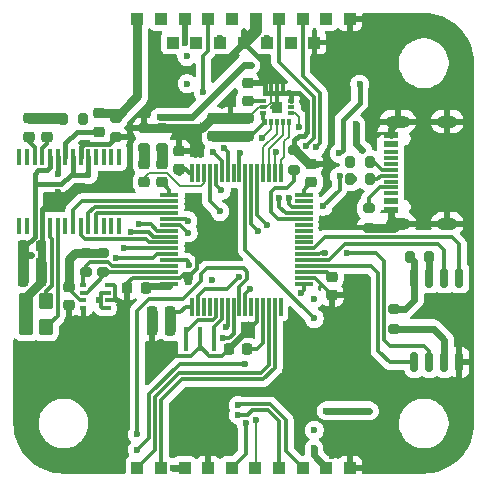
<source format=gbr>
%TF.GenerationSoftware,KiCad,Pcbnew,9.0.4*%
%TF.CreationDate,2026-01-28T15:28:03+01:00*%
%TF.ProjectId,ShiroFPV_Flight_Controller,53686972-6f46-4505-965f-466c69676874,2026-01-27*%
%TF.SameCoordinates,PX7bfa480PYb532b80*%
%TF.FileFunction,Copper,L1,Top*%
%TF.FilePolarity,Positive*%
%FSLAX46Y46*%
G04 Gerber Fmt 4.6, Leading zero omitted, Abs format (unit mm)*
G04 Created by KiCad (PCBNEW 9.0.4) date 2026-01-28 15:28:03*
%MOMM*%
%LPD*%
G01*
G04 APERTURE LIST*
G04 Aperture macros list*
%AMRoundRect*
0 Rectangle with rounded corners*
0 $1 Rounding radius*
0 $2 $3 $4 $5 $6 $7 $8 $9 X,Y pos of 4 corners*
0 Add a 4 corners polygon primitive as box body*
4,1,4,$2,$3,$4,$5,$6,$7,$8,$9,$2,$3,0*
0 Add four circle primitives for the rounded corners*
1,1,$1+$1,$2,$3*
1,1,$1+$1,$4,$5*
1,1,$1+$1,$6,$7*
1,1,$1+$1,$8,$9*
0 Add four rect primitives between the rounded corners*
20,1,$1+$1,$2,$3,$4,$5,0*
20,1,$1+$1,$4,$5,$6,$7,0*
20,1,$1+$1,$6,$7,$8,$9,0*
20,1,$1+$1,$8,$9,$2,$3,0*%
G04 Aperture macros list end*
%TA.AperFunction,SMDPad,CuDef*%
%ADD10RoundRect,0.200000X-0.275000X0.200000X-0.275000X-0.200000X0.275000X-0.200000X0.275000X0.200000X0*%
%TD*%
%TA.AperFunction,SMDPad,CuDef*%
%ADD11R,1.000000X1.000000*%
%TD*%
%TA.AperFunction,SMDPad,CuDef*%
%ADD12RoundRect,0.218750X-0.256250X0.218750X-0.256250X-0.218750X0.256250X-0.218750X0.256250X0.218750X0*%
%TD*%
%TA.AperFunction,SMDPad,CuDef*%
%ADD13RoundRect,0.225000X0.250000X-0.225000X0.250000X0.225000X-0.250000X0.225000X-0.250000X-0.225000X0*%
%TD*%
%TA.AperFunction,SMDPad,CuDef*%
%ADD14RoundRect,0.225000X-0.250000X0.225000X-0.250000X-0.225000X0.250000X-0.225000X0.250000X0.225000X0*%
%TD*%
%TA.AperFunction,SMDPad,CuDef*%
%ADD15R,0.355600X1.358900*%
%TD*%
%TA.AperFunction,SMDPad,CuDef*%
%ADD16RoundRect,0.200000X0.275000X-0.200000X0.275000X0.200000X-0.275000X0.200000X-0.275000X-0.200000X0*%
%TD*%
%TA.AperFunction,SMDPad,CuDef*%
%ADD17RoundRect,0.225000X0.225000X0.250000X-0.225000X0.250000X-0.225000X-0.250000X0.225000X-0.250000X0*%
%TD*%
%TA.AperFunction,SMDPad,CuDef*%
%ADD18RoundRect,0.200000X-0.200000X-0.275000X0.200000X-0.275000X0.200000X0.275000X-0.200000X0.275000X0*%
%TD*%
%TA.AperFunction,SMDPad,CuDef*%
%ADD19R,0.500000X0.350000*%
%TD*%
%TA.AperFunction,SMDPad,CuDef*%
%ADD20R,1.240000X0.600000*%
%TD*%
%TA.AperFunction,SMDPad,CuDef*%
%ADD21R,1.240000X0.300000*%
%TD*%
%TA.AperFunction,HeatsinkPad*%
%ADD22O,2.100000X1.000000*%
%TD*%
%TA.AperFunction,HeatsinkPad*%
%ADD23O,1.800000X1.000000*%
%TD*%
%TA.AperFunction,SMDPad,CuDef*%
%ADD24RoundRect,0.200000X0.200000X0.275000X-0.200000X0.275000X-0.200000X-0.275000X0.200000X-0.275000X0*%
%TD*%
%TA.AperFunction,SMDPad,CuDef*%
%ADD25RoundRect,0.250000X0.350000X-0.450000X0.350000X0.450000X-0.350000X0.450000X-0.350000X-0.450000X0*%
%TD*%
%TA.AperFunction,SMDPad,CuDef*%
%ADD26RoundRect,0.162500X0.162500X-0.650000X0.162500X0.650000X-0.162500X0.650000X-0.162500X-0.650000X0*%
%TD*%
%TA.AperFunction,SMDPad,CuDef*%
%ADD27RoundRect,0.087500X0.087500X-0.187500X0.087500X0.187500X-0.087500X0.187500X-0.087500X-0.187500X0*%
%TD*%
%TA.AperFunction,SMDPad,CuDef*%
%ADD28RoundRect,0.087500X0.187500X-0.087500X0.187500X0.087500X-0.187500X0.087500X-0.187500X-0.087500X0*%
%TD*%
%TA.AperFunction,SMDPad,CuDef*%
%ADD29RoundRect,0.225000X-0.225000X-0.250000X0.225000X-0.250000X0.225000X0.250000X-0.225000X0.250000X0*%
%TD*%
%TA.AperFunction,SMDPad,CuDef*%
%ADD30RoundRect,0.075000X0.075000X-0.700000X0.075000X0.700000X-0.075000X0.700000X-0.075000X-0.700000X0*%
%TD*%
%TA.AperFunction,SMDPad,CuDef*%
%ADD31RoundRect,0.075000X0.700000X-0.075000X0.700000X0.075000X-0.700000X0.075000X-0.700000X-0.075000X0*%
%TD*%
%TA.AperFunction,SMDPad,CuDef*%
%ADD32R,0.406400X2.108200*%
%TD*%
%TA.AperFunction,ViaPad*%
%ADD33C,0.600000*%
%TD*%
%TA.AperFunction,Conductor*%
%ADD34C,0.200000*%
%TD*%
%TA.AperFunction,Conductor*%
%ADD35C,0.300000*%
%TD*%
%TA.AperFunction,Conductor*%
%ADD36C,0.400000*%
%TD*%
%TA.AperFunction,Conductor*%
%ADD37C,0.500000*%
%TD*%
%TA.AperFunction,Conductor*%
%ADD38C,0.600000*%
%TD*%
%TA.AperFunction,Conductor*%
%ADD39C,0.900000*%
%TD*%
%TA.AperFunction,Conductor*%
%ADD40C,0.800000*%
%TD*%
%TA.AperFunction,Conductor*%
%ADD41C,1.200000*%
%TD*%
%TA.AperFunction,Conductor*%
%ADD42C,0.700000*%
%TD*%
%TA.AperFunction,Conductor*%
%ADD43C,1.000000*%
%TD*%
G04 APERTURE END LIST*
D10*
%TO.P,R17,1*%
%TO.N,+3.3V*%
X-81463148Y132567500D03*
%TO.P,R17,2*%
%TO.N,I2C_SCL*%
X-81463148Y130917500D03*
%TD*%
D11*
%TO.P,J46,1,Pin_1*%
%TO.N,GND*%
X-59118148Y152367500D03*
%TD*%
D12*
%TO.P,D2,1,K*%
%TO.N,Net-(D2-K)*%
X-75068148Y140111250D03*
%TO.P,D2,2,A*%
%TO.N,LEDSTATUS0*%
X-75068148Y138536250D03*
%TD*%
D13*
%TO.P,C3,1*%
%TO.N,+3.3V*%
X-67775648Y142415000D03*
%TO.P,C3,2*%
%TO.N,GND*%
X-67775648Y143965000D03*
%TD*%
D11*
%TO.P,J19,1,Pin_1*%
%TO.N,UART4TX*%
X-77118148Y114367500D03*
%TD*%
%TO.P,J17,1,Pin_1*%
%TO.N,+5V*%
X-61118148Y114367500D03*
%TD*%
D14*
%TO.P,C1,1*%
%TO.N,GND*%
X-67775648Y146930000D03*
%TO.P,C1,2*%
%TO.N,Net-(U3-REGOUT)*%
X-67775648Y145380000D03*
%TD*%
D13*
%TO.P,C8,1*%
%TO.N,Net-(U10-VOUT)*%
X-86248148Y142392500D03*
%TO.P,C8,2*%
%TO.N,Net-(C8-Pad2)*%
X-86248148Y143942500D03*
%TD*%
D15*
%TO.P,U10,1,NC*%
%TO.N,unconnected-(U10-NC-Pad1)*%
X-87123148Y134840150D03*
%TO.P,U10,2,NC*%
%TO.N,unconnected-(U10-NC-Pad2)*%
X-86473147Y134840150D03*
%TO.P,U10,3,DVDD*%
%TO.N,+5V*%
X-85823148Y134840150D03*
%TO.P,U10,4,DGND*%
%TO.N,GND*%
X-85173147Y134840150D03*
%TO.P,U10,5,CLKIN*%
%TO.N,Net-(U10-CLKIN)*%
X-84523149Y134840150D03*
%TO.P,U10,6,XFB*%
%TO.N,Net-(U10-XFB)*%
X-83873147Y134840150D03*
%TO.P,U10,7,CLKOUT*%
%TO.N,unconnected-(U10-CLKOUT-Pad7)*%
X-83223149Y134840150D03*
%TO.P,U10,8,\u002ACS*%
%TO.N,OSD_CS*%
X-82573150Y134840150D03*
%TO.P,U10,9,SDIN*%
%TO.N,OSD_MOSI*%
X-81923149Y134840150D03*
%TO.P,U10,10,SCLK*%
%TO.N,OSD_SCK*%
X-81273150Y134840150D03*
%TO.P,U10,11,SDOUT*%
%TO.N,OSD_MISO*%
X-80623149Y134840150D03*
%TO.P,U10,12,LOS*%
%TO.N,unconnected-(U10-LOS-Pad12)*%
X-79973150Y134840150D03*
%TO.P,U10,13,NC*%
%TO.N,unconnected-(U10-NC-Pad13)*%
X-79323149Y134840150D03*
%TO.P,U10,14,NC*%
%TO.N,unconnected-(U10-NC-Pad14)*%
X-78673150Y134840150D03*
%TO.P,U10,15,NC*%
%TO.N,unconnected-(U10-NC-Pad15)*%
X-78673148Y140694850D03*
%TO.P,U10,16,NC*%
%TO.N,unconnected-(U10-NC-Pad16)*%
X-79323149Y140694850D03*
%TO.P,U10,17,\u002AVSYNC*%
%TO.N,unconnected-(U10-\u002AVSYNC-Pad17)*%
X-79973148Y140694850D03*
%TO.P,U10,18,\u002AHSYNC*%
%TO.N,unconnected-(U10-\u002AHSYNC-Pad18)*%
X-80623149Y140694850D03*
%TO.P,U10,19,\u002ARESET*%
%TO.N,+5V*%
X-81273147Y140694850D03*
%TO.P,U10,20,AGND*%
%TO.N,GND*%
X-81923149Y140694850D03*
%TO.P,U10,21,AVDD*%
%TO.N,+5V*%
X-82573147Y140694850D03*
%TO.P,U10,22,VIN*%
%TO.N,Net-(U10-VIN)*%
X-83223149Y140694850D03*
%TO.P,U10,23,PGND*%
%TO.N,GND*%
X-83873147Y140694850D03*
%TO.P,U10,24,PVDD*%
%TO.N,+5V*%
X-84523149Y140694850D03*
%TO.P,U10,25,SAG*%
%TO.N,Net-(U10-SAG)*%
X-85173147Y140694850D03*
%TO.P,U10,26,VOUT*%
%TO.N,Net-(U10-VOUT)*%
X-85823148Y140694850D03*
%TO.P,U10,27,NC*%
%TO.N,unconnected-(U10-NC-Pad27)*%
X-86473147Y140694850D03*
%TO.P,U10,28,NC*%
%TO.N,unconnected-(U10-NC-Pad28)*%
X-87123148Y140694850D03*
%TD*%
D11*
%TO.P,J38,1,Pin_1*%
%TO.N,UART1RX*%
X-71113148Y152367500D03*
%TD*%
D13*
%TO.P,C39,1*%
%TO.N,+3.3V*%
X-70685648Y142415000D03*
%TO.P,C39,2*%
%TO.N,GND*%
X-70685648Y143965000D03*
%TD*%
D11*
%TO.P,J36,1,Pin_1*%
%TO.N,UART6TX*%
X-72113148Y150367500D03*
%TD*%
D16*
%TO.P,R16,1*%
%TO.N,Net-(D2-K)*%
X-75068148Y141463750D03*
%TO.P,R16,2*%
%TO.N,GND*%
X-75068148Y143113750D03*
%TD*%
D11*
%TO.P,J12,1,Pin_1*%
%TO.N,V_IN*%
X-77108148Y152367500D03*
%TD*%
%TO.P,J18,1,Pin_1*%
%TO.N,UART4RX*%
X-75118148Y114367500D03*
%TD*%
D17*
%TO.P,C7,1*%
%TO.N,GND*%
X-85243148Y130202500D03*
%TO.P,C7,2*%
%TO.N,+5V*%
X-86793148Y130202500D03*
%TD*%
D11*
%TO.P,J31,1,Pin_1*%
%TO.N,UART5RX*%
X-63118148Y114367500D03*
%TD*%
D18*
%TO.P,R3,1*%
%TO.N,Net-(C8-Pad2)*%
X-83403148Y143917500D03*
%TO.P,R3,2*%
%TO.N,V_OUT*%
X-81753148Y143917500D03*
%TD*%
D11*
%TO.P,J15,1,Pin_1*%
%TO.N,UART3TX*%
X-65113148Y152367500D03*
%TD*%
D19*
%TO.P,U4,1,GND*%
%TO.N,GND*%
X-81678148Y127877500D03*
%TO.P,U4,2,CSB*%
%TO.N,+3.3V*%
X-81678148Y128527500D03*
%TO.P,U4,3,SDI*%
%TO.N,I2C_SDA*%
X-81678148Y129177500D03*
%TO.P,U4,4,SCK*%
%TO.N,I2C_SCL*%
X-81678148Y129827500D03*
%TO.P,U4,5,SDO*%
%TO.N,GND*%
X-79628148Y129827500D03*
%TO.P,U4,6,VDDIO*%
%TO.N,+3.3V*%
X-79628148Y129177500D03*
%TO.P,U4,7,GND*%
%TO.N,GND*%
X-79628148Y128527500D03*
%TO.P,U4,8,VDD*%
%TO.N,+3.3V*%
X-79628148Y127877500D03*
%TD*%
D11*
%TO.P,J24,1,Pin_1*%
%TO.N,+5V*%
X-61118148Y152367500D03*
%TD*%
D10*
%TO.P,R19,1*%
%TO.N,+3.3V*%
X-55378148Y127767500D03*
%TO.P,R19,2*%
%TO.N,Net-(U8-~{WP}{slash}IO_{2})*%
X-55378148Y126117500D03*
%TD*%
D11*
%TO.P,J25,1,Pin_1*%
%TO.N,ADC_RSSI*%
X-69118148Y114367500D03*
%TD*%
%TO.P,J16,1,Pin_1*%
%TO.N,GND*%
X-62118148Y150367500D03*
%TD*%
%TO.P,J40,1,Pin_1*%
%TO.N,GND*%
X-59123148Y114367500D03*
%TD*%
D17*
%TO.P,C12,1*%
%TO.N,GND*%
X-85243348Y131665100D03*
%TO.P,C12,2*%
%TO.N,+5V*%
X-86793348Y131665100D03*
%TD*%
%TO.P,C31,1*%
%TO.N,+3.3V*%
X-76413148Y129562500D03*
%TO.P,C31,2*%
%TO.N,GND*%
X-77963148Y129562500D03*
%TD*%
D11*
%TO.P,J35,1,Pin_1*%
%TO.N,GND*%
X-67113148Y152367500D03*
%TD*%
D20*
%TO.P,P1,A1,GND*%
%TO.N,GND*%
X-55668148Y136147500D03*
%TO.P,P1,A4,VBUS*%
%TO.N,VBUS*%
X-55668148Y136947500D03*
D21*
%TO.P,P1,A5,CC*%
%TO.N,Net-(P1-CC)*%
X-55668148Y138097500D03*
%TO.P,P1,A6,D+*%
%TO.N,Net-(P1-D+)*%
X-55668148Y139097500D03*
%TO.P,P1,A7,D-*%
%TO.N,Net-(P1-D-)*%
X-55668148Y139597500D03*
%TO.P,P1,A8*%
%TO.N,N/C*%
X-55668148Y140597500D03*
D20*
%TO.P,P1,A9,VBUS*%
%TO.N,VBUS*%
X-55668148Y141747500D03*
%TO.P,P1,A12,GND*%
%TO.N,GND*%
X-55668148Y142547500D03*
%TO.P,P1,B1,GND*%
X-55668148Y142547500D03*
%TO.P,P1,B4,VBUS*%
%TO.N,VBUS*%
X-55668148Y141747500D03*
D21*
%TO.P,P1,B5,VCONN*%
%TO.N,unconnected-(P1-VCONN-PadB5)*%
X-55668148Y141097500D03*
%TO.P,P1,B6*%
%TO.N,N/C*%
X-55668148Y140097500D03*
%TO.P,P1,B7*%
X-55668148Y138597500D03*
%TO.P,P1,B8*%
X-55668148Y137597500D03*
D20*
%TO.P,P1,B9,VBUS*%
%TO.N,VBUS*%
X-55668148Y136947500D03*
%TO.P,P1,B12,GND*%
%TO.N,GND*%
X-55668148Y136147500D03*
D22*
%TO.P,P1,S1,SHIELD*%
X-55068148Y135027500D03*
D23*
X-50868148Y135027500D03*
D22*
X-55068148Y143667500D03*
D23*
X-50868148Y143667500D03*
%TD*%
D11*
%TO.P,J30,1,Pin_1*%
%TO.N,+5V*%
X-73118148Y114367500D03*
%TD*%
D10*
%TO.P,R4,1*%
%TO.N,V_IN*%
X-78920748Y143992300D03*
%TO.P,R4,2*%
%TO.N,GND*%
X-78920748Y142342300D03*
%TD*%
D11*
%TO.P,J13,1,Pin_1*%
%TO.N,+5V*%
X-64118148Y150367500D03*
%TD*%
D17*
%TO.P,C26,1*%
%TO.N,+3.3V*%
X-74363148Y127512500D03*
%TO.P,C26,2*%
%TO.N,GND*%
X-75913148Y127512500D03*
%TD*%
D11*
%TO.P,J33,1,Pin_1*%
%TO.N,UART6RX*%
X-74113148Y150367500D03*
%TD*%
%TO.P,J39,1,Pin_1*%
%TO.N,UART1TX*%
X-73113148Y152367500D03*
%TD*%
%TO.P,J34,1,Pin_1*%
%TO.N,+5V*%
X-70118148Y150367500D03*
%TD*%
D16*
%TO.P,R6,1*%
%TO.N,BOOT1*%
X-63843148Y139592500D03*
%TO.P,R6,2*%
%TO.N,GND*%
X-63843148Y141242500D03*
%TD*%
D24*
%TO.P,R12,1*%
%TO.N,Net-(P1-D+)*%
X-57448148Y138797500D03*
%TO.P,R12,2*%
%TO.N,USBD+*%
X-59098148Y138797500D03*
%TD*%
D14*
%TO.P,C6,1*%
%TO.N,GND*%
X-69230648Y143965000D03*
%TO.P,C6,2*%
%TO.N,+3.3V*%
X-69230648Y142415000D03*
%TD*%
D13*
%TO.P,C23,1*%
%TO.N,+3.3V*%
X-62383148Y138552500D03*
%TO.P,C23,2*%
%TO.N,GND*%
X-62383148Y140102500D03*
%TD*%
%TO.P,C27,1*%
%TO.N,+3.3V*%
X-73603148Y139647500D03*
%TO.P,C27,2*%
%TO.N,GND*%
X-73603148Y141197500D03*
%TD*%
D24*
%TO.P,R20,1*%
%TO.N,Net-(U8-~{HOLD}{slash}~{RESET}{slash}IO_{3})*%
X-52388148Y132247500D03*
%TO.P,R20,2*%
%TO.N,+3.3V*%
X-54038148Y132247500D03*
%TD*%
D10*
%TO.P,R29,1*%
%TO.N,+3.3V*%
X-80003148Y132567500D03*
%TO.P,R29,2*%
%TO.N,I2C_SDA*%
X-80003148Y130917500D03*
%TD*%
D17*
%TO.P,C28,1*%
%TO.N,+3.3V*%
X-74363148Y126052500D03*
%TO.P,C28,2*%
%TO.N,GND*%
X-75913148Y126052500D03*
%TD*%
D16*
%TO.P,R14,1*%
%TO.N,GND*%
X-57523148Y134682500D03*
%TO.P,R14,2*%
%TO.N,Net-(P1-CC)*%
X-57523148Y136332500D03*
%TD*%
%TO.P,R15,1*%
%TO.N,Net-(D3-K)*%
X-76523148Y141463750D03*
%TO.P,R15,2*%
%TO.N,GND*%
X-76523148Y143113750D03*
%TD*%
D12*
%TO.P,D3,1,K*%
%TO.N,Net-(D3-K)*%
X-76523148Y140111250D03*
%TO.P,D3,2,A*%
%TO.N,LEDSTATUS1*%
X-76523148Y138536250D03*
%TD*%
D14*
%TO.P,C25,1*%
%TO.N,+3.3V*%
X-60628148Y130512500D03*
%TO.P,C25,2*%
%TO.N,GND*%
X-60628148Y128962500D03*
%TD*%
D25*
%TO.P,Y2,1,1*%
%TO.N,Net-(U10-XFB)*%
X-84828148Y126272500D03*
%TO.P,Y2,2,2*%
%TO.N,Net-(U10-CLKIN)*%
X-84828148Y128472500D03*
%TO.P,Y2,3*%
%TO.N,N/C*%
X-86528148Y128472500D03*
%TO.P,Y2,4*%
X-86528148Y126272500D03*
%TD*%
D26*
%TO.P,U8,1,~{CS}*%
%TO.N,FLASH_CS*%
X-53658148Y123280000D03*
%TO.P,U8,2,DO/IO_{1}*%
%TO.N,FLASH_MISO*%
X-52388148Y123280000D03*
%TO.P,U8,3,~{WP}/IO_{2}*%
%TO.N,Net-(U8-~{WP}{slash}IO_{2})*%
X-51118148Y123280000D03*
%TO.P,U8,4,GND*%
%TO.N,GND*%
X-49848148Y123280000D03*
%TO.P,U8,5,DI/IO_{0}*%
%TO.N,FLASH_MOSI*%
X-49848148Y130455000D03*
%TO.P,U8,6,CLK*%
%TO.N,FLASH_SCK*%
X-51118148Y130455000D03*
%TO.P,U8,7,~{HOLD}/~{RESET}/IO_{3}*%
%TO.N,Net-(U8-~{HOLD}{slash}~{RESET}{slash}IO_{3})*%
X-52388148Y130455000D03*
%TO.P,U8,8,VCC*%
%TO.N,+3.3V*%
X-53658148Y130455000D03*
%TD*%
D27*
%TO.P,U3,1,VDDIO*%
%TO.N,+3.3V*%
X-66293148Y143657500D03*
%TO.P,U3,2,SCL/SPC*%
%TO.N,GYRO_SCK*%
X-65793148Y143657500D03*
%TO.P,U3,3,SDA/SDI*%
%TO.N,GYRO_SDA*%
X-65293148Y143657500D03*
%TO.P,U3,4,SAO/SD0*%
%TO.N,GYRO_SDO*%
X-64793148Y143657500D03*
%TO.P,U3,5,~{CS}*%
%TO.N,GYRO_CS*%
X-64293148Y143657500D03*
D28*
%TO.P,U3,6,INT*%
%TO.N,GYRO_INIT*%
X-64068148Y144382500D03*
%TO.P,U3,7,RESV*%
%TO.N,unconnected-(U3-RESV-Pad7)*%
X-64068148Y144882500D03*
%TO.P,U3,8,FSYNC*%
%TO.N,GND*%
X-64068148Y145382500D03*
D27*
%TO.P,U3,9,GND*%
X-64293148Y146107500D03*
%TO.P,U3,10,GND*%
X-64793148Y146107500D03*
%TO.P,U3,11,GND*%
X-65293148Y146107500D03*
%TO.P,U3,12,GND*%
X-65793148Y146107500D03*
%TO.P,U3,13,GND*%
X-66293148Y146107500D03*
D28*
%TO.P,U3,14,REGOUT*%
%TO.N,Net-(U3-REGOUT)*%
X-66518148Y145382500D03*
%TO.P,U3,15,GND*%
%TO.N,GND*%
X-66518148Y144882500D03*
%TO.P,U3,16,VDD*%
%TO.N,+3.3V*%
X-66518148Y144382500D03*
%TD*%
D11*
%TO.P,J20,1,Pin_1*%
%TO.N,GND*%
X-71118148Y114367500D03*
%TD*%
D29*
%TO.P,C13,1*%
%TO.N,+5V*%
X-86793148Y133127500D03*
%TO.P,C13,2*%
%TO.N,GND*%
X-85243148Y133127500D03*
%TD*%
D30*
%TO.P,U1,1,VBAT*%
%TO.N,+3.3V*%
X-72473148Y128012500D03*
%TO.P,U1,2,PC13*%
%TO.N,BEEPER*%
X-71973148Y128012500D03*
%TO.P,U1,3,PC14*%
%TO.N,unconnected-(U1-PC14-Pad3)*%
X-71473148Y128012500D03*
%TO.P,U1,4,PC15*%
%TO.N,unconnected-(U1-PC15-Pad4)*%
X-70973148Y128012500D03*
%TO.P,U1,5,PH0*%
%TO.N,OSC_IN*%
X-70473148Y128012500D03*
%TO.P,U1,6,PH1*%
%TO.N,OSC_OUT*%
X-69973148Y128012500D03*
%TO.P,U1,7,NRST*%
%TO.N,Net-(U1-NRST)*%
X-69473148Y128012500D03*
%TO.P,U1,8,PC0*%
%TO.N,ADC_RSSI*%
X-68973148Y128012500D03*
%TO.P,U1,9,PC1*%
%TO.N,ADC_CURRENT*%
X-68473148Y128012500D03*
%TO.P,U1,10,PC2*%
%TO.N,ADC_VBAT*%
X-67973148Y128012500D03*
%TO.P,U1,11,PC3*%
%TO.N,unconnected-(U1-PC3-Pad11)*%
X-67473148Y128012500D03*
%TO.P,U1,12,VSSA*%
%TO.N,GND*%
X-66973148Y128012500D03*
%TO.P,U1,13,VDDA*%
%TO.N,+3.3V*%
X-66473148Y128012500D03*
%TO.P,U1,14,PA0*%
%TO.N,UART4TX*%
X-65973148Y128012500D03*
%TO.P,U1,15,PA1*%
%TO.N,UART4RX*%
X-65473148Y128012500D03*
%TO.P,U1,16,PA2*%
%TO.N,unconnected-(U1-PA2-Pad16)*%
X-64973148Y128012500D03*
D31*
%TO.P,U1,17,PA3*%
%TO.N,UART2RX*%
X-63048148Y129937500D03*
%TO.P,U1,18,VSS*%
%TO.N,GND*%
X-63048148Y130437500D03*
%TO.P,U1,19,VDD*%
%TO.N,+3.3V*%
X-63048148Y130937500D03*
%TO.P,U1,20,PA4*%
%TO.N,FLASH_CS*%
X-63048148Y131437500D03*
%TO.P,U1,21,PA5*%
%TO.N,FLASH_SCK*%
X-63048148Y131937500D03*
%TO.P,U1,22,PA6*%
%TO.N,FLASH_MISO*%
X-63048148Y132437500D03*
%TO.P,U1,23,PA7*%
%TO.N,FLASH_MOSI*%
X-63048148Y132937500D03*
%TO.P,U1,24,PC4*%
%TO.N,unconnected-(U1-PC4-Pad24)*%
X-63048148Y133437500D03*
%TO.P,U1,25,PC5*%
%TO.N,unconnected-(U1-PC5-Pad25)*%
X-63048148Y133937500D03*
%TO.P,U1,26,PB0*%
%TO.N,unconnected-(U1-PB0-Pad26)*%
X-63048148Y134437500D03*
%TO.P,U1,27,PB1*%
%TO.N,unconnected-(U1-PB1-Pad27)*%
X-63048148Y134937500D03*
%TO.P,U1,28,PB2*%
%TO.N,BOOT1*%
X-63048148Y135437500D03*
%TO.P,U1,29,PB10*%
%TO.N,UART3TX*%
X-63048148Y135937500D03*
%TO.P,U1,30,PB11*%
%TO.N,UART3RX*%
X-63048148Y136437500D03*
%TO.P,U1,31,VCAP_1*%
%TO.N,unconnected-(U1-VCAP_1-Pad31)*%
X-63048148Y136937500D03*
%TO.P,U1,32,VDD*%
%TO.N,+3.3V*%
X-63048148Y137437500D03*
D30*
%TO.P,U1,33,PB12*%
%TO.N,GYRO_CS*%
X-64973148Y139362500D03*
%TO.P,U1,34,PB13*%
%TO.N,GYRO_SCK*%
X-65473148Y139362500D03*
%TO.P,U1,35,PB14*%
%TO.N,GYRO_SDO*%
X-65973148Y139362500D03*
%TO.P,U1,36,PB15*%
%TO.N,GYRO_SDA*%
X-66473148Y139362500D03*
%TO.P,U1,37,PC6*%
%TO.N,UART6TX*%
X-66973148Y139362500D03*
%TO.P,U1,38,PC7*%
%TO.N,UART6RX*%
X-67473148Y139362500D03*
%TO.P,U1,39,PC8*%
%TO.N,9V_Enable*%
X-67973148Y139362500D03*
%TO.P,U1,40,PC9*%
%TO.N,GYRO_INIT*%
X-68473148Y139362500D03*
%TO.P,U1,41,PA8*%
%TO.N,unconnected-(U1-PA8-Pad41)*%
X-68973148Y139362500D03*
%TO.P,U1,42,PA9*%
%TO.N,UART1TX*%
X-69473148Y139362500D03*
%TO.P,U1,43,PA10*%
%TO.N,UART1RX*%
X-69973148Y139362500D03*
%TO.P,U1,44,PA11*%
%TO.N,USBD-*%
X-70473148Y139362500D03*
%TO.P,U1,45,PA12*%
%TO.N,USBD+*%
X-70973148Y139362500D03*
%TO.P,U1,46,PA13*%
%TO.N,LEDSTATUS1*%
X-71473148Y139362500D03*
%TO.P,U1,47,VCAP_2*%
%TO.N,unconnected-(U1-VCAP_2-Pad47)*%
X-71973148Y139362500D03*
%TO.P,U1,48,VDD*%
%TO.N,+3.3V*%
X-72473148Y139362500D03*
D31*
%TO.P,U1,49,PA14*%
%TO.N,LEDSTATUS0*%
X-74398148Y137437500D03*
%TO.P,U1,50,PA15*%
%TO.N,OSD_CS*%
X-74398148Y136937500D03*
%TO.P,U1,51,PC10*%
%TO.N,OSD_SCK*%
X-74398148Y136437500D03*
%TO.P,U1,52,PC11*%
%TO.N,OSD_MISO*%
X-74398148Y135937500D03*
%TO.P,U1,53,PC12*%
%TO.N,UART5TX*%
X-74398148Y135437500D03*
%TO.P,U1,54,PD2*%
%TO.N,UART5RX*%
X-74398148Y134937500D03*
%TO.P,U1,55,PB3*%
%TO.N,M1*%
X-74398148Y134437500D03*
%TO.P,U1,56,PB4*%
%TO.N,M2*%
X-74398148Y133937500D03*
%TO.P,U1,57,PB5*%
%TO.N,OSD_MOSI*%
X-74398148Y133437500D03*
%TO.P,U1,58,PB6*%
%TO.N,M3*%
X-74398148Y132937500D03*
%TO.P,U1,59,PB7*%
%TO.N,M4*%
X-74398148Y132437500D03*
%TO.P,U1,60,BOOT0*%
%TO.N,BOOT0*%
X-74398148Y131937500D03*
%TO.P,U1,61,PB8*%
%TO.N,I2C_SCL*%
X-74398148Y131437500D03*
%TO.P,U1,62,PB9*%
%TO.N,I2C_SDA*%
X-74398148Y130937500D03*
%TO.P,U1,63,VSS*%
%TO.N,GND*%
X-74398148Y130437500D03*
%TO.P,U1,64,VDD*%
%TO.N,+3.3V*%
X-74398148Y129937500D03*
%TD*%
D32*
%TO.P,C32,1*%
%TO.N,OSC_OUT*%
X-70613148Y125247500D03*
%TO.P,C32,2*%
%TO.N,GND*%
X-71813148Y125247500D03*
%TO.P,C32,3*%
%TO.N,OSC_IN*%
X-73013148Y125247500D03*
%TD*%
D11*
%TO.P,J42,1,Pin_1*%
%TO.N,BEEPER_B-*%
X-66118148Y150367500D03*
%TD*%
%TO.P,J14,1,Pin_1*%
%TO.N,UART3RX*%
X-63118148Y152367500D03*
%TD*%
D24*
%TO.P,R13,1*%
%TO.N,Net-(P1-D-)*%
X-57448148Y140257500D03*
%TO.P,R13,2*%
%TO.N,USBD-*%
X-59098148Y140257500D03*
%TD*%
D11*
%TO.P,J32,1,Pin_1*%
%TO.N,UART5TX*%
X-65118148Y114367500D03*
%TD*%
%TO.P,J11,1,Pin_1*%
%TO.N,V_OUT*%
X-75108148Y152367500D03*
%TD*%
D13*
%TO.P,C11,1*%
%TO.N,Net-(U10-VIN)*%
X-80373148Y142832500D03*
%TO.P,C11,2*%
%TO.N,V_IN*%
X-80373148Y144382500D03*
%TD*%
D11*
%TO.P,J37,1,Pin_1*%
%TO.N,+10V*%
X-69113148Y152367500D03*
%TD*%
%TO.P,J29,1,Pin_1*%
%TO.N,SBUS*%
X-67118148Y114367500D03*
%TD*%
%TO.P,J26,1,Pin_1*%
%TO.N,GND*%
X-68113148Y150367500D03*
%TD*%
D13*
%TO.P,C9,1*%
%TO.N,Net-(U10-SAG)*%
X-84788148Y142392500D03*
%TO.P,C9,2*%
%TO.N,Net-(C8-Pad2)*%
X-84788148Y143942500D03*
%TD*%
D14*
%TO.P,C10,1*%
%TO.N,+3.3V*%
X-82923148Y129692500D03*
%TO.P,C10,2*%
%TO.N,GND*%
X-82923148Y128142500D03*
%TD*%
D17*
%TO.P,C29,1*%
%TO.N,+3.3V*%
X-67838148Y124407500D03*
%TO.P,C29,2*%
%TO.N,GND*%
X-69388148Y124407500D03*
%TD*%
D33*
%TO.N,BOOT0*%
X-72752148Y131567500D03*
%TO.N,BEEPER*%
X-59998148Y139047500D03*
X-61382768Y136502880D03*
X-68503149Y130521738D03*
%TO.N,+5V*%
X-72910648Y146890000D03*
X-74113146Y114362500D03*
X-62158148Y116012500D03*
X-81267745Y139182500D03*
X-86108146Y132412500D03*
X-64128148Y150372500D03*
X-61103148Y152362500D03*
X-58608148Y143447500D03*
X-58060017Y141251448D03*
X-70113148Y150777500D03*
%TO.N,GYRO_INIT*%
X-68453441Y141038579D03*
X-63433148Y143192500D03*
%TO.N,GND*%
X-75913148Y127512500D03*
X-60615648Y115397500D03*
X-63774648Y124321500D03*
X-65968148Y147207500D03*
X-67838148Y126247500D03*
X-74108148Y115857500D03*
X-63158148Y116102500D03*
X-61878148Y140027500D03*
X-73863148Y145247500D03*
X-83845648Y139197500D03*
X-83845648Y137685599D03*
X-59123148Y114367500D03*
X-61183148Y123122500D03*
X-72753148Y130087500D03*
X-67113148Y152367500D03*
X-75913148Y126052500D03*
X-62613148Y124322500D03*
X-72178148Y133277500D03*
X-74128148Y117617500D03*
X-59130648Y120967500D03*
X-58250648Y127652500D03*
X-70478148Y148457500D03*
%TO.N,+3.3V*%
X-80378150Y128532907D03*
X-55373148Y127747500D03*
X-70658148Y142407500D03*
X-74398148Y129787500D03*
X-67838148Y124407500D03*
X-60618148Y130512500D03*
X-74363148Y127512500D03*
X-62143148Y128662500D03*
X-74363148Y126052500D03*
X-62383148Y138552500D03*
X-73603148Y139422500D03*
X-82913148Y129677500D03*
X-72925648Y149187500D03*
X-70773148Y130267500D03*
X-82913148Y130862500D03*
%TO.N,GYRO_SCK*%
X-65373148Y141120735D03*
X-66525807Y142274785D03*
%TO.N,VIN*%
X-67528148Y148457500D03*
X-75223148Y144022500D03*
%TO.N,USBD-*%
X-59098148Y140257500D03*
X-70008148Y137852500D03*
%TO.N,ADC_RSSI*%
X-69901403Y125327501D03*
X-67939148Y118190870D03*
%TO.N,ADC_VBAT*%
X-67602500Y129472500D03*
%TO.N,FLASH_MISO*%
X-61188148Y132587500D03*
X-59348528Y132587880D03*
%TO.N,USBD+*%
X-58777791Y138802429D03*
X-70121518Y136064130D03*
%TO.N,V_OUT*%
X-81753148Y143917500D03*
X-75108148Y152367500D03*
%TO.N,VBUS*%
X-55668148Y136947500D03*
X-55668148Y141747500D03*
%TO.N,Net-(U6-FB)*%
X-61112148Y119176500D03*
X-57478148Y119177500D03*
%TO.N,9V_Enable*%
X-62135648Y127002500D03*
%TO.N,SBUS*%
X-67108148Y118447500D03*
%TO.N,ADC_CURRENT*%
X-77108148Y117187500D03*
%TO.N,UART2RX*%
X-77118148Y115907500D03*
X-68013148Y123172500D03*
X-63278148Y129202500D03*
%TO.N,UART3TX*%
X-62798386Y141601501D03*
X-65099407Y137185922D03*
%TO.N,UART3RX*%
X-64299462Y137195538D03*
X-62006548Y141487500D03*
%TO.N,UART6TX*%
X-72113148Y150367500D03*
X-66163148Y134942500D03*
%TO.N,UART6RX*%
X-74113148Y150367500D03*
X-66859899Y134389251D03*
%TO.N,UART1TX*%
X-73113148Y150368500D03*
X-69763148Y141415380D03*
%TO.N,UART1RX*%
X-70688148Y141087500D03*
X-71522020Y146150000D03*
%TO.N,UART5TX*%
X-72833148Y135272500D03*
X-68589148Y118840869D03*
%TO.N,UART5RX*%
X-68589148Y119640872D03*
X-72813148Y134267500D03*
%TO.N,M1*%
X-76948148Y134997500D03*
%TO.N,M2*%
X-77623148Y134347500D03*
%TO.N,M3*%
X-78288148Y132937500D03*
%TO.N,M4*%
X-78923394Y132087500D03*
%TO.N,BEEPER_B-*%
X-66118148Y150777500D03*
X-58288148Y146852500D03*
X-60003148Y140977500D03*
%TO.N,+10V*%
X-62135648Y117547500D03*
X-69113148Y152367500D03*
%TO.N,Net-(U1-NRST)*%
X-69623148Y126247500D03*
%TD*%
D34*
%TO.N,GYRO_CS*%
X-64973148Y140422500D02*
X-64973148Y139362500D01*
X-64293148Y143657500D02*
X-64293148Y142402500D01*
X-64693148Y142002500D02*
X-64693148Y140702500D01*
X-64693148Y140702500D02*
X-64973148Y140422500D01*
X-64293148Y142402500D02*
X-64693148Y142002500D01*
D35*
%TO.N,BOOT0*%
X-72752148Y131567500D02*
X-72752148Y131736500D01*
X-72953148Y131937500D02*
X-74398148Y131937500D01*
X-72752148Y131736500D02*
X-72953148Y131937500D01*
%TO.N,BEEPER*%
X-59998148Y137887500D02*
X-59998148Y139047500D01*
X-68503149Y130521738D02*
X-69562387Y129462500D01*
X-71402682Y129462500D02*
X-71973148Y128892034D01*
X-69562387Y129462500D02*
X-71402682Y129462500D01*
X-71973148Y128892034D02*
X-71973148Y128012500D01*
X-61382768Y136502880D02*
X-59998148Y137887500D01*
%TO.N,OSD_MISO*%
X-80623149Y135822499D02*
X-80623149Y134840150D01*
X-74398148Y135937500D02*
X-80508148Y135937500D01*
X-80508148Y135937500D02*
X-80623149Y135822499D01*
%TO.N,OSD_MOSI*%
X-74398148Y133437500D02*
X-76138148Y133437500D01*
X-81545948Y133697500D02*
X-81923149Y134074701D01*
X-81923149Y134074701D02*
X-81923149Y134840150D01*
X-76398148Y133697500D02*
X-81545948Y133697500D01*
X-76138148Y133437500D02*
X-76398148Y133697500D01*
D36*
%TO.N,+5V*%
X-81273147Y140694850D02*
X-81273147Y139187902D01*
D37*
X-58060017Y141251448D02*
X-58058148Y141253317D01*
D36*
X-84523149Y139817499D02*
X-84523149Y140694850D01*
D38*
X-86108146Y132412500D02*
X-86793148Y132412500D01*
X-62013148Y115265000D02*
X-62013148Y115262500D01*
D36*
X-82753148Y139182500D02*
X-83550049Y138385599D01*
X-85823148Y139277500D02*
X-85503148Y139597500D01*
D38*
X-62013148Y115262500D02*
X-61118148Y114367500D01*
X-62158148Y116012500D02*
X-62158148Y115410000D01*
D36*
X-83550049Y138385599D02*
X-85823148Y138385599D01*
X-86603148Y133127500D02*
X-86793148Y133127500D01*
D37*
X-58058148Y141253317D02*
X-58093965Y141253317D01*
D36*
X-85823148Y138385599D02*
X-85823148Y139277500D01*
D38*
X-58093965Y141253317D02*
X-58608148Y141767500D01*
D36*
X-86609680Y133127500D02*
X-86793148Y133127500D01*
X-82573147Y139362501D02*
X-82573147Y140694850D01*
D38*
X-70118148Y150367500D02*
X-70118148Y150772500D01*
D39*
X-86793148Y132412500D02*
X-86793148Y131665300D01*
D36*
X-82291669Y139182500D02*
X-81267745Y139182500D01*
X-84743148Y139597500D02*
X-84523149Y139817499D01*
X-85823148Y133914032D02*
X-86609680Y133127500D01*
D38*
X-62158148Y115410000D02*
X-62013148Y115265000D01*
X-70118148Y150772500D02*
X-70113148Y150777500D01*
D36*
X-85823148Y134840150D02*
X-85823148Y138385599D01*
D34*
X-86793148Y133127500D02*
X-86793148Y133097502D01*
D36*
X-85823148Y134840150D02*
X-85823148Y133914032D01*
D39*
X-86793348Y130202700D02*
X-86793148Y130202500D01*
X-86793148Y131665300D02*
X-86793348Y131665100D01*
X-86793148Y133127500D02*
X-86793148Y132412500D01*
D38*
X-58608148Y141767500D02*
X-58608148Y143447500D01*
X-73118148Y114362500D02*
X-74113146Y114362500D01*
D36*
X-82753148Y139182500D02*
X-82573147Y139362501D01*
X-85503148Y139597500D02*
X-84743148Y139597500D01*
D35*
X-81273147Y139187902D02*
X-81267745Y139182500D01*
D36*
X-82291669Y139182500D02*
X-82753148Y139182500D01*
D39*
X-86793348Y131665100D02*
X-86793348Y130202700D01*
D34*
%TO.N,GYRO_SDO*%
X-64793148Y143657500D02*
X-64793148Y142567500D01*
X-65973148Y141387500D02*
X-65973148Y139362500D01*
X-64793148Y142567500D02*
X-65973148Y141387500D01*
%TO.N,GYRO_INIT*%
X-63741300Y144382500D02*
X-64068148Y144382500D01*
D35*
X-68473148Y140822500D02*
X-68473148Y139362500D01*
X-68453441Y141038579D02*
X-68453441Y140842207D01*
D34*
X-63433148Y143192500D02*
X-63433148Y144074348D01*
D35*
X-68453441Y140842207D02*
X-68473148Y140822500D01*
D34*
X-63433148Y144074348D02*
X-63741300Y144382500D01*
D40*
%TO.N,GND*%
X-55413148Y134682500D02*
X-55068148Y135027500D01*
D36*
X-63438148Y146107500D02*
X-62733148Y145402500D01*
D41*
X-86528148Y128472500D02*
X-86528148Y126272500D01*
D39*
X-85243148Y130202500D02*
X-85243148Y131664900D01*
D35*
X-77513148Y130437500D02*
X-77963148Y129987500D01*
D38*
X-70023148Y148457500D02*
X-68113148Y150367500D01*
D40*
X-70785022Y143965000D02*
X-71636272Y143113750D01*
X-57523148Y134682500D02*
X-55413148Y134682500D01*
D35*
X-69958148Y123837500D02*
X-69388148Y124407500D01*
X-66293148Y146930000D02*
X-66293148Y147292500D01*
X-75303048Y123842400D02*
X-75913148Y124452500D01*
D37*
X-67838148Y126247500D02*
X-67838148Y125957500D01*
D42*
X-85173148Y133057500D02*
X-85173148Y131735300D01*
D35*
X-71813148Y124607500D02*
X-72578248Y123842400D01*
X-79628148Y129827500D02*
X-79078148Y129827500D01*
D43*
X-67113148Y151762500D02*
X-67113148Y151367500D01*
D40*
X-71636272Y143113750D02*
X-75068148Y143113750D01*
D35*
X-72553148Y130747500D02*
X-73208614Y130747500D01*
D38*
X-70478148Y148457500D02*
X-70023148Y148457500D01*
D36*
X-63459148Y142491500D02*
X-63843148Y142107500D01*
D35*
X-75913148Y124452500D02*
X-75913148Y126052500D01*
D36*
X-64793148Y146107500D02*
X-64293148Y146107500D01*
D38*
X-55668148Y135627500D02*
X-55068148Y135027500D01*
D36*
X-65293148Y146107500D02*
X-64793148Y146107500D01*
X-64068148Y146107500D02*
X-64068148Y145408500D01*
X-63843148Y142107500D02*
X-63843148Y141242500D01*
X-66293148Y148547500D02*
X-66293148Y147292500D01*
D34*
X-66191300Y144882500D02*
X-65793148Y145280652D01*
D36*
X-62732148Y142778500D02*
X-63019148Y142491500D01*
D38*
X-55668148Y142547500D02*
X-55668148Y143067500D01*
D42*
X-86528148Y128813836D02*
X-86528148Y128472500D01*
D36*
X-62732148Y143482864D02*
X-62732148Y142778500D01*
X-81675348Y141775300D02*
X-81923149Y141527499D01*
D40*
X-86528148Y128472500D02*
X-86528148Y128818126D01*
D36*
X-62733148Y145402500D02*
X-62733148Y143483864D01*
X-62733148Y143483864D02*
X-62732148Y143482864D01*
D35*
X-83845648Y139432500D02*
X-83845648Y139197500D01*
D36*
X-66013148Y147207500D02*
X-66098148Y147292500D01*
D34*
X-66858148Y144882500D02*
X-66518148Y144882500D01*
D39*
X-75913148Y127512500D02*
X-75913148Y126052500D01*
D40*
X-63738148Y141242500D02*
X-62598148Y140102500D01*
D35*
X-66973148Y126732500D02*
X-66973148Y128012500D01*
X-79027148Y128578500D02*
X-79078148Y128527500D01*
D34*
X-66518148Y144882500D02*
X-66191300Y144882500D01*
D36*
X-68113148Y150367500D02*
X-66293148Y148547500D01*
D39*
X-85243148Y131664900D02*
X-85243348Y131665100D01*
D36*
X-83845648Y137610000D02*
X-85173147Y136282501D01*
D35*
X-72753148Y130087500D02*
X-72753148Y130747500D01*
D40*
X-70685648Y143965000D02*
X-70785022Y143965000D01*
D37*
X-67838148Y125957500D02*
X-69388148Y124407500D01*
D36*
X-83873147Y140694850D02*
X-83873147Y139459999D01*
D39*
X-69230648Y143965000D02*
X-67775648Y143965000D01*
D40*
X-63843148Y141242500D02*
X-63738148Y141242500D01*
D34*
X-67775648Y143965000D02*
X-66858148Y144882500D01*
D36*
X-67775648Y146930000D02*
X-66293148Y146930000D01*
X-81923149Y141527499D02*
X-81923149Y140694850D01*
X-66098148Y147292500D02*
X-66293148Y147292500D01*
X-85173147Y133197501D02*
X-85243148Y133127500D01*
X-78920748Y142342300D02*
X-79487748Y141775300D01*
D35*
X-73208614Y130747500D02*
X-73518614Y130437500D01*
D36*
X-65793148Y146107500D02*
X-65293148Y146107500D01*
D35*
X-74398148Y130437500D02*
X-77513148Y130437500D01*
X-72578248Y123842400D02*
X-75303048Y123842400D01*
X-63048148Y130437500D02*
X-62103148Y130437500D01*
D40*
X-85243148Y130103126D02*
X-85243148Y130202500D01*
D36*
X-79487748Y141775300D02*
X-81675348Y141775300D01*
D40*
X-76523148Y143113750D02*
X-75068148Y143113750D01*
D38*
X-55668148Y143067500D02*
X-55068148Y143667500D01*
D40*
X-62598148Y140102500D02*
X-62383148Y140102500D01*
D35*
X-62103148Y130437500D02*
X-60628148Y128962500D01*
X-72178148Y133277500D02*
X-72102148Y133201500D01*
X-71758148Y124552500D02*
X-71043148Y123837500D01*
X-67838148Y126247500D02*
X-67458148Y126247500D01*
D38*
X-55668148Y136147500D02*
X-55668148Y135627500D01*
D43*
X-67113148Y151367500D02*
X-68113148Y150367500D01*
D35*
X-72102148Y133201500D02*
X-72102148Y131198500D01*
X-73518614Y130437500D02*
X-74398148Y130437500D01*
D36*
X-85173147Y134840150D02*
X-85173147Y133197501D01*
D43*
X-67113148Y152367500D02*
X-67113148Y151762500D01*
D36*
X-66293148Y146107500D02*
X-65793148Y146107500D01*
D35*
X-79027148Y129562500D02*
X-79027148Y128578500D01*
X-77963148Y129987500D02*
X-77963148Y129562500D01*
D40*
X-86528148Y128818126D02*
X-85243148Y130103126D01*
D36*
X-63019148Y142491500D02*
X-63459148Y142491500D01*
D34*
X-65793148Y145280652D02*
X-65793148Y146107500D01*
D35*
X-64293148Y146107500D02*
X-64068148Y146107500D01*
D36*
X-66293148Y147292500D02*
X-66293148Y146107500D01*
X-64293148Y146107500D02*
X-63438148Y146107500D01*
D35*
X-72102148Y131198500D02*
X-72553148Y130747500D01*
X-71043148Y123837500D02*
X-69958148Y123837500D01*
X-79027148Y129776500D02*
X-79027148Y129562500D01*
D36*
X-65968148Y147207500D02*
X-66013148Y147207500D01*
D35*
X-79078148Y129827500D02*
X-79027148Y129776500D01*
X-83873147Y139459999D02*
X-83845648Y139432500D01*
X-79078148Y128527500D02*
X-79628148Y128527500D01*
X-83845648Y137685599D02*
X-83845648Y137610000D01*
X-67458148Y126247500D02*
X-66973148Y126732500D01*
D36*
X-85173147Y136282501D02*
X-85173147Y134840150D01*
D39*
X-70685648Y143965000D02*
X-69230648Y143965000D01*
D35*
%TO.N,OSD_SCK*%
X-74398148Y136437500D02*
X-80728148Y136437500D01*
X-80728148Y136437500D02*
X-81273150Y135892498D01*
X-81273150Y135892498D02*
X-81273150Y134840150D01*
%TO.N,OSD_CS*%
X-82573150Y136167498D02*
X-81803148Y136937500D01*
X-81803148Y136937500D02*
X-74398148Y136937500D01*
X-82573150Y134840150D02*
X-82573150Y136167498D01*
%TO.N,FLASH_MOSI*%
X-49848148Y133272500D02*
X-49848148Y130455000D01*
X-62168614Y132937500D02*
X-61233614Y133872500D01*
X-50448148Y133872500D02*
X-49848148Y133272500D01*
X-63048148Y132937500D02*
X-62168614Y132937500D01*
X-61233614Y133872500D02*
X-50448148Y133872500D01*
%TO.N,FLASH_SCK*%
X-59508148Y133347500D02*
X-51623148Y133347500D01*
X-51623148Y133347500D02*
X-51118148Y132842500D01*
X-60918148Y131937500D02*
X-59508148Y133347500D01*
X-51118148Y132842500D02*
X-51118148Y130455000D01*
X-63048148Y131937500D02*
X-60918148Y131937500D01*
%TO.N,+3.3V*%
X-66518148Y143882500D02*
X-66293148Y143657500D01*
D38*
X-53658148Y130455000D02*
X-53658148Y128602500D01*
X-54493148Y127767500D02*
X-55378148Y127767500D01*
D35*
X-73028148Y139647500D02*
X-72743148Y139362500D01*
X-82913148Y129472500D02*
X-81968148Y128527500D01*
X-80377743Y128532500D02*
X-80229148Y128532500D01*
X-74398148Y129787500D02*
X-74398148Y129937500D01*
X-80378150Y128532907D02*
X-80377743Y128532500D01*
D40*
X-82383148Y132567500D02*
X-82913148Y132037500D01*
D35*
X-82913148Y129677500D02*
X-82913148Y129472500D01*
X-66978148Y124407500D02*
X-67838148Y124407500D01*
X-80229148Y128532500D02*
X-80229148Y128001500D01*
D40*
X-80003148Y132567500D02*
X-81463148Y132567500D01*
X-81463148Y132567500D02*
X-82383148Y132567500D01*
D35*
X-73493148Y127512500D02*
X-72993148Y128012500D01*
X-80178148Y129177500D02*
X-80229148Y129126500D01*
D39*
X-70685648Y142415000D02*
X-69230648Y142415000D01*
D35*
X-66473148Y124912500D02*
X-66978148Y124407500D01*
D40*
X-82913148Y132037500D02*
X-82913148Y129677500D01*
D35*
X-74363148Y127512500D02*
X-73493148Y127512500D01*
X-67775648Y142415000D02*
X-67535648Y142415000D01*
X-73603148Y139647500D02*
X-73028148Y139647500D01*
X-61053148Y130937500D02*
X-60628148Y130512500D01*
D38*
X-54038148Y132247500D02*
X-53658148Y131867500D01*
D35*
X-67838148Y124407500D02*
X-67888148Y124457500D01*
X-80229148Y128001500D02*
X-80105148Y127877500D01*
D39*
X-69230648Y142415000D02*
X-67775648Y142415000D01*
D35*
X-81968148Y128527500D02*
X-81678148Y128527500D01*
D38*
X-76413148Y129562500D02*
X-76188148Y129787500D01*
D35*
X-67535648Y142415000D02*
X-66293148Y143657500D01*
X-72743148Y139362500D02*
X-72473148Y139362500D01*
X-72993148Y128012500D02*
X-72473148Y128012500D01*
D38*
X-53658148Y131867500D02*
X-53658148Y130455000D01*
D35*
X-63048148Y137437500D02*
X-63048148Y137887500D01*
X-80229148Y129126500D02*
X-80229148Y128532500D01*
X-82923148Y129692500D02*
X-82923148Y129687500D01*
X-63048148Y137887500D02*
X-62383148Y138552500D01*
X-66518148Y144382500D02*
X-66518148Y143882500D01*
X-66473148Y128012500D02*
X-66473148Y124912500D01*
D39*
X-74363148Y126052500D02*
X-74363148Y127512500D01*
D35*
X-80105148Y127877500D02*
X-79628148Y127877500D01*
D38*
X-73603148Y139422500D02*
X-73603148Y139647500D01*
D35*
X-74363148Y127512500D02*
X-74358148Y127517500D01*
X-82923148Y129687500D02*
X-82913148Y129677500D01*
D38*
X-76188148Y129787500D02*
X-74398148Y129787500D01*
D35*
X-79628148Y129177500D02*
X-80178148Y129177500D01*
D38*
X-53658148Y128602500D02*
X-54493148Y127767500D01*
D35*
X-63048148Y130937500D02*
X-61053148Y130937500D01*
D34*
%TO.N,GYRO_SCK*%
X-65793148Y143006029D02*
X-66524392Y142274785D01*
X-65473148Y141020735D02*
X-65473148Y139362500D01*
X-65373148Y141120735D02*
X-65473148Y141020735D01*
X-65793148Y143006029D02*
X-65793148Y143657500D01*
X-66524392Y142274785D02*
X-66525807Y142274785D01*
%TO.N,GYRO_SDA*%
X-65293148Y142657500D02*
X-66468148Y141482500D01*
X-65293148Y143657500D02*
X-65293148Y142657500D01*
X-66468148Y141482500D02*
X-66468148Y139367500D01*
X-66468148Y139367500D02*
X-66473148Y139362500D01*
D38*
%TO.N,VIN*%
X-68068148Y148472500D02*
X-67543148Y148472500D01*
X-72518148Y144022500D02*
X-68068148Y148472500D01*
X-67543148Y148472500D02*
X-67528148Y148457500D01*
X-75223148Y144022500D02*
X-72518148Y144022500D01*
D35*
%TO.N,I2C_SDA*%
X-79983148Y130937500D02*
X-80003148Y130917500D01*
X-74398148Y130937500D02*
X-79983148Y130937500D01*
X-80003148Y130917500D02*
X-80003148Y130572500D01*
X-80003148Y130572500D02*
X-81398148Y129177500D01*
X-81398148Y129177500D02*
X-81678148Y129177500D01*
%TO.N,USBD-*%
X-70473148Y138317500D02*
X-70008148Y137852500D01*
X-70473148Y139362500D02*
X-70473148Y138317500D01*
%TO.N,I2C_SCL*%
X-81463148Y131432500D02*
X-81148148Y131747500D01*
X-81463148Y130917500D02*
X-81678148Y130702500D01*
X-79263148Y131437500D02*
X-74398148Y131437500D01*
X-81678148Y130702500D02*
X-81678148Y129827500D01*
X-81463148Y130917500D02*
X-81463148Y131432500D01*
X-79573148Y131747500D02*
X-79263148Y131437500D01*
X-81148148Y131747500D02*
X-79573148Y131747500D01*
%TO.N,OSC_OUT*%
X-69973148Y126917500D02*
X-69973148Y128012500D01*
X-70613148Y125247500D02*
X-70613148Y126277500D01*
X-70613148Y126277500D02*
X-69973148Y126917500D01*
%TO.N,OSC_IN*%
X-73013148Y125880146D02*
X-72006794Y126886500D01*
X-72006794Y126886500D02*
X-70719614Y126886500D01*
X-73013148Y125247500D02*
X-73013148Y125880146D01*
X-70473148Y127132966D02*
X-70473148Y128012500D01*
X-70719614Y126886500D02*
X-70473148Y127132966D01*
%TO.N,ADC_RSSI*%
X-67939148Y115541500D02*
X-69113148Y114367500D01*
X-69901403Y125327501D02*
X-69897567Y125323665D01*
X-69346983Y125323665D02*
X-68973148Y125697500D01*
X-67939148Y118134515D02*
X-67939148Y115541500D01*
X-69897567Y125323665D02*
X-69346983Y125323665D01*
X-67882793Y118190870D02*
X-67939148Y118134515D01*
X-68973148Y125697500D02*
X-68973148Y128012500D01*
X-67939148Y118190870D02*
X-67882793Y118190870D01*
%TO.N,ADC_VBAT*%
X-67973148Y129101852D02*
X-67602500Y129472500D01*
X-67973148Y128012500D02*
X-67973148Y129101852D01*
%TO.N,FLASH_CS*%
X-56718148Y130838980D02*
X-56718148Y124257500D01*
X-57316668Y131437500D02*
X-56718148Y130838980D01*
X-63048148Y131437500D02*
X-57316668Y131437500D01*
X-56718148Y124257500D02*
X-55740648Y123280000D01*
X-55740648Y123280000D02*
X-53658148Y123280000D01*
%TO.N,FLASH_MISO*%
X-52388148Y124252500D02*
X-52388148Y123280000D01*
X-61599376Y132587500D02*
X-61749376Y132437500D01*
X-59348528Y132587880D02*
X-56888528Y132587880D01*
X-61188148Y132587500D02*
X-61599376Y132587500D01*
X-56203148Y125167500D02*
X-55708148Y124672500D01*
X-56888528Y132587880D02*
X-56203148Y131902500D01*
X-55708148Y124672500D02*
X-52808148Y124672500D01*
X-61749376Y132437500D02*
X-63048148Y132437500D01*
X-52808148Y124672500D02*
X-52388148Y124252500D01*
X-56203148Y131902500D02*
X-56203148Y125167500D01*
%TO.N,USBD+*%
X-70973148Y139362500D02*
X-70973148Y136915760D01*
X-59098148Y138797500D02*
X-58782720Y138797500D01*
X-58981680Y138681032D02*
X-59098148Y138797500D01*
X-58782720Y138797500D02*
X-58777791Y138802429D01*
X-70973148Y136915760D02*
X-70121518Y136064130D01*
D42*
%TO.N,V_IN*%
X-78970548Y143942500D02*
X-78920748Y143992300D01*
X-78920748Y143992300D02*
X-78920748Y144004900D01*
D40*
X-78920748Y144004900D02*
X-78540648Y144385000D01*
X-78920748Y144004900D02*
X-77108148Y145817500D01*
X-80370648Y144385000D02*
X-80373148Y144382500D01*
X-78540648Y144385000D02*
X-80370648Y144385000D01*
X-77108148Y145817500D02*
X-77108148Y152367500D01*
D39*
%TO.N,Net-(D2-K)*%
X-75068148Y141190625D02*
X-75068148Y140374375D01*
D38*
%TO.N,Net-(U6-FB)*%
X-57479148Y119176500D02*
X-57478148Y119177500D01*
X-61112148Y119176500D02*
X-57479148Y119176500D01*
D35*
%TO.N,9V_Enable*%
X-67973148Y132842500D02*
X-62135648Y127005000D01*
X-62135648Y127005000D02*
X-62135648Y127002500D01*
X-67973148Y139362500D02*
X-67973148Y132842500D01*
D38*
%TO.N,Net-(U8-~{WP}{slash}IO_{2})*%
X-51118148Y123280000D02*
X-51118148Y125202500D01*
X-52033148Y126117500D02*
X-55378148Y126117500D01*
X-51118148Y125202500D02*
X-52033148Y126117500D01*
D39*
%TO.N,Net-(D3-K)*%
X-76523148Y141210625D02*
X-76523148Y140394375D01*
D34*
%TO.N,SBUS*%
X-67108148Y118447500D02*
X-67108148Y118277500D01*
X-67108148Y118277500D02*
X-67113148Y118272500D01*
X-67113148Y118272500D02*
X-67113148Y114367500D01*
D35*
%TO.N,ADC_CURRENT*%
X-68473148Y129632500D02*
X-68473148Y128012500D01*
X-67793148Y130947500D02*
X-67793148Y130312500D01*
X-76148148Y128637500D02*
X-73227682Y128637500D01*
X-71198148Y131252500D02*
X-68098148Y131252500D01*
X-77108148Y127677500D02*
X-76148148Y128637500D01*
X-71718148Y130147034D02*
X-71718148Y130732500D01*
X-67793148Y130312500D02*
X-68473148Y129632500D01*
X-73227682Y128637500D02*
X-71718148Y130147034D01*
X-77108148Y117187500D02*
X-77108148Y127677500D01*
X-71718148Y130732500D02*
X-71198148Y131252500D01*
X-68098148Y131252500D02*
X-67793148Y130947500D01*
%TO.N,UART4TX*%
X-73623148Y122377500D02*
X-75623148Y120377500D01*
X-75623148Y115857500D02*
X-77118148Y114362500D01*
X-65973148Y123092500D02*
X-66688148Y122377500D01*
X-66688148Y122377500D02*
X-73623148Y122377500D01*
X-75623148Y120377500D02*
X-75623148Y115857500D01*
X-65973148Y128012500D02*
X-65973148Y123092500D01*
%TO.N,UART4RX*%
X-73373148Y121837500D02*
X-66468148Y121837500D01*
X-75113148Y114647500D02*
X-75113148Y114362500D01*
X-66468148Y121837500D02*
X-65473148Y122832500D01*
X-65473148Y122832500D02*
X-65473148Y128012500D01*
X-75113148Y114362500D02*
X-75113148Y120097500D01*
X-75113148Y120097500D02*
X-73373148Y121837500D01*
%TO.N,UART2RX*%
X-77118148Y115907500D02*
X-76124148Y116901500D01*
X-63278148Y129202500D02*
X-63048148Y129432500D01*
X-63048148Y129432500D02*
X-63048148Y129937500D01*
X-73536668Y123172500D02*
X-68013148Y123172500D01*
X-76124148Y116901500D02*
X-76124148Y120585020D01*
X-76124148Y120585020D02*
X-73536668Y123172500D01*
%TO.N,BOOT1*%
X-63843148Y138642500D02*
X-64428148Y138057500D01*
X-65788148Y137697500D02*
X-65788148Y136017500D01*
X-65788148Y136017500D02*
X-65208148Y135437500D01*
X-63843148Y139592500D02*
X-63843148Y138642500D01*
X-64428148Y138057500D02*
X-65428148Y138057500D01*
X-65428148Y138057500D02*
X-65788148Y137697500D01*
X-65208148Y135437500D02*
X-63048148Y135437500D01*
%TO.N,UART3TX*%
X-65099407Y136468759D02*
X-64568148Y135937500D01*
X-62155148Y145769500D02*
X-65113148Y148727500D01*
X-62798386Y141626500D02*
X-62155148Y142269738D01*
X-65099407Y137185922D02*
X-65099407Y136468759D01*
X-62798386Y141601501D02*
X-62798386Y141626500D01*
X-62155148Y142269738D02*
X-62155148Y145769500D01*
X-64568148Y135937500D02*
X-63048148Y135937500D01*
X-65113148Y148727500D02*
X-65113148Y152367500D01*
%TO.N,UART3RX*%
X-63118148Y147522500D02*
X-63118148Y152367500D01*
X-64299462Y137195538D02*
X-64299462Y136713814D01*
X-61654148Y146058500D02*
X-63118148Y147522500D01*
X-61654148Y141839900D02*
X-61654148Y146058500D01*
X-64299462Y136713814D02*
X-64023148Y136437500D01*
X-64023148Y136437500D02*
X-63048148Y136437500D01*
X-62006548Y141487500D02*
X-61654148Y141839900D01*
%TO.N,UART6TX*%
X-66973148Y135752500D02*
X-66973148Y139362500D01*
X-66163148Y134942500D02*
X-66973148Y135752500D01*
%TO.N,UART6RX*%
X-67473148Y135002500D02*
X-67473148Y139362500D01*
X-66859899Y134389251D02*
X-67473148Y135002500D01*
%TO.N,UART1TX*%
X-69763148Y141415380D02*
X-69473148Y141125380D01*
X-69473148Y141125380D02*
X-69473148Y139362500D01*
D37*
X-73113148Y152367500D02*
X-73113148Y150368500D01*
D35*
%TO.N,UART1RX*%
X-71522020Y149256628D02*
X-71522020Y146150000D01*
X-71113148Y149665500D02*
X-71522020Y149256628D01*
X-70688148Y141087500D02*
X-69973148Y140372500D01*
X-71113148Y152367500D02*
X-71113148Y149665500D01*
X-69973148Y140372500D02*
X-69973148Y139362500D01*
D34*
%TO.N,LEDSTATUS1*%
X-76109823Y139325825D02*
X-74577824Y139325825D01*
X-71738148Y138212500D02*
X-71473148Y138477500D01*
X-76523148Y138536250D02*
X-76523148Y138912500D01*
X-71473148Y138477500D02*
X-71473148Y139362500D01*
X-73464499Y138212500D02*
X-71738148Y138212500D01*
X-74577824Y139325825D02*
X-73464499Y138212500D01*
X-76523148Y138912500D02*
X-76109823Y139325825D01*
D35*
%TO.N,LEDSTATUS0*%
X-74398148Y137866250D02*
X-74398148Y137437500D01*
X-75068148Y138536250D02*
X-74398148Y137866250D01*
%TO.N,UART5TX*%
X-66058148Y119237500D02*
X-65118148Y118297500D01*
X-74398148Y135437500D02*
X-72998148Y135437500D01*
X-67784779Y118840869D02*
X-67388148Y119237500D01*
X-65118148Y118297500D02*
X-65118148Y114367500D01*
X-72998148Y135437500D02*
X-72833148Y135272500D01*
X-67388148Y119237500D02*
X-66058148Y119237500D01*
X-68589148Y118840869D02*
X-67784779Y118840869D01*
%TO.N,UART5RX*%
X-64528148Y118417500D02*
X-64528148Y115777500D01*
X-72813148Y134267500D02*
X-73483148Y134937500D01*
X-64528148Y115777500D02*
X-63118148Y114367500D01*
X-65539628Y119427500D02*
X-65538148Y119427500D01*
X-65850627Y119738500D02*
X-65539628Y119427500D01*
X-68491520Y119738500D02*
X-65850627Y119738500D01*
X-73483148Y134937500D02*
X-74398148Y134937500D01*
X-68589148Y119640872D02*
X-68491520Y119738500D01*
X-65538148Y119427500D02*
X-64528148Y118417500D01*
%TO.N,M1*%
X-75983148Y134997500D02*
X-75423148Y134437500D01*
X-76948148Y134997500D02*
X-75983148Y134997500D01*
X-75423148Y134437500D02*
X-74398148Y134437500D01*
%TO.N,M2*%
X-77623148Y134347500D02*
X-76168148Y134347500D01*
X-76168148Y134347500D02*
X-75758148Y133937500D01*
X-75758148Y133937500D02*
X-74398148Y133937500D01*
%TO.N,M3*%
X-78288148Y132937500D02*
X-74398148Y132937500D01*
%TO.N,M4*%
X-75454241Y132437500D02*
X-74398148Y132437500D01*
X-75804241Y132087500D02*
X-75454241Y132437500D01*
X-78923394Y132087500D02*
X-75804241Y132087500D01*
%TO.N,Net-(U3-REGOUT)*%
X-67780648Y145380000D02*
X-67752148Y145408500D01*
X-67752148Y145408500D02*
X-66518148Y145408500D01*
D38*
%TO.N,Net-(U8-~{HOLD}{slash}~{RESET}{slash}IO_{3})*%
X-52388148Y132247500D02*
X-52388148Y130455000D01*
D35*
%TO.N,Net-(U10-XFB)*%
X-83873147Y134840150D02*
X-83871148Y134838151D01*
X-83871148Y127229500D02*
X-84828148Y126272500D01*
X-83871148Y134838151D02*
X-83871148Y127229500D01*
%TO.N,Net-(U10-CLKIN)*%
X-84528148Y133902500D02*
X-84372148Y133746500D01*
X-84523149Y134840150D02*
X-84528148Y134835151D01*
X-84372148Y129773500D02*
X-84828148Y129317500D01*
X-84828148Y129317500D02*
X-84828148Y128472500D01*
X-84372148Y133746500D02*
X-84372148Y129773500D01*
X-84528148Y134835151D02*
X-84528148Y133902500D01*
D36*
%TO.N,BEEPER_B-*%
X-58288148Y146852500D02*
X-58288148Y145242500D01*
D35*
X-66118148Y150367500D02*
X-66118148Y150777500D01*
D36*
X-59722388Y141258260D02*
X-60003148Y140977500D01*
X-59722388Y143808260D02*
X-59722388Y141258260D01*
X-58288148Y145242500D02*
X-59722388Y143808260D01*
D35*
%TO.N,Net-(P1-D-)*%
X-55668148Y139597500D02*
X-56443148Y139597500D01*
X-56443148Y139597500D02*
X-57103148Y140257500D01*
X-57103148Y140257500D02*
X-57448148Y140257500D01*
%TO.N,Net-(P1-CC)*%
X-55668148Y138097500D02*
X-56588148Y138097500D01*
X-57523148Y137162500D02*
X-57523148Y136332500D01*
X-56588148Y138097500D02*
X-57523148Y137162500D01*
%TO.N,Net-(P1-D+)*%
X-56813148Y138797500D02*
X-57448148Y138797500D01*
X-56513148Y139097500D02*
X-56813148Y138797500D01*
X-55668148Y139097500D02*
X-56513148Y139097500D01*
D39*
%TO.N,Net-(C8-Pad2)*%
X-85358148Y143942500D02*
X-84788148Y143942500D01*
X-84788148Y143942500D02*
X-83658148Y143942500D01*
X-86248148Y143942500D02*
X-85358148Y143942500D01*
D36*
%TO.N,Net-(U10-VIN)*%
X-83223149Y141874300D02*
X-82264949Y142832500D01*
X-82264949Y142832500D02*
X-80373148Y142832500D01*
X-83223149Y140694850D02*
X-83223149Y141874300D01*
D35*
%TO.N,Net-(U10-VOUT)*%
X-85823148Y141492500D02*
X-86248148Y141917500D01*
X-85823148Y140694850D02*
X-85823148Y141492500D01*
X-86248148Y141917500D02*
X-86248148Y142392500D01*
%TO.N,Net-(U10-SAG)*%
X-85173147Y141422501D02*
X-84788148Y141807500D01*
X-84788148Y141807500D02*
X-84788148Y142392500D01*
X-85173147Y140694850D02*
X-85173147Y141422501D01*
%TO.N,Net-(U1-NRST)*%
X-69473148Y126397500D02*
X-69473148Y128012500D01*
X-69623148Y126247500D02*
X-69473148Y126397500D01*
%TD*%
%TA.AperFunction,Conductor*%
%TO.N,GND*%
G36*
X-77770109Y129542815D02*
G01*
X-77724354Y129490011D01*
X-77713148Y129438500D01*
X-77713148Y128587501D01*
X-77689840Y128587501D01*
X-77689826Y128587502D01*
X-77590541Y128597645D01*
X-77429667Y128650953D01*
X-77429660Y128650956D01*
X-77353921Y128697673D01*
X-77286529Y128716114D01*
X-77219865Y128695192D01*
X-77175095Y128641551D01*
X-77166433Y128572220D01*
X-77196629Y128509212D01*
X-77201142Y128504454D01*
X-77613424Y128092172D01*
X-77663133Y128017777D01*
X-77663132Y128017776D01*
X-77684614Y127985626D01*
X-77733649Y127867245D01*
X-77733651Y127867239D01*
X-77758648Y127741572D01*
X-77758648Y117692436D01*
X-77778333Y117625397D01*
X-77779545Y117623546D01*
X-77817540Y117566683D01*
X-77817546Y117566672D01*
X-77877884Y117421002D01*
X-77877887Y117420990D01*
X-77908648Y117266347D01*
X-77908648Y117108654D01*
X-77877887Y116954011D01*
X-77877884Y116953999D01*
X-77817546Y116808328D01*
X-77817539Y116808315D01*
X-77729938Y116677212D01*
X-77729935Y116677208D01*
X-77692908Y116640181D01*
X-77659423Y116578858D01*
X-77664407Y116509166D01*
X-77692908Y116464819D01*
X-77739935Y116417793D01*
X-77739938Y116417789D01*
X-77827539Y116286686D01*
X-77827546Y116286673D01*
X-77887884Y116141002D01*
X-77887887Y116140990D01*
X-77918648Y115986347D01*
X-77918648Y115828654D01*
X-77887887Y115674011D01*
X-77887884Y115673999D01*
X-77827546Y115528328D01*
X-77827539Y115528315D01*
X-77805100Y115494733D01*
X-77784222Y115428055D01*
X-77802707Y115360675D01*
X-77852778Y115315700D01*
X-77852694Y115315547D01*
X-77853340Y115315195D01*
X-77854686Y115313985D01*
X-77858599Y115312323D01*
X-77860484Y115311294D01*
X-77975693Y115225048D01*
X-77975696Y115225045D01*
X-78061942Y115109836D01*
X-78061946Y115109829D01*
X-78112240Y114974983D01*
X-78118647Y114915384D01*
X-78118648Y114915373D01*
X-78118648Y114401660D01*
X-78118647Y113992000D01*
X-78138331Y113924961D01*
X-78191135Y113879206D01*
X-78242647Y113868000D01*
X-83360276Y113868000D01*
X-83366003Y113868132D01*
X-83749518Y113885863D01*
X-83760923Y113886920D01*
X-84138320Y113939565D01*
X-84149578Y113941670D01*
X-84520496Y114028908D01*
X-84531512Y114032042D01*
X-84892815Y114153139D01*
X-84903475Y114157269D01*
X-85252089Y114311196D01*
X-85262315Y114316289D01*
X-85372065Y114377420D01*
X-85595210Y114501711D01*
X-85604948Y114507740D01*
X-85919321Y114723089D01*
X-85928461Y114729992D01*
X-86221609Y114973419D01*
X-86230073Y114981135D01*
X-86499509Y115250570D01*
X-86507226Y115259034D01*
X-86550622Y115311294D01*
X-86750664Y115552197D01*
X-86757564Y115561334D01*
X-86757576Y115561351D01*
X-86903674Y115774628D01*
X-86972910Y115875700D01*
X-86978939Y115885438D01*
X-87072237Y116052940D01*
X-87164366Y116218342D01*
X-87169450Y116228551D01*
X-87323386Y116577185D01*
X-87327506Y116587821D01*
X-87448612Y116949149D01*
X-87451739Y116960139D01*
X-87538983Y117331079D01*
X-87541086Y117342330D01*
X-87541087Y117342335D01*
X-87593731Y117719732D01*
X-87594787Y117731129D01*
X-87595883Y117754827D01*
X-87612516Y118114601D01*
X-87612648Y118120328D01*
X-87612648Y118255168D01*
X-85463648Y118255168D01*
X-85463648Y117979833D01*
X-85463647Y117979816D01*
X-85427710Y117706845D01*
X-85427709Y117706840D01*
X-85427708Y117706834D01*
X-85427707Y117706832D01*
X-85356444Y117440870D01*
X-85251073Y117186483D01*
X-85251068Y117186472D01*
X-85206141Y117108658D01*
X-85113397Y116948021D01*
X-85113395Y116948018D01*
X-85113394Y116948017D01*
X-84945778Y116729574D01*
X-84945772Y116729567D01*
X-84751082Y116534877D01*
X-84751075Y116534871D01*
X-84735329Y116522789D01*
X-84532627Y116367251D01*
X-84393072Y116286679D01*
X-84294177Y116229581D01*
X-84294172Y116229579D01*
X-84294169Y116229577D01*
X-84039780Y116124205D01*
X-83773814Y116052940D01*
X-83500822Y116017000D01*
X-83500815Y116017000D01*
X-83225481Y116017000D01*
X-83225474Y116017000D01*
X-82952482Y116052940D01*
X-82686516Y116124205D01*
X-82432127Y116229577D01*
X-82193669Y116367251D01*
X-81975220Y116534872D01*
X-81780520Y116729572D01*
X-81612899Y116948021D01*
X-81475225Y117186479D01*
X-81369853Y117440868D01*
X-81298588Y117706834D01*
X-81262648Y117979826D01*
X-81262648Y118255174D01*
X-81298588Y118528166D01*
X-81369853Y118794132D01*
X-81475225Y119048521D01*
X-81475227Y119048524D01*
X-81475229Y119048529D01*
X-81558882Y119193419D01*
X-81612899Y119286979D01*
X-81707297Y119410002D01*
X-81780519Y119505427D01*
X-81780525Y119505434D01*
X-81975215Y119700124D01*
X-81975222Y119700130D01*
X-82193665Y119867746D01*
X-82193666Y119867747D01*
X-82193669Y119867749D01*
X-82288741Y119922639D01*
X-82432120Y120005420D01*
X-82432131Y120005425D01*
X-82686518Y120110796D01*
X-82837180Y120151165D01*
X-82952482Y120182060D01*
X-82952488Y120182061D01*
X-82952493Y120182062D01*
X-83225464Y120217999D01*
X-83225469Y120218000D01*
X-83225474Y120218000D01*
X-83500822Y120218000D01*
X-83500828Y120218000D01*
X-83500833Y120217999D01*
X-83773804Y120182062D01*
X-83773811Y120182061D01*
X-83773814Y120182060D01*
X-83830023Y120167000D01*
X-84039779Y120110796D01*
X-84294166Y120005425D01*
X-84294177Y120005420D01*
X-84532632Y119867746D01*
X-84751075Y119700130D01*
X-84751082Y119700124D01*
X-84945772Y119505434D01*
X-84945778Y119505427D01*
X-85113394Y119286984D01*
X-85251068Y119048529D01*
X-85251073Y119048518D01*
X-85356444Y118794131D01*
X-85387217Y118679283D01*
X-85420594Y118554714D01*
X-85427707Y118528169D01*
X-85427710Y118528156D01*
X-85463647Y118255185D01*
X-85463648Y118255168D01*
X-87612648Y118255168D01*
X-87612648Y125196270D01*
X-87592963Y125263309D01*
X-87540159Y125309064D01*
X-87471001Y125319008D01*
X-87407445Y125289983D01*
X-87400967Y125283951D01*
X-87346804Y125229788D01*
X-87197482Y125137686D01*
X-87030945Y125082501D01*
X-86928157Y125072000D01*
X-86128140Y125072001D01*
X-86128132Y125072002D01*
X-86128129Y125072002D01*
X-86071846Y125077752D01*
X-86025351Y125082501D01*
X-85858814Y125137686D01*
X-85743243Y125208971D01*
X-85675852Y125227410D01*
X-85613054Y125208971D01*
X-85497482Y125137686D01*
X-85330945Y125082501D01*
X-85228157Y125072000D01*
X-84428140Y125072001D01*
X-84428132Y125072002D01*
X-84428129Y125072002D01*
X-84371846Y125077752D01*
X-84325351Y125082501D01*
X-84158814Y125137686D01*
X-84009492Y125229788D01*
X-83885436Y125353844D01*
X-83793334Y125503166D01*
X-83738149Y125669703D01*
X-83727648Y125772491D01*
X-83727649Y126401693D01*
X-83707965Y126468731D01*
X-83691335Y126489369D01*
X-83365872Y126814830D01*
X-83307166Y126902691D01*
X-83294684Y126921371D01*
X-83293738Y126923654D01*
X-83245647Y127039756D01*
X-83241997Y127058106D01*
X-83233060Y127103039D01*
X-83200676Y127164947D01*
X-83199124Y127166527D01*
X-83173148Y127192503D01*
X-83173148Y128018500D01*
X-83153463Y128085539D01*
X-83100659Y128131294D01*
X-83049148Y128142500D01*
X-82797148Y128142500D01*
X-82730109Y128122815D01*
X-82684354Y128070011D01*
X-82673148Y128018500D01*
X-82673148Y127192501D01*
X-82624840Y127192501D01*
X-82624826Y127192502D01*
X-82525541Y127202645D01*
X-82364660Y127255955D01*
X-82327569Y127278834D01*
X-82260178Y127297276D01*
X-82193513Y127276355D01*
X-82188158Y127272563D01*
X-82170238Y127259148D01*
X-82170235Y127259146D01*
X-82035528Y127208904D01*
X-82035521Y127208902D01*
X-81975993Y127202501D01*
X-81975976Y127202500D01*
X-81853148Y127202500D01*
X-81853148Y127728001D01*
X-81850598Y127736687D01*
X-81851886Y127745648D01*
X-81840908Y127769689D01*
X-81833463Y127795040D01*
X-81826623Y127800968D01*
X-81822861Y127809204D01*
X-81800627Y127823494D01*
X-81780659Y127840795D01*
X-81770145Y127843083D01*
X-81764083Y127846978D01*
X-81729153Y127852001D01*
X-81627147Y127852001D01*
X-81560109Y127832316D01*
X-81514354Y127779512D01*
X-81503148Y127728001D01*
X-81503148Y127202500D01*
X-81380320Y127202500D01*
X-81380304Y127202501D01*
X-81320776Y127208902D01*
X-81320769Y127208904D01*
X-81186062Y127259146D01*
X-81186055Y127259150D01*
X-81070961Y127345310D01*
X-81070958Y127345313D01*
X-80984798Y127460407D01*
X-80984793Y127460416D01*
X-80949459Y127555152D01*
X-80907589Y127611086D01*
X-80842125Y127635504D01*
X-80773851Y127620653D01*
X-80737422Y127590482D01*
X-80734426Y127586831D01*
X-80519821Y127372226D01*
X-80519818Y127372224D01*
X-80413476Y127301169D01*
X-80413423Y127301134D01*
X-80413424Y127301134D01*
X-80413353Y127301087D01*
X-80413275Y127301035D01*
X-80294892Y127251999D01*
X-80294888Y127251999D01*
X-80294887Y127251998D01*
X-80169220Y127227000D01*
X-80169217Y127227000D01*
X-80057848Y127227000D01*
X-80014516Y127219183D01*
X-79985631Y127208409D01*
X-79926021Y127202000D01*
X-79330276Y127202001D01*
X-79270665Y127208409D01*
X-79135817Y127258704D01*
X-79020602Y127344954D01*
X-78934352Y127460169D01*
X-78884057Y127595017D01*
X-78877648Y127654627D01*
X-78877649Y128100372D01*
X-78884057Y128159983D01*
X-78884057Y128159984D01*
X-78885841Y128167534D01*
X-78884589Y128167831D01*
X-78889003Y128229576D01*
X-78885016Y128243154D01*
X-78884550Y128245125D01*
X-78878149Y128304656D01*
X-78878148Y128304673D01*
X-78878148Y128352500D01*
X-78915454Y128352500D01*
X-78982493Y128372185D01*
X-78999657Y128385473D01*
X-79007949Y128393143D01*
X-79020602Y128410046D01*
X-79050064Y128432102D01*
X-79054790Y128436473D01*
X-79069541Y128461152D01*
X-79086769Y128484166D01*
X-79087242Y128490767D01*
X-79090636Y128496447D01*
X-79089703Y128525183D01*
X-79091753Y128553858D01*
X-79088582Y128559666D01*
X-79088367Y128566280D01*
X-79072045Y128589951D01*
X-79058268Y128615181D01*
X-79049273Y128622976D01*
X-79048704Y128623800D01*
X-79047965Y128624110D01*
X-79044897Y128626767D01*
X-79025148Y128641551D01*
X-79020602Y128644954D01*
X-79014720Y128652813D01*
X-78958787Y128694682D01*
X-78915454Y128702500D01*
X-78878148Y128702500D01*
X-78867894Y128712755D01*
X-78858463Y128744872D01*
X-78805659Y128790627D01*
X-78736501Y128800571D01*
X-78672945Y128771546D01*
X-78666467Y128765514D01*
X-78640881Y128739928D01*
X-78640877Y128739925D01*
X-78496641Y128650958D01*
X-78496630Y128650953D01*
X-78335755Y128597645D01*
X-78236465Y128587501D01*
X-78213148Y128587502D01*
X-78213148Y129438500D01*
X-78193463Y129505539D01*
X-78140659Y129551294D01*
X-78089148Y129562500D01*
X-77837148Y129562500D01*
X-77770109Y129542815D01*
G37*
%TD.AperFunction*%
%TA.AperFunction,Conductor*%
G36*
X-52929035Y152866999D02*
G01*
X-52866012Y152867000D01*
X-52860288Y152866868D01*
X-52832544Y152865586D01*
X-52476762Y152849141D01*
X-52465374Y152848085D01*
X-52087979Y152795444D01*
X-52076719Y152793340D01*
X-51705770Y152706098D01*
X-51694766Y152702966D01*
X-51512188Y152641774D01*
X-51333474Y152581876D01*
X-51322794Y152577739D01*
X-50974210Y152423827D01*
X-50963957Y152418722D01*
X-50881538Y152372816D01*
X-50631041Y152233292D01*
X-50621329Y152227278D01*
X-50309678Y152013795D01*
X-50306955Y152011930D01*
X-50297815Y152005028D01*
X-50004663Y151761601D01*
X-49996198Y151753885D01*
X-49769957Y151527646D01*
X-49726744Y151484434D01*
X-49719028Y151475969D01*
X-49518226Y151234154D01*
X-49475597Y151182819D01*
X-49468707Y151173696D01*
X-49253344Y150859307D01*
X-49247323Y150849582D01*
X-49061897Y150516681D01*
X-49056794Y150506433D01*
X-48902877Y150157847D01*
X-48898743Y150147176D01*
X-48777645Y149785871D01*
X-48774511Y149774855D01*
X-48687271Y149403935D01*
X-48685166Y149392676D01*
X-48632521Y149015276D01*
X-48631464Y149003872D01*
X-48613780Y148621395D01*
X-48613648Y148615668D01*
X-48613648Y118120372D01*
X-48613780Y118114645D01*
X-48631512Y117731132D01*
X-48632569Y117719728D01*
X-48685213Y117342335D01*
X-48687318Y117331076D01*
X-48774557Y116960159D01*
X-48777691Y116949143D01*
X-48898788Y116587842D01*
X-48902926Y116577161D01*
X-49056835Y116228593D01*
X-49061940Y116218341D01*
X-49247364Y115885445D01*
X-49253393Y115875707D01*
X-49468733Y115561351D01*
X-49475634Y115552213D01*
X-49604347Y115397211D01*
X-49719064Y115259064D01*
X-49726780Y115250600D01*
X-49996226Y114981157D01*
X-50004690Y114973441D01*
X-50297849Y114730007D01*
X-50306989Y114723105D01*
X-50395469Y114662496D01*
X-50621348Y114507767D01*
X-50631079Y114501741D01*
X-50963978Y114316322D01*
X-50974231Y114311217D01*
X-51322811Y114157307D01*
X-51333491Y114153170D01*
X-51694773Y114032083D01*
X-51705789Y114028948D01*
X-52076727Y113941708D01*
X-52087986Y113939604D01*
X-52465369Y113886965D01*
X-52476773Y113885908D01*
X-52861316Y113868133D01*
X-52867040Y113868001D01*
X-52898887Y113868001D01*
X-52929035Y113868001D01*
X-52929039Y113868001D01*
X-52936643Y113868000D01*
X-52936644Y113868001D01*
X-52936645Y113868000D01*
X-57999148Y113868000D01*
X-58066187Y113887685D01*
X-58111942Y113940489D01*
X-58123148Y113992000D01*
X-58123148Y114117500D01*
X-58999148Y114117500D01*
X-59066187Y114137185D01*
X-59111942Y114189989D01*
X-59123148Y114241500D01*
X-59123148Y114367500D01*
X-59249148Y114367500D01*
X-59316187Y114387185D01*
X-59361942Y114439989D01*
X-59373148Y114491500D01*
X-59373148Y114617500D01*
X-58873148Y114617500D01*
X-58123148Y114617500D01*
X-58123148Y114915328D01*
X-58123149Y114915345D01*
X-58129550Y114974873D01*
X-58129552Y114974880D01*
X-58179794Y115109587D01*
X-58179798Y115109594D01*
X-58265958Y115224688D01*
X-58265961Y115224691D01*
X-58381055Y115310851D01*
X-58381062Y115310855D01*
X-58515769Y115361097D01*
X-58515776Y115361099D01*
X-58575304Y115367500D01*
X-58873148Y115367500D01*
X-58873148Y114617500D01*
X-59373148Y114617500D01*
X-59373148Y115367500D01*
X-59670993Y115367500D01*
X-59730521Y115361099D01*
X-59730528Y115361097D01*
X-59865235Y115310855D01*
X-59865242Y115310851D01*
X-59980336Y115224691D01*
X-60021070Y115170277D01*
X-60077004Y115128407D01*
X-60146696Y115123423D01*
X-60208018Y115156909D01*
X-60219602Y115170278D01*
X-60260601Y115225045D01*
X-60260604Y115225048D01*
X-60375813Y115311294D01*
X-60375820Y115311298D01*
X-60510666Y115361592D01*
X-60510665Y115361592D01*
X-60570265Y115367999D01*
X-60570267Y115368000D01*
X-60570275Y115368000D01*
X-60570283Y115368000D01*
X-60935208Y115368000D01*
X-61002247Y115387685D01*
X-61022889Y115404319D01*
X-61321329Y115702759D01*
X-61354814Y115764082D01*
X-61357648Y115790440D01*
X-61357648Y116091345D01*
X-61357649Y116091347D01*
X-61367526Y116141002D01*
X-61388411Y116245997D01*
X-61405265Y116286686D01*
X-61448751Y116391673D01*
X-61448758Y116391686D01*
X-61536359Y116522789D01*
X-61536362Y116522793D01*
X-61647857Y116634288D01*
X-61670458Y116649390D01*
X-61700378Y116669382D01*
X-61745183Y116722992D01*
X-61753890Y116792317D01*
X-61723736Y116855345D01*
X-61700377Y116875585D01*
X-61655123Y116905824D01*
X-61625359Y116925711D01*
X-61513859Y117037211D01*
X-61426254Y117168321D01*
X-61365911Y117314003D01*
X-61335148Y117468658D01*
X-61335148Y117626342D01*
X-61335148Y117626345D01*
X-61335149Y117626347D01*
X-61355992Y117731132D01*
X-61365911Y117780997D01*
X-61398970Y117860810D01*
X-61426251Y117926673D01*
X-61426258Y117926686D01*
X-61513859Y118057789D01*
X-61513862Y118057793D01*
X-61625356Y118169287D01*
X-61625360Y118169290D01*
X-61753884Y118255168D01*
X-54963648Y118255168D01*
X-54963648Y117979833D01*
X-54963647Y117979816D01*
X-54927710Y117706845D01*
X-54927709Y117706840D01*
X-54927708Y117706834D01*
X-54927707Y117706832D01*
X-54856444Y117440870D01*
X-54751073Y117186483D01*
X-54751068Y117186472D01*
X-54706141Y117108658D01*
X-54613397Y116948021D01*
X-54613395Y116948018D01*
X-54613394Y116948017D01*
X-54445778Y116729574D01*
X-54445772Y116729567D01*
X-54251082Y116534877D01*
X-54251075Y116534871D01*
X-54235329Y116522789D01*
X-54032627Y116367251D01*
X-53893072Y116286679D01*
X-53794177Y116229581D01*
X-53794172Y116229579D01*
X-53794169Y116229577D01*
X-53539780Y116124205D01*
X-53273814Y116052940D01*
X-53000822Y116017000D01*
X-53000815Y116017000D01*
X-52725481Y116017000D01*
X-52725474Y116017000D01*
X-52452482Y116052940D01*
X-52186516Y116124205D01*
X-51932127Y116229577D01*
X-51693669Y116367251D01*
X-51475220Y116534872D01*
X-51280520Y116729572D01*
X-51112899Y116948021D01*
X-50975225Y117186479D01*
X-50869853Y117440868D01*
X-50798588Y117706834D01*
X-50762648Y117979826D01*
X-50762648Y118255174D01*
X-50798588Y118528166D01*
X-50869853Y118794132D01*
X-50975225Y119048521D01*
X-50975227Y119048524D01*
X-50975229Y119048529D01*
X-51058882Y119193419D01*
X-51112899Y119286979D01*
X-51207297Y119410002D01*
X-51280519Y119505427D01*
X-51280525Y119505434D01*
X-51475215Y119700124D01*
X-51475222Y119700130D01*
X-51693665Y119867746D01*
X-51693666Y119867747D01*
X-51693669Y119867749D01*
X-51788741Y119922639D01*
X-51932120Y120005420D01*
X-51932131Y120005425D01*
X-52186518Y120110796D01*
X-52337180Y120151165D01*
X-52452482Y120182060D01*
X-52452488Y120182061D01*
X-52452493Y120182062D01*
X-52725464Y120217999D01*
X-52725469Y120218000D01*
X-52725474Y120218000D01*
X-53000822Y120218000D01*
X-53000828Y120218000D01*
X-53000833Y120217999D01*
X-53273804Y120182062D01*
X-53273811Y120182061D01*
X-53273814Y120182060D01*
X-53330023Y120167000D01*
X-53539779Y120110796D01*
X-53794166Y120005425D01*
X-53794177Y120005420D01*
X-54032632Y119867746D01*
X-54251075Y119700130D01*
X-54251082Y119700124D01*
X-54445772Y119505434D01*
X-54445778Y119505427D01*
X-54613394Y119286984D01*
X-54751068Y119048529D01*
X-54751073Y119048518D01*
X-54856444Y118794131D01*
X-54887217Y118679283D01*
X-54920594Y118554714D01*
X-54927707Y118528169D01*
X-54927710Y118528156D01*
X-54963647Y118255185D01*
X-54963648Y118255168D01*
X-61753884Y118255168D01*
X-61756463Y118256891D01*
X-61756476Y118256898D01*
X-61902147Y118317236D01*
X-61902159Y118317239D01*
X-62056803Y118348000D01*
X-62056806Y118348000D01*
X-62214490Y118348000D01*
X-62214493Y118348000D01*
X-62369138Y118317239D01*
X-62369150Y118317236D01*
X-62514821Y118256898D01*
X-62514834Y118256891D01*
X-62645937Y118169290D01*
X-62645941Y118169287D01*
X-62757435Y118057793D01*
X-62757438Y118057789D01*
X-62845039Y117926686D01*
X-62845046Y117926673D01*
X-62905384Y117781002D01*
X-62905387Y117780990D01*
X-62936148Y117626347D01*
X-62936148Y117468654D01*
X-62905387Y117314011D01*
X-62905384Y117313999D01*
X-62845046Y117168328D01*
X-62845039Y117168315D01*
X-62757438Y117037212D01*
X-62757435Y117037208D01*
X-62645940Y116925713D01*
X-62645937Y116925711D01*
X-62593419Y116890620D01*
X-62548615Y116837009D01*
X-62539907Y116767684D01*
X-62570061Y116704656D01*
X-62593418Y116684417D01*
X-62668435Y116634292D01*
X-62668441Y116634287D01*
X-62779935Y116522793D01*
X-62779938Y116522789D01*
X-62867539Y116391686D01*
X-62867546Y116391673D01*
X-62927884Y116246002D01*
X-62927887Y116245990D01*
X-62958648Y116091347D01*
X-62958648Y115492000D01*
X-62961199Y115483315D01*
X-62959910Y115474353D01*
X-62970889Y115450313D01*
X-62978333Y115424961D01*
X-62985174Y115419034D01*
X-62988935Y115410797D01*
X-63011170Y115396508D01*
X-63031137Y115379206D01*
X-63041652Y115376919D01*
X-63047713Y115373023D01*
X-63082648Y115368000D01*
X-63147341Y115368000D01*
X-63214380Y115387685D01*
X-63235022Y115404319D01*
X-63841329Y116010627D01*
X-63874814Y116071950D01*
X-63877648Y116098308D01*
X-63877648Y118481572D01*
X-63902646Y118607239D01*
X-63902647Y118607240D01*
X-63902647Y118607244D01*
X-63951683Y118725627D01*
X-63971728Y118755627D01*
X-63976002Y118762023D01*
X-64022873Y118832172D01*
X-64446048Y119255347D01*
X-61912648Y119255347D01*
X-61912648Y119097654D01*
X-61881887Y118943011D01*
X-61881884Y118942999D01*
X-61821546Y118797328D01*
X-61821539Y118797315D01*
X-61733938Y118666212D01*
X-61733935Y118666208D01*
X-61622441Y118554714D01*
X-61622437Y118554711D01*
X-61491334Y118467110D01*
X-61491321Y118467103D01*
X-61345650Y118406765D01*
X-61345645Y118406763D01*
X-61215372Y118380850D01*
X-61190995Y118376001D01*
X-61190992Y118376000D01*
X-61190990Y118376000D01*
X-57400304Y118376000D01*
X-57400303Y118376001D01*
X-57393390Y118377376D01*
X-57375926Y118380849D01*
X-57375921Y118380850D01*
X-57281442Y118399644D01*
X-57245651Y118406763D01*
X-57113044Y118461690D01*
X-57099976Y118467103D01*
X-57099976Y118467104D01*
X-57099969Y118467106D01*
X-56968859Y118554711D01*
X-56856359Y118667211D01*
X-56848292Y118679284D01*
X-56769422Y118797321D01*
X-56768758Y118798315D01*
X-56768758Y118798316D01*
X-56768754Y118798321D01*
X-56708411Y118944003D01*
X-56694215Y119015371D01*
X-56682479Y119074371D01*
X-56677648Y119098655D01*
X-56677648Y119256345D01*
X-56677649Y119256347D01*
X-56683743Y119286984D01*
X-56708411Y119410997D01*
X-56733679Y119471999D01*
X-56747526Y119505428D01*
X-56748208Y119507075D01*
X-56768754Y119556679D01*
X-56768756Y119556681D01*
X-56768756Y119556683D01*
X-56856359Y119687789D01*
X-56856362Y119687793D01*
X-56967856Y119799287D01*
X-56967860Y119799290D01*
X-57098963Y119886891D01*
X-57098976Y119886898D01*
X-57244647Y119947236D01*
X-57244659Y119947239D01*
X-57399303Y119978000D01*
X-57399306Y119978000D01*
X-57556991Y119978000D01*
X-57556995Y119978000D01*
X-57561088Y119977597D01*
X-57573239Y119977000D01*
X-61190993Y119977000D01*
X-61345638Y119946239D01*
X-61345650Y119946236D01*
X-61491321Y119885898D01*
X-61491334Y119885891D01*
X-61622437Y119798290D01*
X-61622441Y119798287D01*
X-61733935Y119686793D01*
X-61733938Y119686789D01*
X-61821539Y119555686D01*
X-61821546Y119555673D01*
X-61881884Y119410002D01*
X-61881887Y119409990D01*
X-61912648Y119255347D01*
X-64446048Y119255347D01*
X-65123478Y119932777D01*
X-65127038Y119935699D01*
X-65136039Y119943857D01*
X-65435957Y120243776D01*
X-65435958Y120243777D01*
X-65435959Y120243778D01*
X-65542493Y120314962D01*
X-65542502Y120314967D01*
X-65660884Y120364002D01*
X-65660889Y120364004D01*
X-65685880Y120368974D01*
X-65685881Y120368974D01*
X-65786556Y120389000D01*
X-65786558Y120389000D01*
X-68278817Y120389000D01*
X-68326269Y120398439D01*
X-68355647Y120410608D01*
X-68355659Y120410611D01*
X-68510303Y120441372D01*
X-68510306Y120441372D01*
X-68667990Y120441372D01*
X-68667993Y120441372D01*
X-68822638Y120410611D01*
X-68822650Y120410608D01*
X-68968321Y120350270D01*
X-68968334Y120350263D01*
X-69099437Y120262662D01*
X-69099441Y120262659D01*
X-69210935Y120151165D01*
X-69210938Y120151161D01*
X-69298539Y120020058D01*
X-69298546Y120020045D01*
X-69358884Y119874374D01*
X-69358887Y119874362D01*
X-69389648Y119719719D01*
X-69389648Y119562026D01*
X-69358887Y119407383D01*
X-69358884Y119407371D01*
X-69309573Y119288323D01*
X-69302104Y119218854D01*
X-69309573Y119193419D01*
X-69358884Y119074371D01*
X-69358887Y119074359D01*
X-69389648Y118919716D01*
X-69389648Y118762023D01*
X-69358887Y118607380D01*
X-69358884Y118607368D01*
X-69298546Y118461697D01*
X-69298539Y118461684D01*
X-69210938Y118330581D01*
X-69210935Y118330577D01*
X-69099441Y118219083D01*
X-69099437Y118219080D01*
X-68968334Y118131479D01*
X-68968321Y118131472D01*
X-68859066Y118086218D01*
X-68822645Y118071132D01*
X-68809022Y118068423D01*
X-68747112Y118036038D01*
X-68712537Y117975323D01*
X-68711596Y117971000D01*
X-68708886Y117957375D01*
X-68708884Y117957369D01*
X-68648546Y117811698D01*
X-68648542Y117811691D01*
X-68610546Y117754826D01*
X-68589668Y117688149D01*
X-68589648Y117685935D01*
X-68589648Y115862309D01*
X-68609333Y115795270D01*
X-68625967Y115774628D01*
X-68996276Y115404319D01*
X-69057599Y115370834D01*
X-69083957Y115368000D01*
X-69666019Y115368000D01*
X-69666025Y115367999D01*
X-69725632Y115361592D01*
X-69860477Y115311298D01*
X-69860484Y115311294D01*
X-69975693Y115225048D01*
X-69975695Y115225046D01*
X-70019196Y115166937D01*
X-70075130Y115125067D01*
X-70144822Y115120084D01*
X-70206144Y115153571D01*
X-70217728Y115166939D01*
X-70260962Y115224691D01*
X-70376055Y115310851D01*
X-70376062Y115310855D01*
X-70510769Y115361097D01*
X-70510776Y115361099D01*
X-70570304Y115367500D01*
X-70868148Y115367500D01*
X-70868148Y114491500D01*
X-70887833Y114424461D01*
X-70940637Y114378706D01*
X-70992148Y114367500D01*
X-71244148Y114367500D01*
X-71311187Y114387185D01*
X-71356942Y114439989D01*
X-71368148Y114491500D01*
X-71368148Y115367500D01*
X-71665993Y115367500D01*
X-71725521Y115361099D01*
X-71725528Y115361097D01*
X-71860235Y115310855D01*
X-71860242Y115310851D01*
X-71975336Y115224691D01*
X-72018570Y115166938D01*
X-72074504Y115125068D01*
X-72144196Y115120084D01*
X-72205519Y115153570D01*
X-72217102Y115166938D01*
X-72260334Y115224688D01*
X-72260602Y115225046D01*
X-72260604Y115225047D01*
X-72260604Y115225048D01*
X-72375813Y115311294D01*
X-72375820Y115311298D01*
X-72510666Y115361592D01*
X-72510665Y115361592D01*
X-72570265Y115367999D01*
X-72570267Y115368000D01*
X-72570275Y115368000D01*
X-72570284Y115368000D01*
X-73666019Y115368000D01*
X-73666025Y115367999D01*
X-73725632Y115361592D01*
X-73860477Y115311298D01*
X-73860484Y115311294D01*
X-73975691Y115225049D01*
X-73975697Y115225043D01*
X-73984943Y115212691D01*
X-73988600Y115209954D01*
X-73990498Y115205797D01*
X-74016316Y115189206D01*
X-74040876Y115170819D01*
X-74046506Y115169804D01*
X-74049276Y115168023D01*
X-74084211Y115163000D01*
X-74152085Y115163000D01*
X-74219124Y115182685D01*
X-74251351Y115212688D01*
X-74260334Y115224688D01*
X-74260602Y115225046D01*
X-74260604Y115225047D01*
X-74260604Y115225048D01*
X-74375813Y115311294D01*
X-74375819Y115311297D01*
X-74381985Y115313597D01*
X-74437917Y115355470D01*
X-74462332Y115420936D01*
X-74462648Y115429778D01*
X-74462648Y119776692D01*
X-74442963Y119843731D01*
X-74426329Y119864373D01*
X-73140021Y121150681D01*
X-73078698Y121184166D01*
X-73052340Y121187000D01*
X-66404077Y121187000D01*
X-66319533Y121203818D01*
X-66278404Y121211999D01*
X-66160021Y121261035D01*
X-66053479Y121332223D01*
X-64967872Y122417830D01*
X-64906545Y122509613D01*
X-64896684Y122524371D01*
X-64875129Y122576410D01*
X-64847647Y122642756D01*
X-64840670Y122677831D01*
X-64822648Y122768431D01*
X-64822648Y126638003D01*
X-64802963Y126705042D01*
X-64750159Y126750797D01*
X-64746121Y126752555D01*
X-64607920Y126809800D01*
X-64607919Y126809800D01*
X-64607919Y126809801D01*
X-64607915Y126809802D01*
X-64487697Y126902049D01*
X-64395450Y127022267D01*
X-64337461Y127162264D01*
X-64322648Y127274780D01*
X-64322648Y127972692D01*
X-64302963Y128039731D01*
X-64250159Y128085486D01*
X-64181001Y128095430D01*
X-64117445Y128066405D01*
X-64110967Y128060373D01*
X-62953285Y126902691D01*
X-62919800Y126841368D01*
X-62919349Y126839202D01*
X-62905387Y126769009D01*
X-62905384Y126768999D01*
X-62845046Y126623328D01*
X-62845039Y126623315D01*
X-62757438Y126492212D01*
X-62757435Y126492208D01*
X-62645941Y126380714D01*
X-62645937Y126380711D01*
X-62514834Y126293110D01*
X-62514821Y126293103D01*
X-62376960Y126236000D01*
X-62369145Y126232763D01*
X-62214495Y126202001D01*
X-62214492Y126202000D01*
X-62214490Y126202000D01*
X-62056804Y126202000D01*
X-62056803Y126202001D01*
X-61902151Y126232763D01*
X-61756469Y126293106D01*
X-61625359Y126380711D01*
X-61513859Y126492211D01*
X-61426254Y126623321D01*
X-61365911Y126769003D01*
X-61335148Y126923658D01*
X-61335148Y127081342D01*
X-61335148Y127081345D01*
X-61335149Y127081347D01*
X-61347952Y127145713D01*
X-61365911Y127235997D01*
X-61372539Y127251999D01*
X-61426251Y127381673D01*
X-61426258Y127381686D01*
X-61513859Y127512789D01*
X-61513862Y127512793D01*
X-61625356Y127624287D01*
X-61625360Y127624290D01*
X-61756463Y127711891D01*
X-61756475Y127711897D01*
X-61774815Y127719494D01*
X-61829217Y127763336D01*
X-61851281Y127829630D01*
X-61834001Y127897329D01*
X-61782863Y127944939D01*
X-61774813Y127948615D01*
X-61763969Y127953106D01*
X-61632859Y128040711D01*
X-61521359Y128152211D01*
X-61521356Y128152217D01*
X-61517499Y128156915D01*
X-61515586Y128155345D01*
X-61470315Y128193187D01*
X-61400991Y128201903D01*
X-61337960Y128171755D01*
X-61333131Y128167178D01*
X-61330881Y128164928D01*
X-61330877Y128164925D01*
X-61186641Y128075958D01*
X-61186630Y128075953D01*
X-61025755Y128022645D01*
X-60926465Y128012501D01*
X-60378148Y128012501D01*
X-60329840Y128012501D01*
X-60329826Y128012502D01*
X-60230541Y128022645D01*
X-60069667Y128075953D01*
X-60069656Y128075958D01*
X-59925420Y128164925D01*
X-59925416Y128164928D01*
X-59805576Y128284768D01*
X-59805573Y128284772D01*
X-59716606Y128429008D01*
X-59716601Y128429019D01*
X-59663293Y128589894D01*
X-59653149Y128689178D01*
X-59653148Y128689191D01*
X-59653148Y128712500D01*
X-60378148Y128712500D01*
X-60378148Y128012501D01*
X-60926465Y128012501D01*
X-60878149Y128012502D01*
X-60878148Y128012502D01*
X-60878148Y128838500D01*
X-60858463Y128905539D01*
X-60805659Y128951294D01*
X-60754148Y128962500D01*
X-60628148Y128962500D01*
X-60628148Y129088500D01*
X-60608463Y129155539D01*
X-60555659Y129201294D01*
X-60504148Y129212500D01*
X-59653149Y129212500D01*
X-59653149Y129235808D01*
X-59653150Y129235823D01*
X-59663293Y129335108D01*
X-59716601Y129495982D01*
X-59716606Y129495993D01*
X-59805573Y129640229D01*
X-59805576Y129640233D01*
X-59814809Y129649466D01*
X-59848294Y129710789D01*
X-59843310Y129780481D01*
X-59814805Y129824832D01*
X-59805180Y129834456D01*
X-59716145Y129978803D01*
X-59662799Y130139792D01*
X-59652648Y130239155D01*
X-59652649Y130663001D01*
X-59632965Y130730039D01*
X-59580161Y130775794D01*
X-59528649Y130787000D01*
X-57637476Y130787000D01*
X-57608036Y130778356D01*
X-57578049Y130771832D01*
X-57573034Y130768078D01*
X-57570437Y130767315D01*
X-57549795Y130750681D01*
X-57404967Y130605853D01*
X-57371482Y130544530D01*
X-57368648Y130518172D01*
X-57368648Y124193431D01*
X-57368648Y124193429D01*
X-57368649Y124193429D01*
X-57343651Y124067762D01*
X-57343649Y124067756D01*
X-57319640Y124009792D01*
X-57294613Y123949373D01*
X-57251383Y123884674D01*
X-57223422Y123842827D01*
X-56155322Y122774727D01*
X-56155319Y122774725D01*
X-56155317Y122774723D01*
X-56048775Y122703535D01*
X-55930392Y122654499D01*
X-55930388Y122654499D01*
X-55930387Y122654498D01*
X-55804720Y122629500D01*
X-55804717Y122629500D01*
X-54601715Y122629500D01*
X-54534676Y122609815D01*
X-54488921Y122557011D01*
X-54478223Y122516716D01*
X-54477578Y122509610D01*
X-54477577Y122509607D01*
X-54429681Y122355902D01*
X-54346382Y122218109D01*
X-54232540Y122104267D01*
X-54232538Y122104266D01*
X-54232536Y122104264D01*
X-54094750Y122020969D01*
X-53941035Y121973070D01*
X-53874239Y121967000D01*
X-53442058Y121967001D01*
X-53442050Y121967001D01*
X-53375266Y121973069D01*
X-53375263Y121973070D01*
X-53375261Y121973070D01*
X-53221546Y122020969D01*
X-53087296Y122102127D01*
X-53019744Y122119962D01*
X-52959001Y122102127D01*
X-52824750Y122020969D01*
X-52671035Y121973070D01*
X-52604239Y121967000D01*
X-52172058Y121967001D01*
X-52172050Y121967001D01*
X-52105266Y121973069D01*
X-52105263Y121973070D01*
X-52105261Y121973070D01*
X-51951546Y122020969D01*
X-51817296Y122102127D01*
X-51749744Y122119962D01*
X-51689001Y122102127D01*
X-51554750Y122020969D01*
X-51401035Y121973070D01*
X-51334239Y121967000D01*
X-50902058Y121967001D01*
X-50902050Y121967001D01*
X-50835266Y121973069D01*
X-50835263Y121973070D01*
X-50835261Y121973070D01*
X-50681546Y122020969D01*
X-50546812Y122102420D01*
X-50479261Y122120255D01*
X-50418514Y122102418D01*
X-50284544Y122021429D01*
X-50284542Y122021428D01*
X-50130951Y121973568D01*
X-50130941Y121973565D01*
X-50098149Y121970586D01*
X-50098148Y121970586D01*
X-49598148Y121970586D01*
X-49565356Y121973565D01*
X-49565346Y121973568D01*
X-49411756Y122021428D01*
X-49274068Y122104664D01*
X-49160312Y122218420D01*
X-49077078Y122356104D01*
X-49029214Y122509708D01*
X-49023148Y122576457D01*
X-49023148Y123030000D01*
X-49598148Y123030000D01*
X-49598148Y121970586D01*
X-50098148Y121970586D01*
X-50098148Y123530000D01*
X-49598148Y123530000D01*
X-49023148Y123530000D01*
X-49023148Y123983544D01*
X-49029214Y124050293D01*
X-49077078Y124203897D01*
X-49160312Y124341581D01*
X-49274068Y124455337D01*
X-49411752Y124538571D01*
X-49565354Y124586434D01*
X-49598148Y124589415D01*
X-49598148Y123530000D01*
X-50098148Y123530000D01*
X-50098148Y124546338D01*
X-50222584Y124576199D01*
X-50224460Y124577276D01*
X-50226620Y124577240D01*
X-50254608Y124594583D01*
X-50283179Y124610984D01*
X-50284175Y124612904D01*
X-50286012Y124614042D01*
X-50300184Y124643768D01*
X-50315349Y124673007D01*
X-50315149Y124675160D01*
X-50316079Y124677111D01*
X-50317648Y124696776D01*
X-50317648Y125281343D01*
X-50317937Y125282799D01*
X-50317937Y125282800D01*
X-50348410Y125435993D01*
X-50348411Y125435994D01*
X-50348411Y125435998D01*
X-50376233Y125503166D01*
X-50378134Y125507756D01*
X-50408751Y125581673D01*
X-50408758Y125581686D01*
X-50496358Y125712788D01*
X-50537726Y125754156D01*
X-50607859Y125824289D01*
X-51019570Y126236000D01*
X-51522856Y126739287D01*
X-51522860Y126739290D01*
X-51653963Y126826891D01*
X-51653976Y126826898D01*
X-51799647Y126887236D01*
X-51799659Y126887239D01*
X-51954303Y126918000D01*
X-51954306Y126918000D01*
X-53914879Y126918000D01*
X-53981918Y126937685D01*
X-54027673Y126990489D01*
X-54037617Y127059647D01*
X-54008592Y127123203D01*
X-53987522Y127141793D01*
X-53987567Y127141847D01*
X-53986029Y127143110D01*
X-53983769Y127145103D01*
X-53982859Y127145711D01*
X-53147862Y127980710D01*
X-53147859Y127980711D01*
X-53036359Y128092211D01*
X-52948754Y128223321D01*
X-52888411Y128369003D01*
X-52867773Y128472756D01*
X-52857648Y128523657D01*
X-52857648Y128681342D01*
X-52857648Y129037701D01*
X-52837963Y129104740D01*
X-52785159Y129150495D01*
X-52716001Y129160439D01*
X-52696769Y129156089D01*
X-52671035Y129148070D01*
X-52604239Y129142000D01*
X-52172058Y129142001D01*
X-52172050Y129142001D01*
X-52105266Y129148069D01*
X-52105263Y129148070D01*
X-52105261Y129148070D01*
X-51951546Y129195969D01*
X-51817296Y129277127D01*
X-51749744Y129294962D01*
X-51689001Y129277127D01*
X-51554750Y129195969D01*
X-51401035Y129148070D01*
X-51334239Y129142000D01*
X-50902058Y129142001D01*
X-50902050Y129142001D01*
X-50835266Y129148069D01*
X-50835263Y129148070D01*
X-50835261Y129148070D01*
X-50681546Y129195969D01*
X-50547296Y129277127D01*
X-50479744Y129294962D01*
X-50419001Y129277127D01*
X-50284750Y129195969D01*
X-50131035Y129148070D01*
X-50064239Y129142000D01*
X-49632058Y129142001D01*
X-49632050Y129142001D01*
X-49565266Y129148069D01*
X-49565263Y129148070D01*
X-49565261Y129148070D01*
X-49411546Y129195969D01*
X-49273760Y129279264D01*
X-49159912Y129393112D01*
X-49076617Y129530898D01*
X-49028718Y129684613D01*
X-49022648Y129751409D01*
X-49022649Y131158590D01*
X-49022649Y131158591D01*
X-49022649Y131158599D01*
X-49028717Y131225383D01*
X-49028720Y131225394D01*
X-49076616Y131379099D01*
X-49076617Y131379100D01*
X-49076617Y131379102D01*
X-49159912Y131516888D01*
X-49159914Y131516890D01*
X-49159915Y131516892D01*
X-49161329Y131518306D01*
X-49162034Y131519597D01*
X-49164541Y131522797D01*
X-49164009Y131523214D01*
X-49194814Y131579629D01*
X-49197648Y131605987D01*
X-49197648Y133336572D01*
X-49222646Y133462239D01*
X-49222647Y133462240D01*
X-49222647Y133462244D01*
X-49271683Y133580627D01*
X-49271684Y133580628D01*
X-49271687Y133580634D01*
X-49342871Y133687168D01*
X-49367967Y133712264D01*
X-49433479Y133777776D01*
X-49544031Y133888328D01*
X-49780887Y134125185D01*
X-49814372Y134186508D01*
X-49809388Y134256200D01*
X-49780887Y134300548D01*
X-49691396Y134390039D01*
X-49581963Y134553816D01*
X-49581956Y134553829D01*
X-49506579Y134735808D01*
X-49506579Y134735810D01*
X-49498286Y134777500D01*
X-50301160Y134777500D01*
X-50283943Y134787440D01*
X-50228088Y134843295D01*
X-50188592Y134911704D01*
X-50168148Y134988004D01*
X-50168148Y135066996D01*
X-50188592Y135143296D01*
X-50228088Y135211705D01*
X-50283943Y135267560D01*
X-50301160Y135277500D01*
X-49498286Y135277500D01*
X-49506579Y135319191D01*
X-49506579Y135319193D01*
X-49581956Y135501172D01*
X-49581963Y135501185D01*
X-49691397Y135664963D01*
X-49691400Y135664967D01*
X-49830682Y135804249D01*
X-49830686Y135804252D01*
X-49994464Y135913686D01*
X-49994477Y135913693D01*
X-50176455Y135989070D01*
X-50176467Y135989073D01*
X-50369653Y136027500D01*
X-50618148Y136027500D01*
X-50618148Y135327500D01*
X-51118148Y135327500D01*
X-51118148Y136027500D01*
X-51366644Y136027500D01*
X-51559830Y135989073D01*
X-51559842Y135989070D01*
X-51741820Y135913693D01*
X-51741833Y135913686D01*
X-51905611Y135804252D01*
X-51905615Y135804249D01*
X-52044897Y135664967D01*
X-52044900Y135664963D01*
X-52154334Y135501185D01*
X-52154341Y135501172D01*
X-52229718Y135319193D01*
X-52229718Y135319191D01*
X-52238010Y135277500D01*
X-51435136Y135277500D01*
X-51452353Y135267560D01*
X-51508208Y135211705D01*
X-51547704Y135143296D01*
X-51568148Y135066996D01*
X-51568148Y134988004D01*
X-51547704Y134911704D01*
X-51508208Y134843295D01*
X-51452353Y134787440D01*
X-51435136Y134777500D01*
X-52238010Y134777500D01*
X-52229719Y134735811D01*
X-52212587Y134694451D01*
X-52205119Y134624982D01*
X-52236395Y134562503D01*
X-52296484Y134526851D01*
X-52327149Y134523000D01*
X-53459147Y134523000D01*
X-53526186Y134542685D01*
X-53571941Y134595489D01*
X-53581885Y134664647D01*
X-53573709Y134694451D01*
X-53556578Y134735811D01*
X-53548286Y134777500D01*
X-54351160Y134777500D01*
X-54333943Y134787440D01*
X-54278088Y134843295D01*
X-54238592Y134911704D01*
X-54218148Y134988004D01*
X-54218148Y135066996D01*
X-54238592Y135143296D01*
X-54278088Y135211705D01*
X-54333943Y135267560D01*
X-54351160Y135277500D01*
X-53548286Y135277500D01*
X-53556579Y135319191D01*
X-53556579Y135319193D01*
X-53631956Y135501172D01*
X-53631963Y135501185D01*
X-53741397Y135664963D01*
X-53741400Y135664967D01*
X-53880682Y135804249D01*
X-53880686Y135804252D01*
X-54044468Y135913688D01*
X-54049813Y135916545D01*
X-54099659Y135965506D01*
X-54115121Y136033643D01*
X-54091292Y136099323D01*
X-54089736Y136101395D01*
X-54087642Y136104127D01*
X-54087633Y136104135D01*
X-54011867Y136235365D01*
X-53972648Y136381734D01*
X-53972648Y136533266D01*
X-54011867Y136679635D01*
X-54087633Y136810865D01*
X-54194783Y136918015D01*
X-54326013Y136993781D01*
X-54413389Y137017193D01*
X-54455743Y137028542D01*
X-54478271Y137042274D01*
X-54502527Y137052639D01*
X-54507633Y137060171D01*
X-54515403Y137064907D01*
X-54526930Y137088637D01*
X-54541733Y137110473D01*
X-54543725Y137123210D01*
X-54545932Y137127755D01*
X-54547612Y137145274D01*
X-54547649Y137146782D01*
X-54547649Y137295372D01*
X-54552377Y137339347D01*
X-54552502Y137344460D01*
X-54551828Y137346983D01*
X-54551828Y137360753D01*
X-54547648Y137399627D01*
X-54547649Y137795372D01*
X-54547650Y137795389D01*
X-54551828Y137834247D01*
X-54551828Y137860753D01*
X-54547648Y137899627D01*
X-54547649Y138295372D01*
X-54547650Y138295389D01*
X-54551828Y138334247D01*
X-54551828Y138360753D01*
X-54547648Y138399627D01*
X-54547649Y138795372D01*
X-54547650Y138795389D01*
X-54551828Y138834247D01*
X-54551828Y138860753D01*
X-54547648Y138899627D01*
X-54547649Y139295372D01*
X-54547650Y139295389D01*
X-54551828Y139334247D01*
X-54551828Y139360753D01*
X-54547648Y139399627D01*
X-54547649Y139795372D01*
X-54547650Y139795389D01*
X-54551828Y139834247D01*
X-54551828Y139860753D01*
X-54547648Y139899627D01*
X-54547649Y140295372D01*
X-54547650Y140295389D01*
X-54551828Y140334247D01*
X-54551828Y140360753D01*
X-54547648Y140399627D01*
X-54547649Y140795372D01*
X-54547650Y140795389D01*
X-54551828Y140834247D01*
X-54551828Y140860753D01*
X-54547648Y140899627D01*
X-54547649Y141295372D01*
X-54547649Y141295373D01*
X-54547650Y141295389D01*
X-54551828Y141334247D01*
X-54552502Y141350547D01*
X-54552377Y141355650D01*
X-54547648Y141399627D01*
X-54547648Y141548223D01*
X-54547611Y141549729D01*
X-54537391Y141581620D01*
X-54527963Y141613724D01*
X-54526769Y141614759D01*
X-54526286Y141616265D01*
X-54500441Y141637573D01*
X-54475159Y141659479D01*
X-54472870Y141660302D01*
X-54472375Y141660710D01*
X-54471419Y141660824D01*
X-54455754Y141666456D01*
X-54326013Y141701219D01*
X-54194783Y141776985D01*
X-54087633Y141884135D01*
X-54011867Y142015365D01*
X-53972648Y142161734D01*
X-53972648Y142313266D01*
X-54011867Y142459635D01*
X-54011958Y142459792D01*
X-54044737Y142516567D01*
X-54087633Y142590865D01*
X-54087635Y142590867D01*
X-54089736Y142593605D01*
X-54090792Y142596335D01*
X-54091697Y142597903D01*
X-54091453Y142598045D01*
X-54114934Y142658773D01*
X-54100899Y142727218D01*
X-54052087Y142777210D01*
X-54049802Y142778463D01*
X-54044458Y142781319D01*
X-53880686Y142890749D01*
X-53880682Y142890752D01*
X-53741400Y143030034D01*
X-53741397Y143030038D01*
X-53631963Y143193816D01*
X-53631956Y143193829D01*
X-53556579Y143375808D01*
X-53556579Y143375810D01*
X-53548286Y143417500D01*
X-54351160Y143417500D01*
X-54333943Y143427440D01*
X-54278088Y143483295D01*
X-54238592Y143551704D01*
X-54218148Y143628004D01*
X-54218148Y143706996D01*
X-54238592Y143783296D01*
X-54278088Y143851705D01*
X-54333943Y143907560D01*
X-54351160Y143917500D01*
X-53548286Y143917500D01*
X-52238010Y143917500D01*
X-51435136Y143917500D01*
X-51452353Y143907560D01*
X-51508208Y143851705D01*
X-51547704Y143783296D01*
X-51568148Y143706996D01*
X-51568148Y143628004D01*
X-51547704Y143551704D01*
X-51508208Y143483295D01*
X-51452353Y143427440D01*
X-51435136Y143417500D01*
X-52238010Y143417500D01*
X-52229718Y143375810D01*
X-52229718Y143375808D01*
X-52154341Y143193829D01*
X-52154334Y143193816D01*
X-52044900Y143030038D01*
X-52044897Y143030034D01*
X-51905615Y142890752D01*
X-51905611Y142890749D01*
X-51741833Y142781315D01*
X-51741820Y142781308D01*
X-51559842Y142705931D01*
X-51559830Y142705928D01*
X-51366644Y142667501D01*
X-51366640Y142667500D01*
X-51118148Y142667500D01*
X-51118148Y143367500D01*
X-50618148Y143367500D01*
X-50618148Y142667500D01*
X-50369656Y142667500D01*
X-50369653Y142667501D01*
X-50176467Y142705928D01*
X-50176455Y142705931D01*
X-49994477Y142781308D01*
X-49994464Y142781315D01*
X-49830686Y142890749D01*
X-49830682Y142890752D01*
X-49691400Y143030034D01*
X-49691397Y143030038D01*
X-49581963Y143193816D01*
X-49581956Y143193829D01*
X-49506579Y143375808D01*
X-49506579Y143375810D01*
X-49498286Y143417500D01*
X-50301160Y143417500D01*
X-50283943Y143427440D01*
X-50228088Y143483295D01*
X-50188592Y143551704D01*
X-50168148Y143628004D01*
X-50168148Y143706996D01*
X-50188592Y143783296D01*
X-50228088Y143851705D01*
X-50283943Y143907560D01*
X-50301160Y143917500D01*
X-49498286Y143917500D01*
X-49506579Y143959191D01*
X-49506579Y143959193D01*
X-49581956Y144141172D01*
X-49581963Y144141185D01*
X-49691397Y144304963D01*
X-49691400Y144304967D01*
X-49830682Y144444249D01*
X-49830686Y144444252D01*
X-49994464Y144553686D01*
X-49994477Y144553693D01*
X-50176455Y144629070D01*
X-50176467Y144629073D01*
X-50369653Y144667500D01*
X-50618148Y144667500D01*
X-50618148Y143967500D01*
X-51118148Y143967500D01*
X-51118148Y144667500D01*
X-51366644Y144667500D01*
X-51559830Y144629073D01*
X-51559842Y144629070D01*
X-51741820Y144553693D01*
X-51741833Y144553686D01*
X-51905611Y144444252D01*
X-51905615Y144444249D01*
X-52044897Y144304967D01*
X-52044900Y144304963D01*
X-52154334Y144141185D01*
X-52154341Y144141172D01*
X-52229718Y143959193D01*
X-52229718Y143959191D01*
X-52238010Y143917500D01*
X-53548286Y143917500D01*
X-53556579Y143959191D01*
X-53556579Y143959193D01*
X-53631956Y144141172D01*
X-53631963Y144141185D01*
X-53741397Y144304963D01*
X-53741400Y144304967D01*
X-53880682Y144444249D01*
X-53880686Y144444252D01*
X-54044464Y144553686D01*
X-54044477Y144553693D01*
X-54226455Y144629070D01*
X-54226467Y144629073D01*
X-54419653Y144667500D01*
X-54818148Y144667500D01*
X-54818148Y143967500D01*
X-55318148Y143967500D01*
X-55318148Y144667500D01*
X-55716644Y144667500D01*
X-55909830Y144629073D01*
X-55909842Y144629070D01*
X-56091820Y144553693D01*
X-56091833Y144553686D01*
X-56255611Y144444252D01*
X-56255615Y144444249D01*
X-56394897Y144304967D01*
X-56394900Y144304963D01*
X-56504334Y144141185D01*
X-56504341Y144141172D01*
X-56579718Y143959193D01*
X-56579718Y143959191D01*
X-56588010Y143917500D01*
X-55785136Y143917500D01*
X-55802353Y143907560D01*
X-55858208Y143851705D01*
X-55897704Y143783296D01*
X-55918148Y143706996D01*
X-55918148Y143628004D01*
X-55897704Y143551704D01*
X-55858208Y143483295D01*
X-55802353Y143427440D01*
X-55785136Y143417500D01*
X-56588010Y143417500D01*
X-56579718Y143375810D01*
X-56579718Y143375808D01*
X-56578007Y143371678D01*
X-56570540Y143302208D01*
X-56601816Y143239730D01*
X-56618257Y143224962D01*
X-56645334Y143204693D01*
X-56645340Y143204686D01*
X-56731499Y143089594D01*
X-56731503Y143089587D01*
X-56781745Y142954880D01*
X-56781747Y142954873D01*
X-56788148Y142895345D01*
X-56788148Y142797500D01*
X-55792148Y142797500D01*
X-55783463Y142794950D01*
X-55774501Y142796238D01*
X-55750461Y142785260D01*
X-55725109Y142777815D01*
X-55719182Y142770975D01*
X-55710945Y142767213D01*
X-55696656Y142744979D01*
X-55679354Y142725011D01*
X-55677067Y142714497D01*
X-55673171Y142708435D01*
X-55668148Y142673500D01*
X-55668148Y142672000D01*
X-55687833Y142604961D01*
X-55740637Y142559206D01*
X-55792148Y142548000D01*
X-56336019Y142548000D01*
X-56336025Y142547999D01*
X-56395632Y142541592D01*
X-56530477Y142491298D01*
X-56530484Y142491294D01*
X-56645692Y142405048D01*
X-56645693Y142405047D01*
X-56645694Y142405046D01*
X-56689007Y142347188D01*
X-56744939Y142305318D01*
X-56788121Y142297528D01*
X-56788148Y142297500D01*
X-56788148Y142199668D01*
X-56784217Y142163101D01*
X-56784217Y142136595D01*
X-56788648Y142095378D01*
X-56788648Y141399631D01*
X-56788647Y141399622D01*
X-56784469Y141360755D01*
X-56784226Y141336756D01*
X-56784340Y141335447D01*
X-56788648Y141295373D01*
X-56788648Y141285925D01*
X-56789115Y141280556D01*
X-56799947Y141252825D01*
X-56808333Y141224264D01*
X-56812519Y141220638D01*
X-56814535Y141215475D01*
X-56838644Y141198000D01*
X-56861137Y141178509D01*
X-56866621Y141177721D01*
X-56871106Y141174469D01*
X-56900830Y141172802D01*
X-56930295Y141168565D01*
X-56937750Y141170731D01*
X-56940866Y141170556D01*
X-56944786Y141172776D01*
X-56951111Y141174613D01*
X-56951381Y141173746D01*
X-56958540Y141175977D01*
X-56958542Y141175978D01*
X-57120952Y141226586D01*
X-57148750Y141229113D01*
X-57213732Y141254783D01*
X-57254520Y141311512D01*
X-57259143Y141328412D01*
X-57286213Y141464500D01*
X-57290280Y141484945D01*
X-57292289Y141489796D01*
X-57350620Y141630621D01*
X-57350627Y141630634D01*
X-57438228Y141761737D01*
X-57438231Y141761741D01*
X-57549728Y141873238D01*
X-57636251Y141931050D01*
X-57655041Y141946471D01*
X-57771329Y142062759D01*
X-57804814Y142124082D01*
X-57807648Y142150440D01*
X-57807648Y143526345D01*
X-57807649Y143526347D01*
X-57812693Y143551704D01*
X-57838411Y143680997D01*
X-57898754Y143826679D01*
X-57898755Y143826681D01*
X-57898756Y143826683D01*
X-57986359Y143957789D01*
X-57986362Y143957793D01*
X-58097856Y144069287D01*
X-58097860Y144069290D01*
X-58195733Y144134687D01*
X-58240538Y144188299D01*
X-58249245Y144257624D01*
X-58219090Y144320652D01*
X-58214564Y144325429D01*
X-57744034Y144795957D01*
X-57667373Y144910689D01*
X-57665587Y144914999D01*
X-57627359Y145007292D01*
X-57614568Y145038172D01*
X-57594014Y145141501D01*
X-57587648Y145173504D01*
X-57587648Y146427184D01*
X-57578209Y146474636D01*
X-57518413Y146618999D01*
X-57518411Y146619003D01*
X-57487648Y146773658D01*
X-57487648Y146931342D01*
X-57487648Y146931345D01*
X-57487649Y146931347D01*
X-57495108Y146968847D01*
X-57518411Y147085997D01*
X-57567002Y147203308D01*
X-57578751Y147231673D01*
X-57578758Y147231686D01*
X-57666359Y147362789D01*
X-57666362Y147362793D01*
X-57777856Y147474287D01*
X-57777860Y147474290D01*
X-57908963Y147561891D01*
X-57908976Y147561898D01*
X-58054647Y147622236D01*
X-58054659Y147622239D01*
X-58209303Y147653000D01*
X-58209306Y147653000D01*
X-58366990Y147653000D01*
X-58366993Y147653000D01*
X-58521638Y147622239D01*
X-58521650Y147622236D01*
X-58667321Y147561898D01*
X-58667334Y147561891D01*
X-58798437Y147474290D01*
X-58798441Y147474287D01*
X-58909935Y147362793D01*
X-58909938Y147362789D01*
X-58997539Y147231686D01*
X-58997546Y147231673D01*
X-59057884Y147086002D01*
X-59057887Y147085990D01*
X-59088648Y146931347D01*
X-59088648Y146773654D01*
X-59057887Y146619011D01*
X-59057884Y146618999D01*
X-58998087Y146474636D01*
X-58988648Y146427184D01*
X-58988648Y145584020D01*
X-59008333Y145516981D01*
X-59024967Y145496339D01*
X-60266500Y144254807D01*
X-60266501Y144254806D01*
X-60343166Y144140068D01*
X-60395967Y144012593D01*
X-60395970Y144012581D01*
X-60421636Y143883548D01*
X-60421637Y143883541D01*
X-60422887Y143877259D01*
X-60422888Y143877249D01*
X-60422888Y141726072D01*
X-60442573Y141659033D01*
X-60477997Y141622970D01*
X-60513437Y141599290D01*
X-60513441Y141599287D01*
X-60624935Y141487793D01*
X-60624938Y141487789D01*
X-60712539Y141356686D01*
X-60712546Y141356673D01*
X-60772884Y141211002D01*
X-60772887Y141210990D01*
X-60803648Y141056347D01*
X-60803648Y140898654D01*
X-60772887Y140744011D01*
X-60772884Y140743999D01*
X-60712546Y140598328D01*
X-60712539Y140598315D01*
X-60624938Y140467212D01*
X-60624935Y140467208D01*
X-60513441Y140355714D01*
X-60513437Y140355711D01*
X-60382334Y140268110D01*
X-60382321Y140268103D01*
X-60236650Y140207765D01*
X-60236645Y140207763D01*
X-60176690Y140195838D01*
X-60098457Y140180275D01*
X-60070334Y140165565D01*
X-60041445Y140152371D01*
X-60039588Y140149482D01*
X-60036546Y140147890D01*
X-60020842Y140120312D01*
X-60003671Y140093593D01*
X-60003011Y140088998D01*
X-60001972Y140087174D01*
X-59998648Y140058658D01*
X-59998648Y139965348D01*
X-60018333Y139898309D01*
X-60071137Y139852554D01*
X-60098456Y139843731D01*
X-60231640Y139817239D01*
X-60231650Y139817236D01*
X-60377321Y139756898D01*
X-60377334Y139756891D01*
X-60508437Y139669290D01*
X-60508441Y139669287D01*
X-60619935Y139557793D01*
X-60619938Y139557789D01*
X-60707539Y139426686D01*
X-60707546Y139426673D01*
X-60767884Y139281002D01*
X-60767887Y139280990D01*
X-60798648Y139126347D01*
X-60798648Y138968654D01*
X-60767887Y138814011D01*
X-60767884Y138813999D01*
X-60707546Y138668328D01*
X-60707542Y138668321D01*
X-60669546Y138611456D01*
X-60648668Y138544779D01*
X-60648648Y138542565D01*
X-60648648Y138208309D01*
X-60668333Y138141270D01*
X-60684967Y138120628D01*
X-61485700Y137319896D01*
X-61502141Y137310919D01*
X-61515582Y137297872D01*
X-61545370Y137287314D01*
X-61547023Y137286411D01*
X-61548830Y137286032D01*
X-61549167Y137285964D01*
X-61616265Y137272617D01*
X-61617236Y137272215D01*
X-61624097Y137270829D01*
X-61653269Y137273353D01*
X-61682545Y137273097D01*
X-61687670Y137276328D01*
X-61693707Y137276850D01*
X-61716885Y137294746D01*
X-61741650Y137310358D01*
X-61744215Y137315847D01*
X-61749011Y137319550D01*
X-61758835Y137347138D01*
X-61771227Y137373659D01*
X-61772026Y137384180D01*
X-61772450Y137385371D01*
X-61772199Y137386451D01*
X-61772648Y137392374D01*
X-61772648Y137550214D01*
X-61772649Y137550228D01*
X-61780098Y137606808D01*
X-61769333Y137675844D01*
X-61722953Y137728100D01*
X-61722421Y137728431D01*
X-61680104Y137754532D01*
X-61560180Y137874456D01*
X-61471145Y138018803D01*
X-61417799Y138179792D01*
X-61407648Y138279155D01*
X-61407649Y138825844D01*
X-61417799Y138925208D01*
X-61471145Y139086197D01*
X-61471149Y139086203D01*
X-61471150Y139086206D01*
X-61560178Y139230541D01*
X-61560181Y139230545D01*
X-61569809Y139240173D01*
X-61603294Y139301496D01*
X-61598310Y139371188D01*
X-61569803Y139415541D01*
X-61560575Y139424769D01*
X-61471606Y139569008D01*
X-61471601Y139569019D01*
X-61418293Y139729894D01*
X-61408149Y139829178D01*
X-61408148Y139829191D01*
X-61408148Y139852500D01*
X-62259148Y139852500D01*
X-62326187Y139872185D01*
X-62371942Y139924989D01*
X-62383148Y139976500D01*
X-62383148Y140228500D01*
X-62363463Y140295539D01*
X-62310659Y140341294D01*
X-62259148Y140352500D01*
X-61408149Y140352500D01*
X-61408149Y140375808D01*
X-61408150Y140375823D01*
X-61418293Y140475108D01*
X-61471601Y140635982D01*
X-61471606Y140635993D01*
X-61517176Y140709873D01*
X-61535617Y140777265D01*
X-61514695Y140843929D01*
X-61499319Y140862652D01*
X-61496263Y140865709D01*
X-61496259Y140865711D01*
X-61384759Y140977211D01*
X-61297154Y141108321D01*
X-61236811Y141254003D01*
X-61223469Y141321082D01*
X-61191085Y141382990D01*
X-61189532Y141384571D01*
X-61148871Y141425231D01*
X-61077683Y141531773D01*
X-61028647Y141650156D01*
X-61023848Y141674284D01*
X-61003648Y141775831D01*
X-61003648Y146122569D01*
X-61003648Y146122572D01*
X-61028646Y146248240D01*
X-61028648Y146248246D01*
X-61048959Y146297279D01*
X-61048961Y146297284D01*
X-61077680Y146366622D01*
X-61077686Y146366632D01*
X-61148870Y146473168D01*
X-61148876Y146473175D01*
X-62431329Y147755628D01*
X-62464814Y147816951D01*
X-62467648Y147843309D01*
X-62467648Y148755168D01*
X-54963648Y148755168D01*
X-54963648Y148479833D01*
X-54963647Y148479816D01*
X-54927710Y148206845D01*
X-54927709Y148206840D01*
X-54927708Y148206834D01*
X-54927707Y148206832D01*
X-54856444Y147940870D01*
X-54751073Y147686483D01*
X-54751068Y147686472D01*
X-54700791Y147599391D01*
X-54613397Y147448021D01*
X-54613395Y147448018D01*
X-54613394Y147448017D01*
X-54445778Y147229574D01*
X-54445772Y147229567D01*
X-54251082Y147034877D01*
X-54251075Y147034871D01*
X-54220871Y147011695D01*
X-54032627Y146867251D01*
X-53879370Y146778768D01*
X-53794177Y146729581D01*
X-53794172Y146729579D01*
X-53794169Y146729577D01*
X-53539780Y146624205D01*
X-53273814Y146552940D01*
X-53000822Y146517000D01*
X-53000815Y146517000D01*
X-52725481Y146517000D01*
X-52725474Y146517000D01*
X-52452482Y146552940D01*
X-52186516Y146624205D01*
X-51932127Y146729577D01*
X-51693669Y146867251D01*
X-51475220Y147034872D01*
X-51280520Y147229572D01*
X-51112899Y147448021D01*
X-50975225Y147686479D01*
X-50869853Y147940868D01*
X-50798588Y148206834D01*
X-50762648Y148479826D01*
X-50762648Y148755174D01*
X-50798588Y149028166D01*
X-50869853Y149294132D01*
X-50975225Y149548521D01*
X-50975227Y149548524D01*
X-50975229Y149548529D01*
X-51060321Y149695911D01*
X-51112899Y149786979D01*
X-51280520Y150005428D01*
X-51280525Y150005434D01*
X-51475215Y150200124D01*
X-51475222Y150200130D01*
X-51693665Y150367746D01*
X-51693666Y150367747D01*
X-51693669Y150367749D01*
X-51818792Y150439989D01*
X-51932120Y150505420D01*
X-51932131Y150505425D01*
X-52186518Y150610796D01*
X-52319499Y150646428D01*
X-52452482Y150682060D01*
X-52452488Y150682061D01*
X-52452493Y150682062D01*
X-52725464Y150717999D01*
X-52725469Y150718000D01*
X-52725474Y150718000D01*
X-53000822Y150718000D01*
X-53000828Y150718000D01*
X-53000833Y150717999D01*
X-53273804Y150682062D01*
X-53273811Y150682061D01*
X-53273814Y150682060D01*
X-53330023Y150667000D01*
X-53539779Y150610796D01*
X-53794166Y150505425D01*
X-53794177Y150505420D01*
X-54032632Y150367746D01*
X-54251075Y150200130D01*
X-54251082Y150200124D01*
X-54445772Y150005434D01*
X-54445778Y150005427D01*
X-54613394Y149786984D01*
X-54751068Y149548529D01*
X-54751073Y149548518D01*
X-54856444Y149294131D01*
X-54927707Y149028169D01*
X-54927710Y149028156D01*
X-54963647Y148755185D01*
X-54963648Y148755168D01*
X-62467648Y148755168D01*
X-62467648Y149243500D01*
X-62447963Y149310539D01*
X-62395159Y149356294D01*
X-62374960Y149360689D01*
X-62368148Y149367500D01*
X-61868148Y149367500D01*
X-61570320Y149367500D01*
X-61570304Y149367501D01*
X-61510776Y149373902D01*
X-61510769Y149373904D01*
X-61376062Y149424146D01*
X-61376055Y149424150D01*
X-61260961Y149510310D01*
X-61260958Y149510313D01*
X-61174798Y149625407D01*
X-61174794Y149625414D01*
X-61124552Y149760121D01*
X-61124550Y149760128D01*
X-61118149Y149819656D01*
X-61118148Y149819673D01*
X-61118148Y150117500D01*
X-61868148Y150117500D01*
X-61868148Y149367500D01*
X-62368148Y149367500D01*
X-62368148Y151367376D01*
X-62348463Y151434415D01*
X-62331815Y151455072D01*
X-62325555Y151461331D01*
X-62260602Y151509954D01*
X-62212092Y151574756D01*
X-62205815Y151581030D01*
X-62182627Y151593687D01*
X-62161481Y151609516D01*
X-62152442Y151610163D01*
X-62144486Y151614505D01*
X-62118135Y151612616D01*
X-62091789Y151614500D01*
X-62083836Y151610158D01*
X-62074795Y151609509D01*
X-62053652Y151593676D01*
X-62030466Y151581015D01*
X-62018885Y151567650D01*
X-61975694Y151509954D01*
X-61917836Y151466642D01*
X-61875966Y151410709D01*
X-61868148Y151367376D01*
X-61868148Y150617500D01*
X-61118148Y150617500D01*
X-61118148Y150915328D01*
X-61118149Y150915345D01*
X-61124550Y150974873D01*
X-61124552Y150974880D01*
X-61174794Y151109587D01*
X-61174796Y151109589D01*
X-61219038Y151168690D01*
X-61243455Y151234154D01*
X-61228604Y151302427D01*
X-61179198Y151351833D01*
X-61119773Y151367001D01*
X-60570276Y151367001D01*
X-60510665Y151373409D01*
X-60375817Y151423704D01*
X-60260602Y151509954D01*
X-60217102Y151568064D01*
X-60161169Y151609933D01*
X-60091477Y151614917D01*
X-60030154Y151581432D01*
X-60018570Y151568062D01*
X-59975339Y151510313D01*
X-59975336Y151510310D01*
X-59860242Y151424150D01*
X-59860235Y151424146D01*
X-59725528Y151373904D01*
X-59725521Y151373902D01*
X-59665993Y151367501D01*
X-59665976Y151367500D01*
X-59368148Y151367500D01*
X-58868148Y151367500D01*
X-58570320Y151367500D01*
X-58570304Y151367501D01*
X-58510776Y151373902D01*
X-58510769Y151373904D01*
X-58376062Y151424146D01*
X-58376055Y151424150D01*
X-58260961Y151510310D01*
X-58260958Y151510313D01*
X-58174798Y151625407D01*
X-58174794Y151625414D01*
X-58124552Y151760121D01*
X-58124550Y151760128D01*
X-58118149Y151819656D01*
X-58118148Y151819673D01*
X-58118148Y152117500D01*
X-58868148Y152117500D01*
X-58868148Y151367500D01*
X-59368148Y151367500D01*
X-59368148Y152243500D01*
X-59348463Y152310539D01*
X-59295659Y152356294D01*
X-59244148Y152367500D01*
X-59118148Y152367500D01*
X-59118148Y152493500D01*
X-59098463Y152560539D01*
X-59045659Y152606294D01*
X-58994148Y152617500D01*
X-58118148Y152617500D01*
X-58118148Y152743000D01*
X-58098463Y152810039D01*
X-58045659Y152855794D01*
X-57994148Y152867000D01*
X-52929039Y152867000D01*
X-52929035Y152866999D01*
G37*
%TD.AperFunction*%
%TA.AperFunction,Conductor*%
G36*
X-75720109Y127492815D02*
G01*
X-75674354Y127440011D01*
X-75663148Y127388500D01*
X-75663148Y125077501D01*
X-75639840Y125077501D01*
X-75639826Y125077502D01*
X-75540541Y125087645D01*
X-75379667Y125140953D01*
X-75379656Y125140958D01*
X-75235417Y125229927D01*
X-75226189Y125239155D01*
X-75164869Y125272644D01*
X-75095177Y125267665D01*
X-75050821Y125239161D01*
X-75041193Y125229533D01*
X-75041189Y125229530D01*
X-74896854Y125140502D01*
X-74896851Y125140501D01*
X-74896845Y125140497D01*
X-74735856Y125087151D01*
X-74636493Y125077000D01*
X-74089804Y125077001D01*
X-74089796Y125077002D01*
X-74089793Y125077002D01*
X-74035388Y125082560D01*
X-73990440Y125087151D01*
X-73879849Y125123798D01*
X-73810025Y125126199D01*
X-73749982Y125090468D01*
X-73718789Y125027948D01*
X-73716848Y125006091D01*
X-73716848Y124145530D01*
X-73716847Y124145524D01*
X-73710439Y124085916D01*
X-73661375Y123954365D01*
X-73656391Y123884674D01*
X-73689877Y123823351D01*
X-73730104Y123796472D01*
X-73844797Y123748965D01*
X-73951337Y123677778D01*
X-73951344Y123677772D01*
X-76245967Y121383148D01*
X-76307290Y121349663D01*
X-76376982Y121354647D01*
X-76432915Y121396519D01*
X-76457332Y121461983D01*
X-76457648Y121470829D01*
X-76457648Y124972884D01*
X-76437963Y125039923D01*
X-76385159Y125085678D01*
X-76316001Y125095622D01*
X-76294641Y125090589D01*
X-76285755Y125087644D01*
X-76186465Y125077501D01*
X-76163148Y125077502D01*
X-76163148Y127388500D01*
X-76143463Y127455539D01*
X-76090659Y127501294D01*
X-76039148Y127512500D01*
X-75787148Y127512500D01*
X-75720109Y127492815D01*
G37*
%TD.AperFunction*%
%TA.AperFunction,Conductor*%
G36*
X-67698385Y126751814D02*
G01*
X-67698384Y126751813D01*
X-67585868Y126737000D01*
X-67585861Y126737000D01*
X-67360435Y126737000D01*
X-67360428Y126737000D01*
X-67263834Y126749717D01*
X-67194798Y126738952D01*
X-67142542Y126692572D01*
X-67123648Y126626778D01*
X-67123648Y125429835D01*
X-67143333Y125362796D01*
X-67196137Y125317041D01*
X-67265295Y125307097D01*
X-67300042Y125317448D01*
X-67304445Y125319501D01*
X-67465439Y125372849D01*
X-67564802Y125383000D01*
X-68111486Y125383000D01*
X-68111504Y125382999D01*
X-68210915Y125372843D01*
X-68279608Y125385613D01*
X-68330492Y125433494D01*
X-68347412Y125501284D01*
X-68345133Y125520393D01*
X-68322648Y125633429D01*
X-68322648Y126626778D01*
X-68302963Y126693817D01*
X-68250159Y126739572D01*
X-68182463Y126749717D01*
X-68123649Y126741974D01*
X-68085884Y126737002D01*
X-68085868Y126737000D01*
X-68085861Y126737000D01*
X-67860435Y126737000D01*
X-67860428Y126737000D01*
X-67747912Y126751813D01*
X-67747912Y126751814D01*
X-67739853Y126752874D01*
X-67739450Y126749811D01*
X-67706846Y126749811D01*
X-67706443Y126752874D01*
X-67698385Y126751814D01*
G37*
%TD.AperFunction*%
%TA.AperFunction,Conductor*%
G36*
X-61567445Y130012216D02*
G01*
X-61543110Y129983600D01*
X-61454954Y129840677D01*
X-61451116Y129834456D01*
X-61439393Y129822733D01*
X-61437414Y129820556D01*
X-61423387Y129791679D01*
X-61408003Y129763505D01*
X-61408222Y129760457D01*
X-61406886Y129757708D01*
X-61410697Y129725836D01*
X-61412987Y129693813D01*
X-61414878Y129690872D01*
X-61415181Y129688333D01*
X-61421171Y129681079D01*
X-61441485Y129649469D01*
X-61450720Y129640235D01*
X-61450724Y129640229D01*
X-61539691Y129495993D01*
X-61539697Y129495979D01*
X-61562802Y129426255D01*
X-61573270Y129411138D01*
X-61579214Y129393737D01*
X-61592745Y129383009D01*
X-61602575Y129368811D01*
X-61619556Y129361752D01*
X-61633963Y129350328D01*
X-61651146Y129348619D01*
X-61667091Y129341989D01*
X-61685190Y129345231D01*
X-61703489Y129343409D01*
X-61725718Y129352488D01*
X-61735867Y129354305D01*
X-61736888Y129354820D01*
X-61743364Y129358126D01*
X-61763969Y129371894D01*
X-61797710Y129385870D01*
X-61802098Y129388110D01*
X-61824046Y129408871D01*
X-61847574Y129427832D01*
X-61849175Y129432642D01*
X-61852856Y129436124D01*
X-61860096Y129465454D01*
X-61869638Y129494126D01*
X-61868385Y129499038D01*
X-61869599Y129503958D01*
X-61859831Y129532552D01*
X-61852358Y129561825D01*
X-61847251Y129569371D01*
X-61847010Y129570075D01*
X-61846500Y129570480D01*
X-61846380Y129570658D01*
X-61845453Y129572264D01*
X-61845450Y129572267D01*
X-61787461Y129712264D01*
X-61772648Y129824780D01*
X-61772648Y129918503D01*
X-61752963Y129985542D01*
X-61700159Y130031297D01*
X-61631001Y130041241D01*
X-61567445Y130012216D01*
G37*
%TD.AperFunction*%
%TA.AperFunction,Conductor*%
G36*
X-72990599Y130798749D02*
G01*
X-72985648Y130797765D01*
X-72985645Y130797763D01*
X-72911831Y130783081D01*
X-72830993Y130767000D01*
X-72830990Y130767000D01*
X-72673304Y130767000D01*
X-72516840Y130798123D01*
X-72495856Y130796246D01*
X-72475001Y130799244D01*
X-72461754Y130793194D01*
X-72447248Y130791896D01*
X-72430611Y130778972D01*
X-72411445Y130770219D01*
X-72403571Y130757967D01*
X-72392071Y130749033D01*
X-72385063Y130729167D01*
X-72373671Y130711441D01*
X-72370137Y130686858D01*
X-72368826Y130683143D01*
X-72368648Y130676506D01*
X-72368648Y130467843D01*
X-72388333Y130400804D01*
X-72404967Y130380162D01*
X-72910967Y129874162D01*
X-72972290Y129840677D01*
X-73041982Y129845661D01*
X-73097915Y129887533D01*
X-73122332Y129952997D01*
X-73122648Y129961843D01*
X-73122648Y130050214D01*
X-73122648Y130050220D01*
X-73137461Y130162736D01*
X-73137462Y130162737D01*
X-73138522Y130170795D01*
X-73136742Y130171030D01*
X-73138952Y130204771D01*
X-73128060Y130287500D01*
X-73128543Y130288051D01*
X-73129983Y130287719D01*
X-73159534Y130298342D01*
X-73189650Y130307185D01*
X-73193189Y130310440D01*
X-73195734Y130311355D01*
X-73220986Y130336012D01*
X-73240937Y130362012D01*
X-73266132Y130427181D01*
X-73252094Y130495626D01*
X-73240937Y130512988D01*
X-73220986Y130538988D01*
X-73164558Y130580190D01*
X-73129043Y130586380D01*
X-73128060Y130587500D01*
X-73137730Y130660946D01*
X-73126965Y130729981D01*
X-73080585Y130782237D01*
X-73013317Y130801123D01*
X-72990599Y130798749D01*
G37*
%TD.AperFunction*%
%TA.AperFunction,Conductor*%
G36*
X-85066574Y133530508D02*
G01*
X-85046336Y133507154D01*
X-85043550Y133502985D01*
X-85022668Y133436309D01*
X-85022648Y133434088D01*
X-85022648Y130326500D01*
X-85042333Y130259461D01*
X-85095137Y130213706D01*
X-85146648Y130202500D01*
X-85369148Y130202500D01*
X-85436187Y130222185D01*
X-85481942Y130274989D01*
X-85493148Y130326500D01*
X-85493148Y130609802D01*
X-85493348Y130611662D01*
X-85493348Y131854133D01*
X-85473663Y131921172D01*
X-85472450Y131923024D01*
X-85398756Y132033315D01*
X-85398756Y132033316D01*
X-85398752Y132033321D01*
X-85338409Y132179003D01*
X-85307646Y132333658D01*
X-85307646Y132491342D01*
X-85307646Y132491345D01*
X-85307647Y132491347D01*
X-85312146Y132513966D01*
X-85338409Y132645997D01*
X-85359535Y132697000D01*
X-85398749Y132791673D01*
X-85398756Y132791686D01*
X-85472250Y132901677D01*
X-85477901Y132919724D01*
X-85488125Y132935633D01*
X-85492577Y132966593D01*
X-85493128Y132968354D01*
X-85493148Y132970568D01*
X-85493148Y133202014D01*
X-85473463Y133269053D01*
X-85456836Y133289689D01*
X-85279034Y133467489D01*
X-85252536Y133507148D01*
X-85198927Y133551952D01*
X-85129602Y133560661D01*
X-85066574Y133530508D01*
G37*
%TD.AperFunction*%
%TA.AperFunction,Conductor*%
G36*
X-68694798Y138088952D02*
G01*
X-68642542Y138042572D01*
X-68623648Y137976778D01*
X-68623648Y132778431D01*
X-68623648Y132778429D01*
X-68623649Y132778429D01*
X-68601682Y132668003D01*
X-68598651Y132652762D01*
X-68598648Y132652753D01*
X-68549616Y132534377D01*
X-68478422Y132427827D01*
X-68478421Y132427826D01*
X-68165275Y132114681D01*
X-68131790Y132053358D01*
X-68136774Y131983667D01*
X-68178645Y131927733D01*
X-68244110Y131903316D01*
X-68252956Y131903000D01*
X-71262219Y131903000D01*
X-71385449Y131878488D01*
X-71385454Y131878486D01*
X-71386654Y131878248D01*
X-71387893Y131878001D01*
X-71506274Y131828966D01*
X-71612817Y131757777D01*
X-71749881Y131620713D01*
X-71811204Y131587229D01*
X-71880896Y131592213D01*
X-71936829Y131634085D01*
X-71959179Y131684204D01*
X-71982410Y131800990D01*
X-71982411Y131800997D01*
X-71992262Y131824780D01*
X-72042751Y131946673D01*
X-72042758Y131946686D01*
X-72130359Y132077789D01*
X-72130362Y132077793D01*
X-72241859Y132189290D01*
X-72361692Y132269359D01*
X-72380478Y132284776D01*
X-72538479Y132442777D01*
X-72645021Y132513965D01*
X-72763404Y132563001D01*
X-72763410Y132563003D01*
X-72889077Y132588000D01*
X-72889079Y132588000D01*
X-73012426Y132588000D01*
X-73079465Y132607685D01*
X-73125220Y132660489D01*
X-73135365Y132728186D01*
X-73122649Y132824773D01*
X-73122648Y132824780D01*
X-73122648Y133050220D01*
X-73137461Y133162736D01*
X-73137462Y133162737D01*
X-73138522Y133170795D01*
X-73136766Y133171027D01*
X-73139132Y133199590D01*
X-73138024Y133210907D01*
X-73137461Y133212264D01*
X-73122648Y133324780D01*
X-73122648Y133367845D01*
X-73122057Y133373877D01*
X-73111167Y133400888D01*
X-73102963Y133428826D01*
X-73098259Y133432903D01*
X-73095930Y133438678D01*
X-73072164Y133455514D01*
X-73050159Y133474581D01*
X-73043997Y133475468D01*
X-73038916Y133479066D01*
X-73009829Y133480380D01*
X-72981001Y133484525D01*
X-72974476Y133483408D01*
X-72913029Y133471185D01*
X-72891991Y133467000D01*
X-72891990Y133467000D01*
X-72734304Y133467000D01*
X-72734303Y133467001D01*
X-72579651Y133497763D01*
X-72433969Y133558106D01*
X-72302859Y133645711D01*
X-72191359Y133757211D01*
X-72103754Y133888321D01*
X-72043411Y134034003D01*
X-72012648Y134188658D01*
X-72012648Y134346342D01*
X-72012648Y134346345D01*
X-72012649Y134346347D01*
X-72027533Y134421171D01*
X-72043411Y134500997D01*
X-72054120Y134526851D01*
X-72103751Y134646673D01*
X-72103755Y134646680D01*
X-72150125Y134716078D01*
X-72171002Y134782752D01*
X-72152518Y134850133D01*
X-72150165Y134853796D01*
X-72123754Y134893321D01*
X-72063411Y135039003D01*
X-72032648Y135193658D01*
X-72032648Y135351342D01*
X-72032648Y135351345D01*
X-72032649Y135351351D01*
X-72055020Y135463812D01*
X-72063411Y135505997D01*
X-72081726Y135550214D01*
X-72123751Y135651673D01*
X-72123758Y135651686D01*
X-72211359Y135782789D01*
X-72211362Y135782793D01*
X-72322856Y135894287D01*
X-72322860Y135894290D01*
X-72453963Y135981891D01*
X-72453976Y135981898D01*
X-72599647Y136042236D01*
X-72599659Y136042239D01*
X-72754303Y136073000D01*
X-72754306Y136073000D01*
X-72846458Y136073000D01*
X-72857619Y136073503D01*
X-72864182Y136074097D01*
X-72934079Y136088000D01*
X-73018022Y136088000D01*
X-73023587Y136088503D01*
X-73051100Y136099356D01*
X-73079465Y136107685D01*
X-73083231Y136112031D01*
X-73088583Y136114142D01*
X-73105863Y136138149D01*
X-73125220Y136160489D01*
X-73126083Y136166242D01*
X-73129399Y136170850D01*
X-73130825Y136197885D01*
X-73135365Y136228186D01*
X-73122649Y136324773D01*
X-73122648Y136324780D01*
X-73122648Y136550220D01*
X-73137461Y136662736D01*
X-73137462Y136662737D01*
X-73138522Y136670795D01*
X-73135459Y136671199D01*
X-73135459Y136703802D01*
X-73138522Y136704205D01*
X-73132779Y136747831D01*
X-73122648Y136824780D01*
X-73122648Y137050220D01*
X-73137461Y137162736D01*
X-73137462Y137162737D01*
X-73138522Y137170795D01*
X-73135459Y137171199D01*
X-73135459Y137203802D01*
X-73138522Y137204205D01*
X-73135577Y137226572D01*
X-73122648Y137324780D01*
X-73122648Y137488000D01*
X-73102963Y137555039D01*
X-73050159Y137600794D01*
X-72998648Y137612000D01*
X-71824815Y137612000D01*
X-71817209Y137612000D01*
X-71817205Y137611999D01*
X-71747646Y137611999D01*
X-71680607Y137592314D01*
X-71634853Y137539509D01*
X-71634852Y137539499D01*
X-71623648Y137487999D01*
X-71623648Y136851689D01*
X-71602989Y136747834D01*
X-71602989Y136747833D01*
X-71598651Y136726023D01*
X-71598648Y136726013D01*
X-71549616Y136607637D01*
X-71478422Y136501087D01*
X-71478421Y136501086D01*
X-70938534Y135961200D01*
X-70905049Y135899877D01*
X-70904598Y135897710D01*
X-70891257Y135830641D01*
X-70891254Y135830629D01*
X-70830916Y135684958D01*
X-70830909Y135684945D01*
X-70743308Y135553842D01*
X-70743305Y135553838D01*
X-70631811Y135442344D01*
X-70631807Y135442341D01*
X-70500704Y135354740D01*
X-70500691Y135354733D01*
X-70355020Y135294395D01*
X-70355015Y135294393D01*
X-70220117Y135267560D01*
X-70200365Y135263631D01*
X-70200362Y135263630D01*
X-70200360Y135263630D01*
X-70042674Y135263630D01*
X-70042673Y135263631D01*
X-69888021Y135294393D01*
X-69750533Y135351342D01*
X-69742346Y135354733D01*
X-69742346Y135354734D01*
X-69742339Y135354736D01*
X-69611229Y135442341D01*
X-69499729Y135553841D01*
X-69412124Y135684951D01*
X-69351781Y135830633D01*
X-69321018Y135985288D01*
X-69321018Y136142972D01*
X-69321018Y136142975D01*
X-69321019Y136142977D01*
X-69331941Y136197885D01*
X-69351781Y136297627D01*
X-69376474Y136357242D01*
X-69412121Y136443303D01*
X-69412128Y136443316D01*
X-69499729Y136574419D01*
X-69499732Y136574423D01*
X-69611226Y136685917D01*
X-69611230Y136685920D01*
X-69742333Y136773521D01*
X-69742346Y136773528D01*
X-69879529Y136830350D01*
X-69933933Y136874191D01*
X-69955998Y136940485D01*
X-69938719Y137008184D01*
X-69887582Y137055795D01*
X-69856268Y137066528D01*
X-69831368Y137071482D01*
X-69774651Y137082763D01*
X-69628969Y137143106D01*
X-69497859Y137230711D01*
X-69386359Y137342211D01*
X-69298754Y137473321D01*
X-69238411Y137619003D01*
X-69207648Y137773658D01*
X-69207648Y137931342D01*
X-69209133Y137938807D01*
X-69202907Y138008397D01*
X-69160046Y138063575D01*
X-69094157Y138086822D01*
X-69087516Y138087000D01*
X-68860435Y138087000D01*
X-68860428Y138087000D01*
X-68763834Y138099717D01*
X-68694798Y138088952D01*
G37*
%TD.AperFunction*%
%TA.AperFunction,Conductor*%
G36*
X-58229817Y138097663D02*
G01*
X-58185468Y138069162D01*
X-58083337Y137967031D01*
X-58083335Y137967030D01*
X-58083333Y137967028D01*
X-57941586Y137881338D01*
X-57894398Y137829811D01*
X-57882560Y137760951D01*
X-57909829Y137696623D01*
X-57918054Y137687542D01*
X-58028422Y137577173D01*
X-58028426Y137577169D01*
X-58077513Y137503703D01*
X-58099613Y137470628D01*
X-58148649Y137352245D01*
X-58148651Y137352239D01*
X-58173648Y137226572D01*
X-58173648Y137193990D01*
X-58193333Y137126951D01*
X-58227954Y137093266D01*
X-58227430Y137092597D01*
X-58233337Y137087970D01*
X-58353618Y136967689D01*
X-58441626Y136822107D01*
X-58492235Y136659693D01*
X-58496965Y136607637D01*
X-58498648Y136589116D01*
X-58498648Y136075884D01*
X-58498386Y136073000D01*
X-58492235Y136005308D01*
X-58492235Y136005306D01*
X-58492234Y136005304D01*
X-58441626Y135842894D01*
X-58356683Y135702381D01*
X-58353618Y135697312D01*
X-58251133Y135594827D01*
X-58217648Y135533504D01*
X-58222632Y135463812D01*
X-58251133Y135419465D01*
X-58353220Y135317379D01*
X-58353221Y135317378D01*
X-58441168Y135171896D01*
X-58491739Y135009607D01*
X-58498148Y134939073D01*
X-58498148Y134932500D01*
X-57647148Y134932500D01*
X-57638463Y134929950D01*
X-57629501Y134931238D01*
X-57605461Y134920260D01*
X-57580109Y134912815D01*
X-57574182Y134905975D01*
X-57565945Y134902213D01*
X-57551656Y134879979D01*
X-57534354Y134860011D01*
X-57532067Y134849497D01*
X-57528171Y134843435D01*
X-57523148Y134808500D01*
X-57523148Y134647000D01*
X-57542833Y134579961D01*
X-57595637Y134534206D01*
X-57647148Y134523000D01*
X-61297685Y134523000D01*
X-61423353Y134498003D01*
X-61423359Y134498001D01*
X-61490138Y134470341D01*
X-61490150Y134470336D01*
X-61495562Y134468093D01*
X-61541741Y134448965D01*
X-61585002Y134420060D01*
X-61590578Y134417104D01*
X-61618876Y134411316D01*
X-61646436Y134402686D01*
X-61652683Y134404400D01*
X-61659030Y134403101D01*
X-61685965Y134413531D01*
X-61713816Y134421171D01*
X-61718146Y134425992D01*
X-61724186Y134428330D01*
X-61741205Y134451663D01*
X-61760505Y134473150D01*
X-61762144Y134480371D01*
X-61765359Y134484779D01*
X-61766139Y134497977D01*
X-61772648Y134526666D01*
X-61772648Y134550214D01*
X-61772648Y134550220D01*
X-61787461Y134662736D01*
X-61787462Y134662737D01*
X-61788522Y134670795D01*
X-61785459Y134671199D01*
X-61785459Y134703802D01*
X-61788522Y134704205D01*
X-61785455Y134727500D01*
X-61772648Y134824780D01*
X-61772648Y135050220D01*
X-61787461Y135162736D01*
X-61787462Y135162737D01*
X-61788522Y135170795D01*
X-61785459Y135171199D01*
X-61785459Y135203802D01*
X-61788522Y135204205D01*
X-61786372Y135220539D01*
X-61772648Y135324780D01*
X-61772648Y135550220D01*
X-61779135Y135599493D01*
X-61768370Y135668526D01*
X-61721990Y135720782D01*
X-61654721Y135739668D01*
X-61620192Y135734335D01*
X-61616272Y135733146D01*
X-61616265Y135733143D01*
X-61616259Y135733142D01*
X-61616256Y135733141D01*
X-61461615Y135702381D01*
X-61461612Y135702380D01*
X-61461610Y135702380D01*
X-61303924Y135702380D01*
X-61303923Y135702381D01*
X-61149271Y135733143D01*
X-61003589Y135793486D01*
X-60872479Y135881091D01*
X-60760979Y135992591D01*
X-60673374Y136123701D01*
X-60613031Y136269383D01*
X-60599689Y136336464D01*
X-60567305Y136398371D01*
X-60565810Y136399894D01*
X-59492872Y137472830D01*
X-59432621Y137563003D01*
X-59421684Y137579371D01*
X-59410319Y137606808D01*
X-59372647Y137697756D01*
X-59368772Y137717237D01*
X-59367785Y137722201D01*
X-59335395Y137784109D01*
X-59274676Y137818679D01*
X-59246169Y137822000D01*
X-58841535Y137822000D01*
X-58841532Y137822000D01*
X-58770952Y137828414D01*
X-58608542Y137879022D01*
X-58462963Y137967028D01*
X-58360829Y138069163D01*
X-58299508Y138102647D01*
X-58229817Y138097663D01*
G37*
%TD.AperFunction*%
%TA.AperFunction,Conductor*%
G36*
X-56400769Y136153963D02*
G01*
X-56398485Y136154083D01*
X-56395640Y136153411D01*
X-56395635Y136153411D01*
X-56395631Y136153409D01*
X-56336021Y136147000D01*
X-55746993Y136147001D01*
X-55746990Y136147000D01*
X-55589306Y136147000D01*
X-55589304Y136147001D01*
X-55542148Y136147001D01*
X-55475109Y136127316D01*
X-55429354Y136074512D01*
X-55418148Y136023001D01*
X-55418148Y135341500D01*
X-55422259Y135327500D01*
X-55657644Y135327500D01*
X-55733944Y135307056D01*
X-55802353Y135267560D01*
X-55839188Y135230726D01*
X-55861187Y135237185D01*
X-55906942Y135289989D01*
X-55918148Y135341500D01*
X-55918148Y135897500D01*
X-56428080Y135897500D01*
X-56495119Y135917185D01*
X-56540874Y135969989D01*
X-56551571Y136032721D01*
X-56550489Y136044632D01*
X-56524818Y136109611D01*
X-56468090Y136150400D01*
X-56403389Y136153824D01*
X-56403344Y136154239D01*
X-56400769Y136153963D01*
G37*
%TD.AperFunction*%
%TA.AperFunction,Conductor*%
G36*
X-76070523Y151582695D02*
G01*
X-76066001Y151583345D01*
X-76038087Y151570598D01*
X-76009337Y151559874D01*
X-76004908Y151555445D01*
X-76002445Y151554320D01*
X-75984383Y151534919D01*
X-75965695Y151509955D01*
X-75965694Y151509954D01*
X-75965693Y151509953D01*
X-75850484Y151423707D01*
X-75850477Y151423703D01*
X-75715631Y151373409D01*
X-75715632Y151373409D01*
X-75708704Y151372665D01*
X-75656021Y151367000D01*
X-75112149Y151367001D01*
X-75045111Y151347317D01*
X-74999356Y151294513D01*
X-74989412Y151225354D01*
X-75012883Y151168691D01*
X-75056942Y151109836D01*
X-75056946Y151109829D01*
X-75107240Y150974983D01*
X-75113647Y150915384D01*
X-75113648Y150915365D01*
X-75113648Y149819630D01*
X-75113647Y149819624D01*
X-75107240Y149760017D01*
X-75056946Y149625172D01*
X-75056942Y149625165D01*
X-74970696Y149509956D01*
X-74970693Y149509953D01*
X-74855484Y149423707D01*
X-74855477Y149423703D01*
X-74720631Y149373409D01*
X-74720632Y149373409D01*
X-74713704Y149372665D01*
X-74661021Y149367000D01*
X-73850148Y149367001D01*
X-73783109Y149347317D01*
X-73737354Y149294513D01*
X-73726148Y149243001D01*
X-73726148Y149108654D01*
X-73695387Y148954011D01*
X-73695384Y148953999D01*
X-73635046Y148808328D01*
X-73635039Y148808315D01*
X-73547438Y148677212D01*
X-73547435Y148677208D01*
X-73435941Y148565714D01*
X-73435937Y148565711D01*
X-73304834Y148478110D01*
X-73304821Y148478103D01*
X-73163037Y148419375D01*
X-73159145Y148417763D01*
X-73004495Y148387001D01*
X-73004492Y148387000D01*
X-73004490Y148387000D01*
X-72846804Y148387000D01*
X-72846803Y148387001D01*
X-72692151Y148417763D01*
X-72546469Y148478106D01*
X-72415359Y148565711D01*
X-72415356Y148565714D01*
X-72384201Y148596868D01*
X-72322878Y148630353D01*
X-72253186Y148625369D01*
X-72197253Y148583497D01*
X-72172836Y148518033D01*
X-72172520Y148509187D01*
X-72172520Y147583313D01*
X-72192205Y147516274D01*
X-72245009Y147470519D01*
X-72314167Y147460575D01*
X-72377723Y147489600D01*
X-72384201Y147495632D01*
X-72400356Y147511787D01*
X-72400360Y147511790D01*
X-72531463Y147599391D01*
X-72531476Y147599398D01*
X-72677147Y147659736D01*
X-72677159Y147659739D01*
X-72831803Y147690500D01*
X-72831806Y147690500D01*
X-72989490Y147690500D01*
X-72989493Y147690500D01*
X-73144138Y147659739D01*
X-73144150Y147659736D01*
X-73289821Y147599398D01*
X-73289834Y147599391D01*
X-73420937Y147511790D01*
X-73420941Y147511787D01*
X-73532435Y147400293D01*
X-73532438Y147400289D01*
X-73620039Y147269186D01*
X-73620046Y147269173D01*
X-73680384Y147123502D01*
X-73680387Y147123490D01*
X-73711148Y146968847D01*
X-73711148Y146811154D01*
X-73680387Y146656511D01*
X-73680384Y146656499D01*
X-73620046Y146510828D01*
X-73620039Y146510815D01*
X-73532438Y146379712D01*
X-73532435Y146379708D01*
X-73420941Y146268214D01*
X-73420937Y146268211D01*
X-73289834Y146180610D01*
X-73289821Y146180603D01*
X-73149712Y146122569D01*
X-73144145Y146120263D01*
X-73000801Y146091750D01*
X-72989495Y146089501D01*
X-72989492Y146089500D01*
X-72989490Y146089500D01*
X-72831804Y146089500D01*
X-72831803Y146089501D01*
X-72677151Y146120263D01*
X-72564482Y146166933D01*
X-72531476Y146180603D01*
X-72531476Y146180604D01*
X-72531469Y146180606D01*
X-72515413Y146191335D01*
X-72448738Y146212214D01*
X-72381357Y146193732D01*
X-72334665Y146141754D01*
X-72322520Y146088234D01*
X-72322520Y146071154D01*
X-72291759Y145916511D01*
X-72291756Y145916499D01*
X-72231418Y145770828D01*
X-72231411Y145770815D01*
X-72155969Y145657909D01*
X-72135091Y145591231D01*
X-72153575Y145523851D01*
X-72171390Y145501337D01*
X-72813407Y144859319D01*
X-72874730Y144825834D01*
X-72901088Y144823000D01*
X-75301993Y144823000D01*
X-75456638Y144792239D01*
X-75456650Y144792236D01*
X-75602321Y144731898D01*
X-75602334Y144731891D01*
X-75733437Y144644290D01*
X-75733441Y144644287D01*
X-75844935Y144532793D01*
X-75844938Y144532789D01*
X-75932539Y144401686D01*
X-75932546Y144401673D01*
X-75992884Y144256002D01*
X-75992887Y144255992D01*
X-76021985Y144109710D01*
X-76054370Y144047799D01*
X-76115086Y144013225D01*
X-76154821Y144010411D01*
X-76191573Y144013750D01*
X-76273148Y144013750D01*
X-76273148Y143363750D01*
X-75715736Y143363750D01*
X-75648697Y143344065D01*
X-75646893Y143342884D01*
X-75602327Y143313106D01*
X-75602325Y143313105D01*
X-75602321Y143313103D01*
X-75484875Y143264456D01*
X-75456645Y143252763D01*
X-75316881Y143224962D01*
X-75301995Y143222001D01*
X-75301992Y143222000D01*
X-75301990Y143222000D01*
X-72439304Y143222000D01*
X-72439303Y143222001D01*
X-72284651Y143252763D01*
X-72138969Y143313106D01*
X-72007859Y143400711D01*
X-71833889Y143574682D01*
X-71772570Y143608164D01*
X-71702878Y143603180D01*
X-71646944Y143561309D01*
X-71628505Y143526003D01*
X-71597195Y143431517D01*
X-71597191Y143431508D01*
X-71508224Y143287272D01*
X-71508221Y143287268D01*
X-71498988Y143278035D01*
X-71465503Y143216712D01*
X-71470487Y143147020D01*
X-71498985Y143102676D01*
X-71508615Y143093047D01*
X-71508619Y143093041D01*
X-71597647Y142948706D01*
X-71597652Y142948695D01*
X-71650997Y142787710D01*
X-71661148Y142688353D01*
X-71661148Y142141663D01*
X-71661147Y142141645D01*
X-71650998Y142042293D01*
X-71650997Y142042290D01*
X-71597652Y141881306D01*
X-71597647Y141881295D01*
X-71508619Y141736960D01*
X-71508616Y141736956D01*
X-71405733Y141634073D01*
X-71372248Y141572750D01*
X-71377232Y141503058D01*
X-71390309Y141477506D01*
X-71397536Y141466690D01*
X-71397546Y141466672D01*
X-71457884Y141321002D01*
X-71457887Y141320990D01*
X-71488648Y141166347D01*
X-71488648Y141008654D01*
X-71457887Y140854011D01*
X-71457884Y140853999D01*
X-71439432Y140809452D01*
X-71436566Y140782795D01*
X-71430103Y140756768D01*
X-71432888Y140748581D01*
X-71431963Y140739983D01*
X-71443966Y140716007D01*
X-71452599Y140690619D01*
X-71459369Y140685237D01*
X-71463239Y140677504D01*
X-71486297Y140663824D01*
X-71507286Y140647133D01*
X-71517938Y140645051D01*
X-71523328Y140641852D01*
X-71541540Y140638627D01*
X-71547752Y140638000D01*
X-71585868Y140638000D01*
X-71698384Y140623187D01*
X-71699634Y140622670D01*
X-71710695Y140621553D01*
X-71729654Y140625101D01*
X-71739464Y140625101D01*
X-71739856Y140622126D01*
X-71747911Y140623187D01*
X-71747912Y140623187D01*
X-71776877Y140627001D01*
X-71860421Y140638000D01*
X-71860428Y140638000D01*
X-72085868Y140638000D01*
X-72085876Y140638000D01*
X-72172755Y140626562D01*
X-72198384Y140623187D01*
X-72198386Y140623187D01*
X-72206440Y140622126D01*
X-72206832Y140625101D01*
X-72239464Y140625101D01*
X-72239856Y140622126D01*
X-72247911Y140623187D01*
X-72247912Y140623187D01*
X-72276877Y140627001D01*
X-72360421Y140638000D01*
X-72360428Y140638000D01*
X-72528502Y140638000D01*
X-72595541Y140657685D01*
X-72641296Y140710489D01*
X-72651240Y140779647D01*
X-72646208Y140801004D01*
X-72638293Y140824893D01*
X-72628149Y140924178D01*
X-72628148Y140924191D01*
X-72628148Y140947500D01*
X-73479148Y140947500D01*
X-73546187Y140967185D01*
X-73591942Y141019989D01*
X-73603148Y141071500D01*
X-73603148Y141197500D01*
X-73729148Y141197500D01*
X-73796187Y141217185D01*
X-73841942Y141269989D01*
X-73853148Y141321500D01*
X-73853148Y141447500D01*
X-73353148Y141447500D01*
X-72628149Y141447500D01*
X-72628149Y141470808D01*
X-72628150Y141470823D01*
X-72638293Y141570108D01*
X-72691601Y141730982D01*
X-72691606Y141730993D01*
X-72780573Y141875229D01*
X-72780576Y141875233D01*
X-72900416Y141995073D01*
X-72900420Y141995076D01*
X-73044656Y142084043D01*
X-73044667Y142084048D01*
X-73205542Y142137356D01*
X-73304826Y142147500D01*
X-73353148Y142147500D01*
X-73353148Y141447500D01*
X-73853148Y141447500D01*
X-73853148Y142147500D01*
X-73853149Y142147501D01*
X-73901455Y142147500D01*
X-73901473Y142147499D01*
X-74000758Y142137356D01*
X-74134966Y142092885D01*
X-74150531Y142092350D01*
X-74165123Y142086907D01*
X-74184737Y142091174D01*
X-74204795Y142090484D01*
X-74219119Y142098654D01*
X-74233396Y142101759D01*
X-74261650Y142122910D01*
X-74340164Y142201424D01*
X-74373649Y142262747D01*
X-74368665Y142332439D01*
X-74340163Y142376787D01*
X-74238077Y142478872D01*
X-74238076Y142478873D01*
X-74150129Y142624355D01*
X-74099558Y142786644D01*
X-74093148Y142857178D01*
X-74093148Y142863750D01*
X-77498147Y142863750D01*
X-77498147Y142857168D01*
X-77491740Y142786648D01*
X-77491739Y142786643D01*
X-77441167Y142624354D01*
X-77353221Y142478873D01*
X-77251133Y142376785D01*
X-77217648Y142315462D01*
X-77222632Y142245770D01*
X-77251133Y142201423D01*
X-77353617Y142098940D01*
X-77353618Y142098939D01*
X-77441626Y141953357D01*
X-77492235Y141790943D01*
X-77495613Y141753765D01*
X-77498648Y141720366D01*
X-77498648Y141207134D01*
X-77492234Y141136554D01*
X-77479263Y141094927D01*
X-77473648Y141058039D01*
X-77473648Y140541519D01*
X-77479942Y140502518D01*
X-77488584Y140476435D01*
X-77488585Y140476432D01*
X-77488585Y140476429D01*
X-77498648Y140377932D01*
X-77498648Y139844569D01*
X-77488585Y139746067D01*
X-77435698Y139586466D01*
X-77435693Y139586455D01*
X-77347432Y139443363D01*
X-77347429Y139443359D01*
X-77315501Y139411431D01*
X-77282016Y139350108D01*
X-77287000Y139280416D01*
X-77315501Y139236069D01*
X-77347429Y139204142D01*
X-77347432Y139204138D01*
X-77435693Y139061046D01*
X-77435697Y139061037D01*
X-77488584Y138901435D01*
X-77488584Y138901434D01*
X-77488585Y138901434D01*
X-77498648Y138802932D01*
X-77498648Y138269569D01*
X-77488585Y138171067D01*
X-77435698Y138011466D01*
X-77435693Y138011455D01*
X-77347432Y137868363D01*
X-77347429Y137868359D01*
X-77278751Y137799681D01*
X-77245266Y137738358D01*
X-77250250Y137668666D01*
X-77292122Y137612733D01*
X-77357586Y137588316D01*
X-77366432Y137588000D01*
X-81867219Y137588000D01*
X-81992887Y137563003D01*
X-81992893Y137563001D01*
X-82111278Y137513965D01*
X-82217817Y137442778D01*
X-82217824Y137442772D01*
X-83078424Y136582172D01*
X-83147494Y136478799D01*
X-83147498Y136478794D01*
X-83149613Y136475631D01*
X-83149614Y136475628D01*
X-83198651Y136357243D01*
X-83198653Y136357237D01*
X-83223650Y136231570D01*
X-83223650Y136144100D01*
X-83225067Y136139278D01*
X-83224033Y136134356D01*
X-83234814Y136106082D01*
X-83243335Y136077061D01*
X-83247134Y136073770D01*
X-83248925Y136069071D01*
X-83273280Y136051114D01*
X-83296139Y136031306D01*
X-83302217Y136029779D01*
X-83305161Y136027607D01*
X-83324319Y136024223D01*
X-83339702Y136020355D01*
X-83343681Y136020100D01*
X-83448821Y136020099D01*
X-83508432Y136013691D01*
X-83521947Y136008651D01*
X-83540200Y136007478D01*
X-83557175Y136011300D01*
X-83574528Y136010062D01*
X-83582878Y136012514D01*
X-83587856Y136013690D01*
X-83587864Y136013691D01*
X-83647474Y136020100D01*
X-83647484Y136020100D01*
X-84098818Y136020100D01*
X-84098824Y136020099D01*
X-84158427Y136013692D01*
X-84165973Y136011908D01*
X-84166514Y136014197D01*
X-84224542Y136010064D01*
X-84232891Y136012516D01*
X-84237867Y136013692D01*
X-84297467Y136020099D01*
X-84297476Y136020100D01*
X-84297486Y136020100D01*
X-84748820Y136020100D01*
X-84748826Y136020099D01*
X-84808429Y136013692D01*
X-84815975Y136011908D01*
X-84816303Y136013292D01*
X-84859292Y136007395D01*
X-85009078Y136020039D01*
X-85036984Y136030857D01*
X-85065687Y136039285D01*
X-85069209Y136043349D01*
X-85074224Y136045293D01*
X-85091853Y136069482D01*
X-85111442Y136092089D01*
X-85112767Y136098179D01*
X-85115376Y136101759D01*
X-85116052Y136113279D01*
X-85122648Y136143600D01*
X-85122648Y137561099D01*
X-85102963Y137628138D01*
X-85050159Y137673893D01*
X-84998648Y137685099D01*
X-83481053Y137685099D01*
X-83390009Y137703210D01*
X-83345721Y137712019D01*
X-83227588Y137760951D01*
X-83218242Y137764822D01*
X-83218241Y137764823D01*
X-83218238Y137764824D01*
X-83103506Y137841485D01*
X-82499310Y138445681D01*
X-82437987Y138479166D01*
X-82411629Y138482000D01*
X-82360662Y138482000D01*
X-81693061Y138482000D01*
X-81645609Y138472561D01*
X-81602227Y138454592D01*
X-81501242Y138412763D01*
X-81346592Y138382001D01*
X-81346589Y138382000D01*
X-81346587Y138382000D01*
X-81188901Y138382000D01*
X-81188900Y138382001D01*
X-81034248Y138412763D01*
X-80888566Y138473106D01*
X-80757456Y138560711D01*
X-80645956Y138672211D01*
X-80558351Y138803321D01*
X-80498008Y138949003D01*
X-80467245Y139103658D01*
X-80467245Y139261342D01*
X-80467245Y139261345D01*
X-80484972Y139350461D01*
X-80488712Y139369263D01*
X-80487642Y139381223D01*
X-80491093Y139392726D01*
X-80484586Y139415381D01*
X-80482485Y139438852D01*
X-80475119Y139448336D01*
X-80471802Y139459880D01*
X-80454081Y139475419D01*
X-80439623Y139494030D01*
X-80426984Y139499177D01*
X-80419267Y139505943D01*
X-80391333Y139513695D01*
X-80385462Y139516085D01*
X-80382918Y139516467D01*
X-80337866Y139521309D01*
X-80329335Y139524492D01*
X-80316516Y139526411D01*
X-80294248Y139523343D01*
X-80271827Y139524953D01*
X-80263467Y139522499D01*
X-80258437Y139521311D01*
X-80258431Y139521309D01*
X-80198821Y139514900D01*
X-79747476Y139514901D01*
X-79687865Y139521309D01*
X-79680320Y139523092D01*
X-79679777Y139520793D01*
X-79621820Y139524952D01*
X-79613456Y139522497D01*
X-79608438Y139521312D01*
X-79608432Y139521309D01*
X-79548822Y139514900D01*
X-79097477Y139514901D01*
X-79037866Y139521309D01*
X-79030315Y139523093D01*
X-79029772Y139520792D01*
X-78971827Y139524953D01*
X-78963467Y139522499D01*
X-78958437Y139521311D01*
X-78958431Y139521309D01*
X-78898821Y139514900D01*
X-78447476Y139514901D01*
X-78387865Y139521309D01*
X-78253017Y139571604D01*
X-78137802Y139657854D01*
X-78051552Y139773069D01*
X-78001257Y139907917D01*
X-77994848Y139967527D01*
X-77994849Y141422172D01*
X-78001257Y141481783D01*
X-78002434Y141484938D01*
X-78051551Y141616629D01*
X-78051556Y141616638D01*
X-78053467Y141619191D01*
X-78054581Y141622178D01*
X-78055802Y141624414D01*
X-78055481Y141624590D01*
X-78077881Y141684656D01*
X-78063027Y141752929D01*
X-78060314Y141757647D01*
X-78002729Y141852905D01*
X-77952158Y142015194D01*
X-77945748Y142085728D01*
X-77945748Y142092300D01*
X-78796748Y142092300D01*
X-78863787Y142111985D01*
X-78909542Y142164789D01*
X-78920748Y142216300D01*
X-78920748Y142468300D01*
X-78901063Y142535339D01*
X-78848259Y142581094D01*
X-78796748Y142592300D01*
X-77945749Y142592300D01*
X-77945749Y142598883D01*
X-77952157Y142669403D01*
X-77952158Y142669408D01*
X-78002730Y142831697D01*
X-78090676Y142977178D01*
X-78192764Y143079266D01*
X-78226249Y143140589D01*
X-78221265Y143210281D01*
X-78192765Y143254627D01*
X-78090276Y143357115D01*
X-78082291Y143370323D01*
X-77498148Y143370323D01*
X-77498148Y143363750D01*
X-76773148Y143363750D01*
X-76773148Y144013750D01*
X-76773149Y144013751D01*
X-76854731Y144013750D01*
X-76925251Y144007342D01*
X-76925256Y144007341D01*
X-77087545Y143956769D01*
X-77233026Y143868823D01*
X-77353221Y143748628D01*
X-77441168Y143603146D01*
X-77491739Y143440857D01*
X-77498148Y143370323D01*
X-78082291Y143370323D01*
X-78002270Y143502694D01*
X-77951662Y143665104D01*
X-77951662Y143665110D01*
X-77950382Y143671539D01*
X-77947569Y143670980D01*
X-77926552Y143724252D01*
X-77916386Y143735764D01*
X-76408684Y145243465D01*
X-76363228Y145311494D01*
X-76310135Y145390953D01*
X-76272408Y145482034D01*
X-76242253Y145554834D01*
X-76207648Y145728809D01*
X-76207648Y145906192D01*
X-76207648Y151460607D01*
X-76199004Y151490048D01*
X-76192480Y151520034D01*
X-76189250Y151523265D01*
X-76187963Y151527646D01*
X-76164779Y151547736D01*
X-76143075Y151569439D01*
X-76138611Y151570411D01*
X-76135159Y151573401D01*
X-76104788Y151577769D01*
X-76074802Y151584291D01*
X-76070523Y151582695D01*
G37*
%TD.AperFunction*%
%TA.AperFunction,Conductor*%
G36*
X-83726265Y139540852D02*
G01*
X-83701811Y139521864D01*
X-83689145Y139509198D01*
X-83643229Y139495715D01*
X-83597474Y139442911D01*
X-83587530Y139373753D01*
X-83616555Y139310197D01*
X-83622587Y139303719D01*
X-83803887Y139122418D01*
X-83830815Y139107715D01*
X-83856633Y139091122D01*
X-83862834Y139090231D01*
X-83865210Y139088933D01*
X-83891568Y139086099D01*
X-83964529Y139086099D01*
X-84031568Y139105784D01*
X-84077323Y139158588D01*
X-84087267Y139227746D01*
X-84058242Y139291302D01*
X-84052210Y139297780D01*
X-83979038Y139370953D01*
X-83979037Y139370954D01*
X-83979035Y139370956D01*
X-83902374Y139485688D01*
X-83902373Y139485692D01*
X-83902371Y139485694D01*
X-83899501Y139491062D01*
X-83897365Y139489920D01*
X-83860256Y139536008D01*
X-83793972Y139558102D01*
X-83726265Y139540852D01*
G37*
%TD.AperFunction*%
%TA.AperFunction,Conductor*%
G36*
X-81157983Y142112315D02*
G01*
X-81137341Y142095681D01*
X-81128141Y142086481D01*
X-81094656Y142025158D01*
X-81099640Y141955466D01*
X-81141512Y141899533D01*
X-81206976Y141875116D01*
X-81215822Y141874800D01*
X-81498817Y141874800D01*
X-81498824Y141874799D01*
X-81558432Y141868391D01*
X-81565976Y141866608D01*
X-81566469Y141868691D01*
X-81625224Y141864490D01*
X-81632123Y141866516D01*
X-81637977Y141867899D01*
X-81697505Y141874300D01*
X-81745349Y141874300D01*
X-81745349Y141841186D01*
X-81765034Y141774147D01*
X-81780248Y141754948D01*
X-81787128Y141747841D01*
X-81808493Y141731846D01*
X-81828586Y141705006D01*
X-81834046Y141699364D01*
X-81857880Y141685840D01*
X-81879815Y141669420D01*
X-81887827Y141668848D01*
X-81894814Y141664882D01*
X-81922177Y141666391D01*
X-81949506Y141664436D01*
X-81956557Y141668286D01*
X-81964578Y141668728D01*
X-81986783Y141684791D01*
X-82010829Y141697922D01*
X-82020735Y141709353D01*
X-82021188Y141709681D01*
X-82021328Y141710038D01*
X-82022413Y141711290D01*
X-82029206Y141720364D01*
X-82037801Y141731846D01*
X-82037804Y141731848D01*
X-82037806Y141731851D01*
X-82051262Y141741924D01*
X-82093132Y141797858D01*
X-82100949Y141841189D01*
X-82100949Y141892514D01*
X-82112526Y141913715D01*
X-82107542Y141983407D01*
X-82079045Y142027749D01*
X-82011110Y142095685D01*
X-81949787Y142129167D01*
X-81923431Y142132000D01*
X-81225022Y142132000D01*
X-81157983Y142112315D01*
G37*
%TD.AperFunction*%
%TA.AperFunction,Conductor*%
G36*
X-68779188Y146526870D02*
G01*
X-68723255Y146484998D01*
X-68704816Y146449693D01*
X-68687195Y146396517D01*
X-68687191Y146396508D01*
X-68598224Y146252272D01*
X-68598221Y146252268D01*
X-68588988Y146243035D01*
X-68555503Y146181712D01*
X-68560487Y146112020D01*
X-68588985Y146067676D01*
X-68598615Y146058047D01*
X-68598619Y146058041D01*
X-68687647Y145913706D01*
X-68687652Y145913695D01*
X-68740997Y145752710D01*
X-68751148Y145653353D01*
X-68751148Y145106663D01*
X-68751147Y145106645D01*
X-68744921Y145045703D01*
X-68757691Y144977010D01*
X-68805572Y144926126D01*
X-68873362Y144909206D01*
X-68880881Y144909744D01*
X-68932324Y144915000D01*
X-68980648Y144915000D01*
X-68980648Y144215000D01*
X-67899648Y144215000D01*
X-67832609Y144195315D01*
X-67786854Y144142511D01*
X-67775648Y144091000D01*
X-67775648Y143839000D01*
X-67795333Y143771961D01*
X-67848137Y143726206D01*
X-67899648Y143715000D01*
X-70561648Y143715000D01*
X-70628687Y143734685D01*
X-70674442Y143787489D01*
X-70685648Y143839000D01*
X-70685648Y144091000D01*
X-70665963Y144158039D01*
X-70613159Y144203794D01*
X-70561648Y144215000D01*
X-69480648Y144215000D01*
X-69480648Y144915000D01*
X-69480649Y144915001D01*
X-69528955Y144915000D01*
X-69528973Y144914999D01*
X-69628256Y144904856D01*
X-69789130Y144851548D01*
X-69789141Y144851543D01*
X-69893051Y144787449D01*
X-69960443Y144769008D01*
X-70023245Y144787449D01*
X-70127156Y144851543D01*
X-70127167Y144851548D01*
X-70259207Y144895301D01*
X-70316652Y144935073D01*
X-70343475Y144999589D01*
X-70331160Y145068365D01*
X-70307890Y145100681D01*
X-68910199Y146498372D01*
X-68848880Y146531854D01*
X-68779188Y146526870D01*
G37*
%TD.AperFunction*%
%TA.AperFunction,Conductor*%
G36*
X-67098634Y149610933D02*
G01*
X-67089604Y149611578D01*
X-67066412Y149598915D01*
X-67041652Y149589680D01*
X-67032214Y149580242D01*
X-67028280Y149578094D01*
X-67016695Y149564724D01*
X-67004571Y149548529D01*
X-66975961Y149510310D01*
X-66975693Y149509953D01*
X-66860484Y149423707D01*
X-66860477Y149423703D01*
X-66725631Y149373409D01*
X-66725632Y149373409D01*
X-66718704Y149372665D01*
X-66666021Y149367000D01*
X-65887648Y149367001D01*
X-65820609Y149347317D01*
X-65774854Y149294513D01*
X-65763648Y149243001D01*
X-65763648Y148663431D01*
X-65763648Y148663429D01*
X-65763649Y148663429D01*
X-65744210Y148565711D01*
X-65744210Y148565710D01*
X-65738652Y148537763D01*
X-65738650Y148537758D01*
X-65714547Y148479570D01*
X-65689613Y148419373D01*
X-65662407Y148378656D01*
X-65618422Y148312827D01*
X-65618421Y148312826D01*
X-64392775Y147087181D01*
X-64385971Y147074720D01*
X-64375349Y147065292D01*
X-64369558Y147044662D01*
X-64359290Y147025858D01*
X-64360303Y147011695D01*
X-64356465Y146998023D01*
X-64362746Y146977540D01*
X-64364274Y146956166D01*
X-64372786Y146944797D01*
X-64376947Y146931223D01*
X-64393305Y146917387D01*
X-64406146Y146900233D01*
X-64420490Y146894392D01*
X-64430292Y146886100D01*
X-64464272Y146876561D01*
X-64526966Y146868308D01*
X-64559336Y146868308D01*
X-64618148Y146876052D01*
X-64618148Y146282500D01*
X-64112148Y146282500D01*
X-64045109Y146262815D01*
X-64024467Y146246181D01*
X-63929467Y146151181D01*
X-63918855Y146131745D01*
X-63904354Y146115011D01*
X-63900803Y146098687D01*
X-63895982Y146089858D01*
X-63896700Y146079826D01*
X-63893148Y146063500D01*
X-63893148Y145682000D01*
X-63912833Y145614961D01*
X-63965637Y145569206D01*
X-64017148Y145558000D01*
X-64119148Y145558000D01*
X-64186187Y145577685D01*
X-64231942Y145630489D01*
X-64243148Y145682000D01*
X-64243148Y145932500D01*
X-65118148Y145932500D01*
X-65118148Y145338952D01*
X-65059329Y145346694D01*
X-65026962Y145346693D01*
X-64946325Y145336077D01*
X-64882428Y145307811D01*
X-64843957Y145249486D01*
X-64839571Y145229321D01*
X-64829208Y145150595D01*
X-64829208Y145118227D01*
X-64843647Y145008551D01*
X-64843648Y145008534D01*
X-64843648Y144756453D01*
X-64829459Y144648686D01*
X-64829459Y144616314D01*
X-64840017Y144536122D01*
X-64868284Y144472226D01*
X-64926609Y144433755D01*
X-64946770Y144429369D01*
X-65026962Y144418811D01*
X-65059334Y144418811D01*
X-65167101Y144433000D01*
X-65167108Y144433000D01*
X-65419188Y144433000D01*
X-65419196Y144433000D01*
X-65526962Y144418811D01*
X-65559334Y144418811D01*
X-65639527Y144429369D01*
X-65703423Y144457636D01*
X-65741894Y144515960D01*
X-65746279Y144536117D01*
X-65757089Y144618228D01*
X-65757089Y144650597D01*
X-65749597Y144707501D01*
X-65762861Y144722625D01*
X-65778393Y144727185D01*
X-65782457Y144730960D01*
X-65785438Y144732064D01*
X-65793970Y144741655D01*
X-65810451Y144756963D01*
X-65816270Y144764699D01*
X-65817031Y144766537D01*
X-65848460Y144807496D01*
X-65848811Y144807963D01*
X-65860885Y144840109D01*
X-65873284Y144872182D01*
X-65873160Y144872790D01*
X-65873378Y144873372D01*
X-65866152Y144906961D01*
X-65859246Y144940627D01*
X-65858737Y144941420D01*
X-65858681Y144941678D01*
X-65858370Y144941991D01*
X-65848095Y144957981D01*
X-65817031Y144998463D01*
X-65817031Y144998465D01*
X-65812083Y145004912D01*
X-65810304Y145003547D01*
X-65768168Y145043719D01*
X-65759933Y145045717D01*
X-65749599Y145057501D01*
X-65757089Y145114404D01*
X-65757089Y145146773D01*
X-65752653Y145180468D01*
X-65746212Y145229392D01*
X-65717945Y145293288D01*
X-65659621Y145331759D01*
X-65639457Y145336145D01*
X-65559333Y145346693D01*
X-65526965Y145346693D01*
X-65468149Y145338951D01*
X-65468148Y145338951D01*
X-65468148Y145932500D01*
X-65925401Y145932500D01*
X-65980233Y145945282D01*
X-65991195Y145950687D01*
X-66034111Y145983617D01*
X-66177149Y146042865D01*
X-66178533Y146043048D01*
X-66187122Y146047282D01*
X-66209977Y146068303D01*
X-66234146Y146087780D01*
X-66235468Y146091750D01*
X-66238547Y146094582D01*
X-66241936Y146107531D01*
X-66242148Y146107500D01*
X-66344148Y146107500D01*
X-66411187Y146127185D01*
X-66456942Y146179989D01*
X-66468148Y146231500D01*
X-66468148Y146282500D01*
X-66118148Y146282500D01*
X-65968148Y146282500D01*
X-65618148Y146282500D01*
X-65468148Y146282500D01*
X-65118148Y146282500D01*
X-64968148Y146282500D01*
X-64968148Y146876050D01*
X-64968150Y146876051D01*
X-65026967Y146868308D01*
X-65059336Y146868308D01*
X-65118148Y146876052D01*
X-65118148Y146282500D01*
X-65468148Y146282500D01*
X-65468148Y146876051D01*
X-65468149Y146876051D01*
X-65526967Y146868308D01*
X-65559336Y146868308D01*
X-65618148Y146876052D01*
X-65618148Y146282500D01*
X-65968148Y146282500D01*
X-65968148Y146876051D01*
X-65968149Y146876051D01*
X-66026967Y146868308D01*
X-66059336Y146868308D01*
X-66118148Y146876052D01*
X-66118148Y146282500D01*
X-66468148Y146282500D01*
X-66468148Y146876050D01*
X-66468150Y146876051D01*
X-66534013Y146867381D01*
X-66534019Y146867379D01*
X-66670648Y146810786D01*
X-66670648Y146804000D01*
X-66690333Y146736961D01*
X-66743137Y146691206D01*
X-66794648Y146680000D01*
X-67651648Y146680000D01*
X-67718687Y146699685D01*
X-67764442Y146752489D01*
X-67775648Y146804000D01*
X-67775648Y147056000D01*
X-67755963Y147123039D01*
X-67703159Y147168794D01*
X-67651648Y147180000D01*
X-66800649Y147180000D01*
X-66800649Y147203308D01*
X-66800650Y147203323D01*
X-66810793Y147302608D01*
X-66864101Y147463482D01*
X-66864106Y147463493D01*
X-66953073Y147607729D01*
X-66953076Y147607733D01*
X-67011775Y147666432D01*
X-67045260Y147727755D01*
X-67040276Y147797447D01*
X-67011775Y147841794D01*
X-66906362Y147947208D01*
X-66906359Y147947211D01*
X-66818754Y148078321D01*
X-66758411Y148224003D01*
X-66727648Y148378658D01*
X-66727648Y148536342D01*
X-66727648Y148536347D01*
X-66730306Y148549702D01*
X-66730685Y148551608D01*
X-66758411Y148690997D01*
X-66764624Y148705997D01*
X-66807005Y148808315D01*
X-66818751Y148836673D01*
X-66818758Y148836686D01*
X-66906358Y148967788D01*
X-66962071Y149023501D01*
X-67017859Y149079289D01*
X-67032859Y149094289D01*
X-67032860Y149094290D01*
X-67032861Y149094291D01*
X-67163963Y149181891D01*
X-67163976Y149181898D01*
X-67304445Y149240081D01*
X-67358849Y149283922D01*
X-67380914Y149350216D01*
X-67363635Y149417915D01*
X-67331304Y149453909D01*
X-67255961Y149510311D01*
X-67215229Y149564722D01*
X-67194072Y149580561D01*
X-67175389Y149599243D01*
X-67166545Y149601168D01*
X-67159295Y149606594D01*
X-67132934Y149608480D01*
X-67107116Y149614096D01*
X-67098634Y149610933D01*
G37*
%TD.AperFunction*%
%TA.AperFunction,Conductor*%
G36*
X-63184199Y145860056D02*
G01*
X-63135677Y145830083D01*
X-62841967Y145536373D01*
X-62808482Y145475050D01*
X-62805648Y145448692D01*
X-62805648Y144595446D01*
X-62825333Y144528407D01*
X-62878137Y144482652D01*
X-62947295Y144472708D01*
X-63010851Y144501733D01*
X-63017329Y144507765D01*
X-63256329Y144746765D01*
X-63289814Y144808088D01*
X-63292648Y144834446D01*
X-63292648Y145008534D01*
X-63292649Y145008548D01*
X-63296549Y145038168D01*
X-63307783Y145123499D01*
X-63367031Y145266537D01*
X-63422596Y145338951D01*
X-63437223Y145358014D01*
X-63462417Y145423183D01*
X-63448378Y145491628D01*
X-63399564Y145541618D01*
X-63338847Y145557500D01*
X-63299599Y145557500D01*
X-63299598Y145557502D01*
X-63308267Y145623360D01*
X-63308270Y145623369D01*
X-63337919Y145694949D01*
X-63345388Y145764419D01*
X-63314113Y145826898D01*
X-63254024Y145862550D01*
X-63184199Y145860056D01*
G37*
%TD.AperFunction*%
%TA.AperFunction,Conductor*%
G36*
X-69027654Y149584772D02*
G01*
X-69016069Y149571402D01*
X-68970335Y149510310D01*
X-68855242Y149424150D01*
X-68855235Y149424146D01*
X-68720528Y149373904D01*
X-68720521Y149373902D01*
X-68660993Y149367501D01*
X-68660976Y149367500D01*
X-68578322Y149367500D01*
X-68547090Y149358330D01*
X-68515517Y149350418D01*
X-68513754Y149348541D01*
X-68511283Y149347815D01*
X-68489971Y149323220D01*
X-68467683Y149299490D01*
X-68467215Y149296958D01*
X-68465528Y149295011D01*
X-68460895Y149262786D01*
X-68454976Y149230786D01*
X-68455951Y149228404D01*
X-68455584Y149225853D01*
X-68469109Y149196239D01*
X-68481430Y149166118D01*
X-68483901Y149163850D01*
X-68484609Y149162297D01*
X-68507156Y149141955D01*
X-68508305Y149141150D01*
X-68578437Y149094289D01*
X-68578438Y149094288D01*
X-68586089Y149086638D01*
X-68586092Y149086635D01*
X-70659839Y147012887D01*
X-70721162Y146979402D01*
X-70790854Y146984386D01*
X-70846787Y147026258D01*
X-70871204Y147091722D01*
X-70871520Y147100568D01*
X-70871520Y148935820D01*
X-70851835Y149002859D01*
X-70835201Y149023501D01*
X-70607874Y149250828D01*
X-70607872Y149250830D01*
X-70572858Y149303234D01*
X-70567072Y149311892D01*
X-70513460Y149356697D01*
X-70463970Y149367001D01*
X-69570277Y149367001D01*
X-69570276Y149367001D01*
X-69510665Y149373409D01*
X-69375817Y149423704D01*
X-69260602Y149509954D01*
X-69214601Y149571404D01*
X-69158669Y149613273D01*
X-69088977Y149618257D01*
X-69027654Y149584772D01*
G37*
%TD.AperFunction*%
%TA.AperFunction,Conductor*%
G36*
X-68106773Y151613466D02*
G01*
X-68086477Y151614917D01*
X-68073054Y151607587D01*
X-68057985Y151604960D01*
X-68028875Y151585001D01*
X-67903187Y151469354D01*
X-67867182Y151409476D01*
X-67863148Y151378104D01*
X-67863148Y150491500D01*
X-67882833Y150424461D01*
X-67935637Y150378706D01*
X-67987148Y150367500D01*
X-68239148Y150367500D01*
X-68306187Y150387185D01*
X-68351942Y150439989D01*
X-68363148Y150491500D01*
X-68363148Y151367376D01*
X-68343463Y151434415D01*
X-68313462Y151466641D01*
X-68255602Y151509954D01*
X-68212102Y151568064D01*
X-68199858Y151577229D01*
X-68191209Y151589843D01*
X-68172459Y151597740D01*
X-68156169Y151609933D01*
X-68140912Y151611025D01*
X-68126816Y151616960D01*
X-68106773Y151613466D01*
G37*
%TD.AperFunction*%
%TD*%
M02*

</source>
